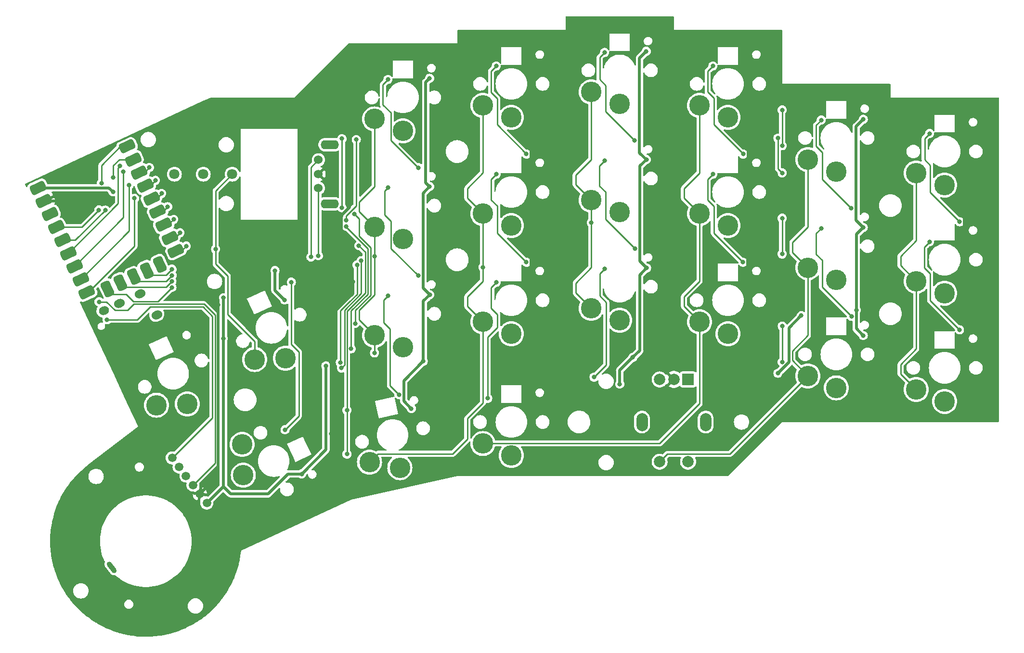
<source format=gbr>
%TF.GenerationSoftware,KiCad,Pcbnew,7.0.5*%
%TF.CreationDate,2024-03-19T12:28:54+08:00*%
%TF.ProjectId,Prime52right,5072696d-6535-4327-9269-6768742e6b69,rev?*%
%TF.SameCoordinates,Original*%
%TF.FileFunction,Copper,L1,Top*%
%TF.FilePolarity,Positive*%
%FSLAX46Y46*%
G04 Gerber Fmt 4.6, Leading zero omitted, Abs format (unit mm)*
G04 Created by KiCad (PCBNEW 7.0.5) date 2024-03-19 12:28:54*
%MOMM*%
%LPD*%
G01*
G04 APERTURE LIST*
G04 Aperture macros list*
%AMRoundRect*
0 Rectangle with rounded corners*
0 $1 Rounding radius*
0 $2 $3 $4 $5 $6 $7 $8 $9 X,Y pos of 4 corners*
0 Add a 4 corners polygon primitive as box body*
4,1,4,$2,$3,$4,$5,$6,$7,$8,$9,$2,$3,0*
0 Add four circle primitives for the rounded corners*
1,1,$1+$1,$2,$3*
1,1,$1+$1,$4,$5*
1,1,$1+$1,$6,$7*
1,1,$1+$1,$8,$9*
0 Add four rect primitives between the rounded corners*
20,1,$1+$1,$2,$3,$4,$5,0*
20,1,$1+$1,$4,$5,$6,$7,0*
20,1,$1+$1,$6,$7,$8,$9,0*
20,1,$1+$1,$8,$9,$2,$3,0*%
%AMHorizOval*
0 Thick line with rounded ends*
0 $1 width*
0 $2 $3 position (X,Y) of the first rounded end (center of the circle)*
0 $4 $5 position (X,Y) of the second rounded end (center of the circle)*
0 Add line between two ends*
20,1,$1,$2,$3,$4,$5,0*
0 Add two circle primitives to create the rounded ends*
1,1,$1,$2,$3*
1,1,$1,$4,$5*%
%AMFreePoly0*
4,1,29,-1.390750,0.438150,-1.383113,0.519607,-1.339975,0.642884,-1.262419,0.747969,-1.157334,0.825525,-1.034057,0.868662,-0.952600,0.876300,0.952600,0.876300,1.034057,0.868663,1.157334,0.825525,1.262419,0.747969,1.339975,0.642884,1.383112,0.519607,1.390750,0.438150,1.390750,-0.438150,1.383113,-0.519607,1.339975,-0.642884,1.262419,-0.747969,1.157334,-0.825525,1.034057,-0.868662,
0.952600,-0.876300,-0.952600,-0.876300,-1.034057,-0.868663,-1.157334,-0.825525,-1.262419,-0.747969,-1.339975,-0.642884,-1.383112,-0.519607,-1.390750,-0.438150,-1.390750,0.438150,-1.390750,0.438150,$1*%
G04 Aperture macros list end*
%TA.AperFunction,ComponentPad*%
%ADD10C,3.600000*%
%TD*%
%TA.AperFunction,SMDPad,CuDef*%
%ADD11FreePoly0,25.000000*%
%TD*%
%TA.AperFunction,SMDPad,CuDef*%
%ADD12RoundRect,0.438150X0.799685X-0.678179X-0.005487X1.048519X-0.799685X0.678179X0.005487X-1.048519X0*%
%TD*%
%TA.AperFunction,WasherPad*%
%ADD13O,3.200000X1.600000*%
%TD*%
%TA.AperFunction,ComponentPad*%
%ADD14C,1.524000*%
%TD*%
%TA.AperFunction,WasherPad*%
%ADD15O,2.000000X3.200000*%
%TD*%
%TA.AperFunction,ComponentPad*%
%ADD16R,2.000000X2.000000*%
%TD*%
%TA.AperFunction,ComponentPad*%
%ADD17C,2.000000*%
%TD*%
%TA.AperFunction,WasherPad*%
%ADD18HorizOval,0.900000X-0.426133X0.555347X0.426133X-0.555347X0*%
%TD*%
%TA.AperFunction,ComponentPad*%
%ADD19C,1.500000*%
%TD*%
%TA.AperFunction,ComponentPad*%
%ADD20C,1.800000*%
%TD*%
%TA.AperFunction,ComponentPad*%
%ADD21HorizOval,1.500000X0.181262X0.084524X-0.181262X-0.084524X0*%
%TD*%
%TA.AperFunction,ComponentPad*%
%ADD22HorizOval,1.500000X0.135946X0.063393X-0.135946X-0.063393X0*%
%TD*%
%TA.AperFunction,ViaPad*%
%ADD23C,0.800000*%
%TD*%
%TA.AperFunction,Conductor*%
%ADD24C,0.500000*%
%TD*%
%TA.AperFunction,Conductor*%
%ADD25C,0.250000*%
%TD*%
G04 APERTURE END LIST*
D10*
%TO.P,K43,1,1*%
%TO.N,Net-(D43-Pad2)*%
X335483000Y-101939000D03*
%TO.P,K43,2,2*%
%TO.N,col2x*%
X330483000Y-99839000D03*
%TD*%
%TO.P,K47,1,1*%
%TO.N,Net-(D47-Pad2)*%
X354533000Y-111464000D03*
%TO.P,K47,2,2*%
%TO.N,col1x*%
X349533000Y-109364000D03*
%TD*%
%TO.P,K35,1,1*%
%TO.N,Net-(D35-Pad2)*%
X297383000Y-82889000D03*
%TO.P,K35,2,2*%
%TO.N,col4x*%
X292383000Y-80789000D03*
%TD*%
%TO.P,K46,1,1*%
%TO.N,Net-(D46-Pad2)*%
X354533000Y-92414000D03*
%TO.P,K46,2,2*%
%TO.N,col1x*%
X349533000Y-90314000D03*
%TD*%
D11*
%TO.P,U2,1,5V*%
%TO.N,5V-R*%
X214126630Y-95296831D03*
%TO.P,U2,2,GND*%
%TO.N,GND1*%
X215200080Y-97598853D03*
%TO.P,U2,3,3V3*%
%TO.N,unconnected-(U2-3V3-Pad3)*%
X216273530Y-99900874D03*
%TO.P,U2,4,GP29*%
%TO.N,X2*%
X217346981Y-102202896D03*
%TO.P,U2,5,GP28*%
%TO.N,Y2*%
X218420431Y-104504918D03*
%TO.P,U2,6,GP27*%
%TO.N,row0x*%
X219493882Y-106806940D03*
%TO.P,U2,7,GP26*%
%TO.N,row1x*%
X220567332Y-109108961D03*
%TO.P,U2,8,GP15*%
%TO.N,row2x*%
X221640782Y-111410983D03*
%TO.P,U2,9,GP14*%
%TO.N,row3x*%
X222714233Y-113713005D03*
%TO.P,U2,10,GP0*%
%TO.N,Right_data*%
X229796691Y-87989761D03*
%TO.P,U2,11,GP1*%
%TO.N,RGB-R*%
X230870142Y-90291783D03*
%TO.P,U2,12,GP2*%
%TO.N,col0x*%
X231943592Y-92593805D03*
%TO.P,U2,13,GP3*%
%TO.N,col1x*%
X233017042Y-94895826D03*
%TO.P,U2,14,GP4*%
%TO.N,col2x*%
X234090493Y-97197848D03*
%TO.P,U2,15,GP5*%
%TO.N,col3x*%
X235163943Y-99499870D03*
%TO.P,U2,16,GP6*%
%TO.N,col4x*%
X236237394Y-101801892D03*
%TO.P,U2,17,GP7*%
%TO.N,col5x*%
X237310844Y-104103913D03*
%TO.P,U2,18,GP8*%
%TO.N,col6x*%
X238384294Y-106405935D03*
D12*
%TO.P,U2,19,GP9*%
%TO.N,unconnected-(U2-GP9-Pad19)*%
X235563247Y-108791688D03*
%TO.P,U2,20,GP10*%
%TO.N,B4*%
X233261225Y-109865138D03*
%TO.P,U2,21,GP11*%
%TO.N,A4*%
X230959203Y-110938589D03*
%TO.P,U2,22,GP12*%
%TO.N,B3*%
X228657181Y-112012039D03*
%TO.P,U2,23,GP13*%
%TO.N,A3*%
X226355160Y-113085489D03*
%TD*%
D10*
%TO.P,K52,1,1*%
%TO.N,Net-(D52-Pad2)*%
X373583000Y-132895000D03*
%TO.P,K52,2,2*%
%TO.N,col0x*%
X368583000Y-130795000D03*
%TD*%
%TO.P,K33,1,1*%
%TO.N,Net-(D33-Pad2)*%
X278333000Y-123370000D03*
%TO.P,K33,2,2*%
%TO.N,col5x*%
X273333000Y-121270000D03*
%TD*%
D13*
%TO.P,RE2,*%
%TO.N,*%
X265458000Y-98095000D03*
X265458000Y-87695000D03*
D14*
%TO.P,RE2,A,CLK*%
%TO.N,B3*%
X263458000Y-95355000D03*
%TO.P,RE2,B,DT*%
%TO.N,A3*%
X263458000Y-90355000D03*
%TO.P,RE2,C,GND*%
%TO.N,GND1*%
X263458000Y-92855000D03*
%TD*%
D10*
%TO.P,K28,1,1*%
%TO.N,Net-(D28-Pad2)*%
X257661141Y-125300816D03*
%TO.P,K28,2,2*%
%TO.N,col6x*%
X252242103Y-125510661D03*
%TD*%
%TO.P,K42,1,1*%
%TO.N,Net-(D42-Pad2)*%
X335483000Y-82889000D03*
%TO.P,K42,2,2*%
%TO.N,col2x*%
X330483000Y-80789000D03*
%TD*%
%TO.P,K38,1,1*%
%TO.N,Net-(D38-Pad2)*%
X277773994Y-144567146D03*
%TO.P,K38,2,2*%
%TO.N,col4x*%
X272437990Y-143599123D03*
%TD*%
%TO.P,K44,1,1*%
%TO.N,Net-(D44-Pad2)*%
X335483000Y-120989000D03*
%TO.P,K44,2,2*%
%TO.N,col2x*%
X330483000Y-118889000D03*
%TD*%
D15*
%TO.P,K49,*%
%TO.N,*%
X331558000Y-136520000D03*
X320358000Y-136520000D03*
D16*
%TO.P,K49,A,CLK*%
%TO.N,A4*%
X328458000Y-129020000D03*
D17*
%TO.P,K49,B,DT*%
%TO.N,B4*%
X323458000Y-129020000D03*
%TO.P,K49,C,GND*%
%TO.N,GND1*%
X325958000Y-129020000D03*
%TO.P,K49,S1,GND*%
%TO.N,col1x*%
X323458000Y-143520000D03*
%TO.P,K49,S2,SW*%
%TO.N,Net-(K49-SW)*%
X328458000Y-143520000D03*
%TD*%
D10*
%TO.P,K34,1,1*%
%TO.N,Net-(D34-Pad2)*%
X250246729Y-145895024D03*
%TO.P,K34,2,2*%
%TO.N,col5x*%
X250036884Y-140475986D03*
%TD*%
%TO.P,K31,1,1*%
%TO.N,Net-(D31-Pad2)*%
X278333000Y-85270000D03*
%TO.P,K31,2,2*%
%TO.N,col5x*%
X273333000Y-83170000D03*
%TD*%
D18*
%TO.P,K30,*%
%TO.N,*%
X227106182Y-162097149D03*
D19*
%TO.P,K30,1,X/AD1*%
%TO.N,X2*%
X237735152Y-142849097D03*
%TO.P,K30,2,GND*%
%TO.N,col6x*%
X238952674Y-144435803D03*
%TO.P,K30,3,SW*%
%TO.N,Net-(K30-SW)*%
X240170197Y-146022510D03*
%TO.P,K30,4,Y/AD2*%
%TO.N,Y2*%
X241387720Y-147609217D03*
%TO.P,K30,5,GND*%
%TO.N,GND1*%
X242605243Y-149195923D03*
%TO.P,K30,6,VCC*%
%TO.N,5V-R*%
X243822766Y-150782630D03*
%TD*%
D10*
%TO.P,K40,1,1*%
%TO.N,Net-(D40-Pad2)*%
X316433000Y-99558000D03*
%TO.P,K40,2,2*%
%TO.N,col3x*%
X311433000Y-97458000D03*
%TD*%
%TO.P,K36,1,1*%
%TO.N,Net-(D36-Pad2)*%
X297383000Y-101939000D03*
%TO.P,K36,2,2*%
%TO.N,col4x*%
X292383000Y-99839000D03*
%TD*%
%TO.P,K41,1,1*%
%TO.N,Net-(D41-Pad2)*%
X316433000Y-118608000D03*
%TO.P,K41,2,2*%
%TO.N,col3x*%
X311433000Y-116508000D03*
%TD*%
%TO.P,K48,1,1*%
%TO.N,Net-(D48-Pad2)*%
X354533000Y-130514000D03*
%TO.P,K48,2,2*%
%TO.N,col1x*%
X349533000Y-128414000D03*
%TD*%
%TO.P,K29,1,1*%
%TO.N,Net-(D29-Pad2)*%
X240396393Y-133351816D03*
%TO.P,K29,2,2*%
%TO.N,col6x*%
X234977355Y-133561661D03*
%TD*%
D20*
%TO.P,K27,1,S1*%
%TO.N,col6x*%
X248288000Y-92895000D03*
%TO.P,K27,2,S2*%
%TO.N,Net-(K27-S2)*%
X243208000Y-92895000D03*
%TO.P,K27,3,X*%
%TO.N,unconnected-(K27-X-Pad3)*%
X238128000Y-92895000D03*
%TD*%
D21*
%TO.P,T2,1,T/VCC*%
%TO.N,5V-R*%
X232089225Y-113940975D03*
D22*
%TO.P,T2,2,R/SNL*%
%TO.N,Right_data*%
X225701568Y-116919588D03*
D21*
%TO.P,T2,3,R/GND*%
%TO.N,GND1*%
X228463994Y-115631448D03*
%TO.P,T2,4,S/No*%
%TO.N,unconnected-(T2-S{slash}No-Pad4)*%
X235030208Y-117645111D03*
%TD*%
D10*
%TO.P,K37,1,1*%
%TO.N,Net-(D37-Pad2)*%
X297383000Y-120989000D03*
%TO.P,K37,2,2*%
%TO.N,col4x*%
X292383000Y-118889000D03*
%TD*%
%TO.P,K51,1,1*%
%TO.N,Net-(D51-Pad2)*%
X373583000Y-113845000D03*
%TO.P,K51,2,2*%
%TO.N,col0x*%
X368583000Y-111745000D03*
%TD*%
%TO.P,K45,1,1*%
%TO.N,Net-(D45-Pad2)*%
X297383000Y-142420000D03*
%TO.P,K45,2,2*%
%TO.N,col2x*%
X292383000Y-140320000D03*
%TD*%
%TO.P,K32,1,1*%
%TO.N,Net-(D32-Pad2)*%
X278333000Y-104320000D03*
%TO.P,K32,2,2*%
%TO.N,col5x*%
X273333000Y-102220000D03*
%TD*%
%TO.P,K50,1,1*%
%TO.N,Net-(D50-Pad2)*%
X373583000Y-94795000D03*
%TO.P,K50,2,2*%
%TO.N,col0x*%
X368583000Y-92695000D03*
%TD*%
%TO.P,K39,1,1*%
%TO.N,Net-(D39-Pad2)*%
X316433000Y-80508000D03*
%TO.P,K39,2,2*%
%TO.N,col3x*%
X311433000Y-78408000D03*
%TD*%
D23*
%TO.N,5V-R*%
X281890000Y-125830000D03*
X246730000Y-121808414D03*
X283010000Y-95060000D03*
X359270000Y-102265000D03*
X359280000Y-83215000D03*
X316440000Y-129860000D03*
X264760000Y-126650000D03*
X321169000Y-109409000D03*
X321120000Y-90300000D03*
X321110000Y-71250000D03*
X227320000Y-95990000D03*
X255810000Y-109860000D03*
X318720000Y-125170000D03*
X358040000Y-116850000D03*
X348380000Y-117800000D03*
X257520000Y-115040000D03*
X279800000Y-134150000D03*
X246775500Y-114650000D03*
X344260000Y-127930000D03*
X260502098Y-145672098D03*
X283020000Y-114120000D03*
X359270000Y-121310000D03*
X283010000Y-76010000D03*
%TO.N,Right_data*%
X225290000Y-94447331D03*
%TO.N,GND1*%
X302380000Y-111720000D03*
X319300000Y-130820000D03*
X339000000Y-79760000D03*
X302050000Y-73630000D03*
X268890000Y-94390000D03*
X265711527Y-138598473D03*
X245843792Y-115926208D03*
X378580000Y-123630000D03*
X340490000Y-111730000D03*
X378590000Y-104590000D03*
X378810000Y-131490000D03*
X226470000Y-96850000D03*
X340480000Y-92680000D03*
X302380000Y-92680000D03*
X377080000Y-86680000D03*
X301040000Y-127734500D03*
X273580000Y-73690000D03*
X335480000Y-133660000D03*
X269515500Y-111800000D03*
%TO.N,X2*%
X224850000Y-99180000D03*
X226280000Y-118520000D03*
%TO.N,Y2*%
X224867705Y-115357705D03*
X225970000Y-99210000D03*
%TO.N,col5x*%
X239110000Y-103200000D03*
X273333000Y-107370000D03*
X273317500Y-124360000D03*
%TO.N,col4x*%
X238000000Y-100840000D03*
X292383000Y-109260000D03*
%TO.N,col3x*%
X236950000Y-98610000D03*
X311433000Y-101400000D03*
%TO.N,col2x*%
X235870000Y-96280000D03*
%TO.N,RGB-R*%
X227370000Y-93500000D03*
%TO.N,A4*%
X267300000Y-126020000D03*
X237700000Y-110700000D03*
X270240000Y-108860000D03*
%TO.N,B4*%
X237710000Y-109610000D03*
X267490000Y-127010000D03*
X270983500Y-108110000D03*
%TO.N,A3*%
X262150000Y-107470000D03*
X237680000Y-112830000D03*
%TO.N,B3*%
X237682300Y-111742300D03*
X263450000Y-107240000D03*
%TO.N,row1x*%
X345010000Y-100640000D03*
X345010000Y-106950000D03*
X269940000Y-119160000D03*
X229160000Y-92470000D03*
X269730000Y-99910000D03*
%TO.N,row2x*%
X230150000Y-94790000D03*
X269210000Y-123620000D03*
X345000000Y-125970000D03*
X268330000Y-102060000D03*
X345020000Y-119630000D03*
%TO.N,row3x*%
X268480000Y-134450000D03*
X270570000Y-105460000D03*
X268480000Y-142180000D03*
X231110000Y-97140000D03*
%TO.N,col6x*%
X240190000Y-105540000D03*
X245370000Y-106090000D03*
%TO.N,col0x*%
X344270000Y-86530000D03*
X233730000Y-91700000D03*
X267600000Y-86640000D03*
X345020000Y-92660000D03*
X267600000Y-98800000D03*
%TO.N,col1x*%
X270110000Y-86790000D03*
X234780000Y-93970000D03*
X268340000Y-100990000D03*
%TO.N,row0x*%
X345010000Y-87870000D03*
X228540000Y-91460000D03*
X345010000Y-81580000D03*
%TO.N,Net-(L25-DOUT)*%
X257580000Y-137890000D03*
X258690000Y-111890000D03*
%TO.N,Net-(L27-DOUT)*%
X277620000Y-131700000D03*
X275680000Y-114300000D03*
%TO.N,Net-(L28-DOUT)*%
X275690000Y-95250000D03*
X280990000Y-110770000D03*
%TO.N,Net-(L29-DOUT)*%
X280990000Y-91730000D03*
X275690000Y-76200000D03*
%TO.N,Net-(L31-DOUT)*%
X300030000Y-89340000D03*
X294730000Y-73830000D03*
%TO.N,Net-(L32-DOUT)*%
X294730000Y-92870000D03*
X300030000Y-108390000D03*
%TO.N,Net-(L33-DOUT)*%
X294730000Y-111920000D03*
X293230000Y-132350000D03*
%TO.N,Net-(L34-DOUT)*%
X313780000Y-109550000D03*
X311920000Y-128625500D03*
%TO.N,Net-(L35-DOUT)*%
X319090000Y-106010000D03*
X313780000Y-90490000D03*
%TO.N,Net-(L36-DOUT)*%
X313780000Y-71450000D03*
X319080000Y-86960000D03*
%TO.N,Net-(L38-DOUT)*%
X338140000Y-89350000D03*
X332830000Y-73830000D03*
%TO.N,Net-(L39-DOUT)*%
X338120000Y-108390000D03*
X332830000Y-92880000D03*
%TO.N,Net-(L41-DOUT)*%
X357190000Y-117920000D03*
X351880000Y-102400000D03*
%TO.N,Net-(L42-DOUT)*%
X357180000Y-98870000D03*
X351880000Y-83350000D03*
%TO.N,Net-(L44-DOUT)*%
X376230000Y-101260000D03*
X370930000Y-85730000D03*
%TO.N,Net-(L45-DOUT)*%
X370930000Y-104780000D03*
X376230000Y-120300000D03*
%TD*%
D24*
%TO.N,5V-R*%
X281890000Y-125830000D02*
X278470000Y-129250000D01*
X319960000Y-123930000D02*
X318720000Y-125170000D01*
X316440000Y-127450000D02*
X316440000Y-129860000D01*
X319950000Y-108190000D02*
X321169000Y-109409000D01*
X348380000Y-117800000D02*
X346205000Y-119975000D01*
X257520000Y-115040000D02*
X255810000Y-113330000D01*
X264760000Y-126650000D02*
X264760000Y-141414196D01*
X321120000Y-90300000D02*
X319950000Y-91470000D01*
X358030000Y-101025000D02*
X358030000Y-84465000D01*
X254600000Y-149170000D02*
X248024604Y-149170000D01*
X246750000Y-121788414D02*
X246730000Y-121808414D01*
X358040000Y-116850000D02*
X358040000Y-103495000D01*
X319930000Y-72430000D02*
X319930000Y-89110000D01*
X255810000Y-113330000D02*
X255810000Y-109860000D01*
X321169000Y-109409000D02*
X319960000Y-110618000D01*
X319950000Y-91470000D02*
X319950000Y-108190000D01*
X358040000Y-120080000D02*
X358040000Y-116850000D01*
X282333000Y-76687000D02*
X282333000Y-94383000D01*
X321110000Y-71250000D02*
X319930000Y-72430000D01*
X278470000Y-132820000D02*
X279800000Y-134150000D01*
X283010000Y-76010000D02*
X282333000Y-76687000D01*
X260502098Y-145672098D02*
X258097902Y-145672098D01*
X258097902Y-145672098D02*
X254600000Y-149170000D01*
X264760000Y-141414196D02*
X260502098Y-145672098D01*
X318720000Y-125170000D02*
X316440000Y-127450000D01*
X319960000Y-110618000D02*
X319960000Y-123930000D01*
X346205000Y-119975000D02*
X346205000Y-125985000D01*
X278470000Y-129250000D02*
X278470000Y-132820000D01*
X246730000Y-121808414D02*
X246730000Y-147875396D01*
X214126630Y-95296831D02*
X226626831Y-95296831D01*
X346205000Y-125985000D02*
X344260000Y-127930000D01*
X246730000Y-147875396D02*
X243822766Y-150782630D01*
X281900000Y-125820000D02*
X281900000Y-115240000D01*
X246750000Y-114675500D02*
X246750000Y-121788414D01*
X281890000Y-125830000D02*
X281900000Y-125820000D01*
X281900000Y-115240000D02*
X283020000Y-114120000D01*
X281840000Y-96230000D02*
X281840000Y-112940000D01*
X358030000Y-84465000D02*
X359280000Y-83215000D01*
X358040000Y-103495000D02*
X359270000Y-102265000D01*
X248024604Y-149170000D02*
X246730000Y-147875396D01*
X359270000Y-121310000D02*
X358040000Y-120080000D01*
X246775500Y-114650000D02*
X246750000Y-114675500D01*
X283010000Y-95060000D02*
X281840000Y-96230000D01*
X319930000Y-89110000D02*
X321120000Y-90300000D01*
X282333000Y-94383000D02*
X283010000Y-95060000D01*
X226626831Y-95296831D02*
X227320000Y-95990000D01*
X359270000Y-102265000D02*
X358030000Y-101025000D01*
X281840000Y-112940000D02*
X283020000Y-114120000D01*
D25*
%TO.N,Right_data*%
X225290000Y-91340000D02*
X228640239Y-87989761D01*
X228640239Y-87989761D02*
X229796691Y-87989761D01*
X225290000Y-94447331D02*
X225290000Y-91340000D01*
D24*
%TO.N,GND1*%
X378580000Y-123630000D02*
X377180000Y-125030000D01*
X340490000Y-111730000D02*
X339050000Y-113170000D01*
X225721147Y-97598853D02*
X226470000Y-96850000D01*
X301040000Y-113060000D02*
X301040000Y-127734500D01*
X268890000Y-98740000D02*
X267480000Y-100150000D01*
X268890000Y-86250000D02*
X268890000Y-94390000D01*
X339000000Y-79760000D02*
X339000000Y-91200000D01*
X302380000Y-92680000D02*
X300880000Y-94180000D01*
X300880000Y-74800000D02*
X300880000Y-91180000D01*
X339000000Y-91200000D02*
X340480000Y-92680000D01*
X340480000Y-92680000D02*
X338970000Y-94190000D01*
X377080000Y-101150000D02*
X377080000Y-86680000D01*
X270580000Y-84560000D02*
X268890000Y-86250000D01*
X265711527Y-138598473D02*
X265711527Y-117723321D01*
X319300000Y-130820000D02*
X324158000Y-130820000D01*
X338970000Y-94190000D02*
X338970000Y-110210000D01*
X302380000Y-111720000D02*
X301040000Y-113060000D01*
X377080000Y-103080000D02*
X377080000Y-101150000D01*
X377180000Y-106000000D02*
X377180000Y-122230000D01*
X269515500Y-113919348D02*
X269515500Y-111800000D01*
X338970000Y-110210000D02*
X340490000Y-111730000D01*
X300880000Y-94180000D02*
X300880000Y-110220000D01*
X378590000Y-104590000D02*
X377180000Y-106000000D01*
X339050000Y-113170000D02*
X339050000Y-123270000D01*
X300880000Y-110220000D02*
X302380000Y-111720000D01*
X300880000Y-91180000D02*
X302380000Y-92680000D01*
X273580000Y-73690000D02*
X270580000Y-76690000D01*
X265711527Y-117723321D02*
X268272424Y-115162424D01*
X267480000Y-109764500D02*
X269515500Y-111800000D01*
X377180000Y-129860000D02*
X378810000Y-131490000D01*
X270580000Y-76690000D02*
X270580000Y-84560000D01*
X377180000Y-125030000D02*
X377180000Y-129860000D01*
X335480000Y-126840000D02*
X335480000Y-133660000D01*
X339050000Y-123270000D02*
X335480000Y-126840000D01*
X268890000Y-94390000D02*
X268890000Y-98740000D01*
X245843792Y-115926208D02*
X245843792Y-145957374D01*
X215200080Y-97598853D02*
X225721147Y-97598853D01*
X377180000Y-122230000D02*
X378580000Y-123630000D01*
X302050000Y-73630000D02*
X300880000Y-74800000D01*
X267480000Y-100150000D02*
X267480000Y-109764500D01*
X324158000Y-130820000D02*
X325958000Y-129020000D01*
X245843792Y-145957374D02*
X242605243Y-149195923D01*
X378590000Y-104590000D02*
X377080000Y-103080000D01*
X268272424Y-115162424D02*
X269515500Y-113919348D01*
D25*
%TO.N,X2*%
X231580000Y-118520000D02*
X233880000Y-116220000D01*
X244818792Y-117895188D02*
X244818792Y-135765457D01*
X233880000Y-116220000D02*
X243143604Y-116220000D01*
X243143604Y-116220000D02*
X244818792Y-117895188D01*
X226280000Y-118520000D02*
X231580000Y-118520000D01*
X217346981Y-102202896D02*
X221827104Y-102202896D01*
X221827104Y-102202896D02*
X224850000Y-99180000D01*
X244818792Y-135765457D02*
X237735152Y-142849097D01*
%TO.N,Y2*%
X224867705Y-115357705D02*
X226167705Y-115357705D01*
X245268792Y-143728145D02*
X241387720Y-147609217D01*
X218420431Y-104504918D02*
X220675082Y-104504918D01*
X243330000Y-115770000D02*
X245268792Y-117708792D01*
X226167705Y-115357705D02*
X227680000Y-116870000D01*
X230990000Y-115770000D02*
X243330000Y-115770000D01*
X229890000Y-116870000D02*
X230990000Y-115770000D01*
X245268792Y-117708792D02*
X245268792Y-143728145D01*
X227680000Y-116870000D02*
X229890000Y-116870000D01*
X220675082Y-104504918D02*
X225970000Y-99210000D01*
%TO.N,col5x*%
X273333000Y-102220000D02*
X273333000Y-107370000D01*
X273333000Y-95067000D02*
X270600000Y-97800000D01*
X270600000Y-99487000D02*
X273333000Y-102220000D01*
X270590000Y-116840000D02*
X270590000Y-118527000D01*
X270600000Y-97800000D02*
X270600000Y-99487000D01*
X238206087Y-104103913D02*
X239110000Y-103200000D01*
X273333000Y-83170000D02*
X273333000Y-95067000D01*
X273317500Y-124360000D02*
X273333000Y-124344500D01*
X237310844Y-104103913D02*
X238206087Y-104103913D01*
X273333000Y-114097000D02*
X270590000Y-116840000D01*
X273333000Y-107370000D02*
X273333000Y-114097000D01*
X273333000Y-124344500D02*
X273333000Y-121270000D01*
X270590000Y-118527000D02*
X273333000Y-121270000D01*
%TO.N,col4x*%
X237038108Y-101801892D02*
X238000000Y-100840000D01*
X289640000Y-135890000D02*
X292383000Y-133147000D01*
X289640000Y-97096000D02*
X292383000Y-99839000D01*
X292383000Y-80789000D02*
X292383000Y-92657000D01*
X289640000Y-139550000D02*
X289640000Y-135890000D01*
X292383000Y-111717000D02*
X289630000Y-114470000D01*
X289630000Y-114470000D02*
X289630000Y-116136000D01*
X292383000Y-99839000D02*
X292383000Y-109260000D01*
X292383000Y-92657000D02*
X289640000Y-95400000D01*
X273917113Y-142120000D02*
X287070000Y-142120000D01*
X272437990Y-143599123D02*
X273917113Y-142120000D01*
X287070000Y-142120000D02*
X289640000Y-139550000D01*
X292383000Y-133147000D02*
X292383000Y-118889000D01*
X289640000Y-95400000D02*
X289640000Y-97096000D01*
X236237394Y-101801892D02*
X237038108Y-101801892D01*
X289630000Y-116136000D02*
X292383000Y-118889000D01*
X292383000Y-109260000D02*
X292383000Y-111717000D01*
%TO.N,col3x*%
X308700000Y-113775000D02*
X311433000Y-116508000D01*
X235163943Y-99499870D02*
X236060130Y-99499870D01*
X311433000Y-109327000D02*
X308700000Y-112060000D01*
X311433000Y-101400000D02*
X311433000Y-109327000D01*
X311433000Y-90297000D02*
X308690000Y-93040000D01*
X311433000Y-97458000D02*
X311433000Y-101400000D01*
X308690000Y-93040000D02*
X308690000Y-94715000D01*
X308690000Y-94715000D02*
X311433000Y-97458000D01*
X308700000Y-112060000D02*
X308700000Y-113775000D01*
X236060130Y-99499870D02*
X236950000Y-98610000D01*
X311433000Y-78408000D02*
X311433000Y-90297000D01*
%TO.N,col2x*%
X292408000Y-140295000D02*
X323465000Y-140295000D01*
X327740000Y-114460000D02*
X327740000Y-116146000D01*
X330483000Y-111717000D02*
X327740000Y-114460000D01*
X234952152Y-97197848D02*
X235870000Y-96280000D01*
X234090493Y-97197848D02*
X234952152Y-97197848D01*
X330483000Y-133277000D02*
X330483000Y-118889000D01*
X292383000Y-140320000D02*
X292408000Y-140295000D01*
X330483000Y-92667000D02*
X327740000Y-95410000D01*
X323465000Y-140295000D02*
X330483000Y-133277000D01*
X330483000Y-80789000D02*
X330483000Y-92667000D01*
X327740000Y-116146000D02*
X330483000Y-118889000D01*
X327740000Y-95410000D02*
X327740000Y-97096000D01*
X330483000Y-99839000D02*
X330483000Y-111717000D01*
X327740000Y-97096000D02*
X330483000Y-99839000D01*
%TO.N,RGB-R*%
X228458217Y-90291783D02*
X227370000Y-91380000D01*
X230870142Y-90291783D02*
X228458217Y-90291783D01*
X227370000Y-91380000D02*
X227370000Y-93500000D01*
%TO.N,A4*%
X231759513Y-111738899D02*
X236661101Y-111738899D01*
X270240000Y-114008020D02*
X268859010Y-115389010D01*
X230959203Y-110938589D02*
X231759513Y-111738899D01*
X267300000Y-116948020D02*
X267300000Y-126020000D01*
X236661101Y-111738899D02*
X237700000Y-110700000D01*
X270240000Y-108860000D02*
X270240000Y-114008020D01*
X268859010Y-115389010D02*
X267300000Y-116948020D01*
%TO.N,B4*%
X268035000Y-116849416D02*
X268035000Y-126465000D01*
X233261225Y-109865138D02*
X234061536Y-110665449D01*
X234061536Y-110665449D02*
X236654551Y-110665449D01*
X236654551Y-110665449D02*
X237710000Y-109610000D01*
X270983500Y-108110000D02*
X270983500Y-113900916D01*
X268035000Y-126465000D02*
X267490000Y-127010000D01*
X270983500Y-113900916D02*
X268035000Y-116849416D01*
%TO.N,A3*%
X227345924Y-114076253D02*
X229636253Y-114076253D01*
X235190000Y-115320000D02*
X237680000Y-112830000D01*
X262170000Y-91643000D02*
X263458000Y-90355000D01*
X262170000Y-107450000D02*
X262170000Y-91643000D01*
X262150000Y-107470000D02*
X262170000Y-107450000D01*
X230880000Y-115320000D02*
X235190000Y-115320000D01*
X229636253Y-114076253D02*
X230880000Y-115320000D01*
X226355160Y-113085489D02*
X227345924Y-114076253D01*
%TO.N,B3*%
X263450000Y-107240000D02*
X263458000Y-107232000D01*
X263458000Y-107232000D02*
X263458000Y-95355000D01*
X229395142Y-112750000D02*
X228657181Y-112012039D01*
X237682300Y-111742300D02*
X236674600Y-112750000D01*
X236674600Y-112750000D02*
X229395142Y-112750000D01*
%TO.N,row1x*%
X270580000Y-100760000D02*
X269730000Y-99910000D01*
X272608000Y-105808000D02*
X270580000Y-103780000D01*
X269940000Y-119160000D02*
X269940000Y-116853604D01*
X270580000Y-103780000D02*
X270580000Y-100760000D01*
X345010000Y-100640000D02*
X345010000Y-106950000D01*
X272608000Y-114185604D02*
X272608000Y-105808000D01*
X269940000Y-116853604D02*
X272608000Y-114185604D01*
X220567332Y-109108961D02*
X229160000Y-100516293D01*
X229160000Y-100516293D02*
X229160000Y-92470000D01*
%TO.N,row2x*%
X268330000Y-102166396D02*
X272158000Y-105994396D01*
X221640782Y-111410983D02*
X230150000Y-102901765D01*
X272158000Y-113999208D02*
X269210000Y-116947208D01*
X230150000Y-102901765D02*
X230150000Y-94790000D01*
X268330000Y-102060000D02*
X268330000Y-102166396D01*
X272158000Y-105994396D02*
X272158000Y-113999208D01*
X345020000Y-125950000D02*
X345020000Y-119630000D01*
X345000000Y-125970000D02*
X345020000Y-125950000D01*
X269210000Y-116947208D02*
X269210000Y-123620000D01*
%TO.N,row3x*%
X271708000Y-113812812D02*
X271708000Y-106598000D01*
X268480000Y-134450000D02*
X268485000Y-134445000D01*
X231110000Y-105580000D02*
X231110000Y-97140000D01*
X268485000Y-117035812D02*
X271708000Y-113812812D01*
X268480000Y-142180000D02*
X268480000Y-134450000D01*
X271708000Y-106598000D02*
X270570000Y-105460000D01*
X222714233Y-113713005D02*
X222976995Y-113713005D01*
X268485000Y-134445000D02*
X268485000Y-117035812D01*
X222976995Y-113713005D02*
X231110000Y-105580000D01*
%TO.N,col6x*%
X245370000Y-106090000D02*
X245370000Y-95813000D01*
X247500000Y-117560000D02*
X247500000Y-110830000D01*
X245370000Y-95813000D02*
X248288000Y-92895000D01*
X238384294Y-106405935D02*
X239324065Y-106405935D01*
X252242103Y-125510661D02*
X252242103Y-122302103D01*
X247500000Y-110830000D02*
X245370000Y-108700000D01*
X252242103Y-122302103D02*
X247500000Y-117560000D01*
X239324065Y-106405935D02*
X240190000Y-105540000D01*
X245370000Y-108700000D02*
X245370000Y-106090000D01*
%TO.N,col0x*%
X368583000Y-111745000D02*
X368583000Y-123627000D01*
X345020000Y-92660000D02*
X344270000Y-91910000D01*
X368583000Y-123627000D02*
X365840000Y-126370000D01*
X365840000Y-128052000D02*
X368583000Y-130795000D01*
X365840000Y-126370000D02*
X365840000Y-128052000D01*
X368583000Y-92695000D02*
X368583000Y-104577000D01*
X231943592Y-92593805D02*
X232836195Y-92593805D01*
X365830000Y-107330000D02*
X365830000Y-108992000D01*
X365830000Y-108992000D02*
X368583000Y-111745000D01*
X267600000Y-98800000D02*
X267600000Y-86640000D01*
X344270000Y-91910000D02*
X344270000Y-86530000D01*
X232836195Y-92593805D02*
X233730000Y-91700000D01*
X368583000Y-104577000D02*
X365830000Y-107330000D01*
%TO.N,col1x*%
X346780000Y-125661000D02*
X349533000Y-128414000D01*
X349533000Y-90314000D02*
X349533000Y-102187000D01*
X346820000Y-104900000D02*
X346820000Y-106651000D01*
X349533000Y-109364000D02*
X349533000Y-121237000D01*
X346780000Y-123990000D02*
X346780000Y-125661000D01*
X324818000Y-142160000D02*
X323458000Y-143520000D01*
X349533000Y-121237000D02*
X346780000Y-123990000D01*
X335787000Y-142160000D02*
X324818000Y-142160000D01*
X270110000Y-98430000D02*
X268340000Y-100200000D01*
X268340000Y-100200000D02*
X268340000Y-100990000D01*
X349533000Y-102187000D02*
X346820000Y-104900000D01*
X270110000Y-86790000D02*
X270110000Y-98430000D01*
X233854174Y-94895826D02*
X234780000Y-93970000D01*
X346820000Y-106651000D02*
X349533000Y-109364000D01*
X349533000Y-128414000D02*
X335787000Y-142160000D01*
X233017042Y-94895826D02*
X233854174Y-94895826D01*
%TO.N,row0x*%
X228230000Y-98070822D02*
X219493882Y-106806940D01*
X228540000Y-91460000D02*
X228230000Y-91770000D01*
X345010000Y-81580000D02*
X345010000Y-87870000D01*
X228230000Y-91770000D02*
X228230000Y-98070822D01*
%TO.N,Net-(L25-DOUT)*%
X260000000Y-124190000D02*
X258690000Y-122880000D01*
X260000000Y-135470000D02*
X260000000Y-124190000D01*
X258690000Y-122880000D02*
X258690000Y-111890000D01*
X257580000Y-137890000D02*
X260000000Y-135470000D01*
%TO.N,Net-(L27-DOUT)*%
X275680000Y-114300000D02*
X274910000Y-115070000D01*
X274910000Y-119050000D02*
X276020000Y-120160000D01*
X274910000Y-115070000D02*
X274910000Y-119050000D01*
X276020000Y-120160000D02*
X276020000Y-130100000D01*
X276020000Y-130100000D02*
X277620000Y-131700000D01*
%TO.N,Net-(L28-DOUT)*%
X280990000Y-110770000D02*
X276180000Y-105960000D01*
X276180000Y-105960000D02*
X276180000Y-101170000D01*
X275070000Y-95870000D02*
X275690000Y-95250000D01*
X275070000Y-100060000D02*
X275070000Y-95870000D01*
X276180000Y-101170000D02*
X275070000Y-100060000D01*
%TO.N,Net-(L29-DOUT)*%
X276180000Y-86920000D02*
X280990000Y-91730000D01*
X275690000Y-76200000D02*
X274790000Y-77100000D01*
X274790000Y-80640000D02*
X276180000Y-82030000D01*
X276180000Y-82030000D02*
X276180000Y-86920000D01*
X274790000Y-77100000D02*
X274790000Y-80640000D01*
%TO.N,Net-(L31-DOUT)*%
X294880000Y-79590000D02*
X293800000Y-78510000D01*
X294880000Y-84190000D02*
X294880000Y-79590000D01*
X293800000Y-78510000D02*
X293800000Y-74760000D01*
X300030000Y-89340000D02*
X294880000Y-84190000D01*
X293800000Y-74760000D02*
X294730000Y-73830000D01*
%TO.N,Net-(L32-DOUT)*%
X300030000Y-108390000D02*
X294910000Y-103270000D01*
X293840000Y-97410000D02*
X293840000Y-93760000D01*
X294910000Y-98480000D02*
X293840000Y-97410000D01*
X293840000Y-93760000D02*
X294730000Y-92870000D01*
X294910000Y-103270000D02*
X294910000Y-98480000D01*
%TO.N,Net-(L33-DOUT)*%
X294930000Y-117620000D02*
X294930000Y-119890000D01*
X293840000Y-112810000D02*
X293840000Y-116530000D01*
X293230000Y-121590000D02*
X293230000Y-132350000D01*
X293840000Y-116530000D02*
X294930000Y-117620000D01*
X294730000Y-111920000D02*
X293840000Y-112810000D01*
X294930000Y-119890000D02*
X293230000Y-121590000D01*
%TO.N,Net-(L34-DOUT)*%
X314080000Y-126465500D02*
X314080000Y-115450000D01*
X312910000Y-114280000D02*
X312910000Y-110420000D01*
X311920000Y-128625500D02*
X314080000Y-126465500D01*
X312910000Y-110420000D02*
X313780000Y-109550000D01*
X314080000Y-115450000D02*
X312910000Y-114280000D01*
%TO.N,Net-(L35-DOUT)*%
X313940000Y-100860000D02*
X313940000Y-96030000D01*
X313940000Y-96030000D02*
X312870000Y-94960000D01*
X312870000Y-94960000D02*
X312870000Y-91400000D01*
X319090000Y-106010000D02*
X313940000Y-100860000D01*
X312870000Y-91400000D02*
X313780000Y-90490000D01*
%TO.N,Net-(L36-DOUT)*%
X313960000Y-77260000D02*
X312920000Y-76220000D01*
X312920000Y-76220000D02*
X312920000Y-72310000D01*
X313960000Y-81840000D02*
X313960000Y-77260000D01*
X319080000Y-86960000D02*
X313960000Y-81840000D01*
X312920000Y-72310000D02*
X313780000Y-71450000D01*
%TO.N,Net-(L38-DOUT)*%
X338140000Y-89350000D02*
X332980000Y-84190000D01*
X332980000Y-84190000D02*
X332980000Y-79460000D01*
X331910000Y-74750000D02*
X332830000Y-73830000D01*
X332980000Y-79460000D02*
X331910000Y-78390000D01*
X331910000Y-78390000D02*
X331910000Y-74750000D01*
%TO.N,Net-(L39-DOUT)*%
X331890000Y-93820000D02*
X332830000Y-92880000D01*
X332990000Y-98520000D02*
X331890000Y-97420000D01*
X332990000Y-103260000D02*
X332990000Y-98520000D01*
X338120000Y-108390000D02*
X332990000Y-103260000D01*
X331890000Y-97420000D02*
X331890000Y-93820000D01*
%TO.N,Net-(L41-DOUT)*%
X352030000Y-108050000D02*
X350970000Y-106990000D01*
X352030000Y-112760000D02*
X352030000Y-108050000D01*
X350970000Y-103310000D02*
X351880000Y-102400000D01*
X357190000Y-117920000D02*
X352030000Y-112760000D01*
X350970000Y-106990000D02*
X350970000Y-103310000D01*
%TO.N,Net-(L42-DOUT)*%
X352080000Y-89070000D02*
X350980000Y-87970000D01*
X352080000Y-93770000D02*
X352080000Y-89070000D01*
X350980000Y-87970000D02*
X350980000Y-84250000D01*
X350980000Y-84250000D02*
X351880000Y-83350000D01*
X357180000Y-98870000D02*
X352080000Y-93770000D01*
%TO.N,Net-(L44-DOUT)*%
X371050000Y-96080000D02*
X376230000Y-101260000D01*
X370930000Y-85730000D02*
X370070000Y-86590000D01*
X370070000Y-86590000D02*
X370070000Y-90360000D01*
X371050000Y-91340000D02*
X371050000Y-96080000D01*
X370070000Y-90360000D02*
X371050000Y-91340000D01*
%TO.N,Net-(L45-DOUT)*%
X371050000Y-110400000D02*
X371050000Y-115120000D01*
X370010000Y-105700000D02*
X370010000Y-109360000D01*
X370010000Y-109360000D02*
X371050000Y-110400000D01*
X371050000Y-115120000D02*
X376230000Y-120300000D01*
X370930000Y-104780000D02*
X370010000Y-105700000D01*
%TD*%
%TA.AperFunction,Conductor*%
%TO.N,GND1*%
G36*
X325900098Y-65102136D02*
G01*
X325945853Y-65154940D01*
X325957059Y-65206451D01*
X325957059Y-67439418D01*
X325956975Y-67439840D01*
X325957018Y-67463952D01*
X325957103Y-67464157D01*
X325957175Y-67464333D01*
X325957177Y-67464335D01*
X325957367Y-67464413D01*
X325957559Y-67464492D01*
X325957561Y-67464490D01*
X325982175Y-67464475D01*
X325982175Y-67464479D01*
X325982319Y-67464451D01*
X344883059Y-67464451D01*
X344950098Y-67484136D01*
X344995853Y-67536940D01*
X345007059Y-67588451D01*
X345007059Y-76964418D01*
X345006975Y-76964840D01*
X345007018Y-76988952D01*
X345007103Y-76989157D01*
X345007175Y-76989333D01*
X345007177Y-76989335D01*
X345007367Y-76989413D01*
X345007559Y-76989492D01*
X345007561Y-76989490D01*
X345032175Y-76989475D01*
X345032175Y-76989479D01*
X345032319Y-76989451D01*
X363933059Y-76989451D01*
X364000098Y-77009136D01*
X364045853Y-77061940D01*
X364057059Y-77113451D01*
X364057059Y-79345418D01*
X364056975Y-79345840D01*
X364057018Y-79369952D01*
X364057103Y-79370157D01*
X364057175Y-79370333D01*
X364057177Y-79370335D01*
X364057275Y-79370375D01*
X364057559Y-79370492D01*
X364057561Y-79370490D01*
X364082175Y-79370475D01*
X364082175Y-79370479D01*
X364082319Y-79370451D01*
X382983059Y-79370451D01*
X383050098Y-79390136D01*
X383095853Y-79442940D01*
X383107059Y-79494451D01*
X383107059Y-136395451D01*
X383087374Y-136462490D01*
X383034570Y-136508245D01*
X382983059Y-136519451D01*
X345032641Y-136519451D01*
X345032437Y-136519402D01*
X345032437Y-136519450D01*
X345007559Y-136519409D01*
X345007558Y-136519409D01*
X345007497Y-136519434D01*
X345007455Y-136519451D01*
X345007176Y-136519567D01*
X344990203Y-136536458D01*
X344989917Y-136536884D01*
X335518670Y-146008132D01*
X335457347Y-146041617D01*
X335430989Y-146044451D01*
X287868398Y-146044451D01*
X287866081Y-146044249D01*
X287857805Y-146044435D01*
X287857492Y-146044438D01*
X287857074Y-146044526D01*
X287849465Y-146046019D01*
X287847133Y-146046748D01*
X269258118Y-150166397D01*
X269255789Y-150167420D01*
X269242151Y-150175283D01*
X249878017Y-159204804D01*
X249860861Y-159207717D01*
X249845820Y-159219948D01*
X249845396Y-159230145D01*
X249744549Y-160023870D01*
X249744100Y-160026827D01*
X249603521Y-160823696D01*
X249602930Y-160826628D01*
X249453854Y-161484447D01*
X249422919Y-161620010D01*
X249422208Y-161622819D01*
X249261119Y-162202410D01*
X249203751Y-162407156D01*
X249202915Y-162409892D01*
X249026788Y-162942563D01*
X248946667Y-163182713D01*
X248945713Y-163185372D01*
X248753404Y-163684777D01*
X248652262Y-163944888D01*
X248651194Y-163947463D01*
X248442237Y-164420689D01*
X248321233Y-164691882D01*
X248320056Y-164694368D01*
X248094319Y-165145390D01*
X247954360Y-165421931D01*
X247953082Y-165424325D01*
X247710754Y-165855231D01*
X247552522Y-166133292D01*
X247551149Y-166135590D01*
X247292493Y-166547670D01*
X247116632Y-166824352D01*
X247115169Y-166826549D01*
X246840595Y-167220438D01*
X246647738Y-167493445D01*
X246646192Y-167495539D01*
X246356122Y-167871610D01*
X246146960Y-168138978D01*
X246145337Y-168140966D01*
X245840316Y-168499270D01*
X245615451Y-168759465D01*
X245613759Y-168761344D01*
X245294342Y-169101828D01*
X245054477Y-169353429D01*
X245052722Y-169355198D01*
X244719471Y-169677741D01*
X244465377Y-169919457D01*
X244463565Y-169921114D01*
X244117138Y-170225467D01*
X243849494Y-170456265D01*
X243847631Y-170457808D01*
X243488741Y-170743660D01*
X243208335Y-170962532D01*
X243206430Y-170963961D01*
X242835881Y-171230946D01*
X242543327Y-171437136D01*
X242541385Y-171438451D01*
X242159984Y-171686223D01*
X241856135Y-171878886D01*
X241854163Y-171880085D01*
X241462652Y-172108365D01*
X241148300Y-172286796D01*
X241146305Y-172287881D01*
X240745511Y-172496357D01*
X240421547Y-172659875D01*
X240419535Y-172660846D01*
X240010333Y-172849210D01*
X239677540Y-172997267D01*
X239675517Y-172998125D01*
X239258724Y-173166128D01*
X238918110Y-173298146D01*
X238916083Y-173298892D01*
X238492585Y-173446286D01*
X238144911Y-173561861D01*
X238142885Y-173562496D01*
X237713714Y-173689019D01*
X237359898Y-173787740D01*
X237357879Y-173788267D01*
X236923804Y-173893778D01*
X236564858Y-173975276D01*
X236562852Y-173975697D01*
X236124902Y-174060019D01*
X235761626Y-174124035D01*
X235759638Y-174124352D01*
X235318862Y-174187353D01*
X234952194Y-174233648D01*
X234950230Y-174233864D01*
X234507435Y-174275490D01*
X234138361Y-174303875D01*
X234136427Y-174303994D01*
X233692714Y-174324194D01*
X233322111Y-174334546D01*
X233320210Y-174334570D01*
X232876455Y-174333352D01*
X232505345Y-174325590D01*
X232503482Y-174325523D01*
X232060761Y-174302933D01*
X231689970Y-174277030D01*
X231688149Y-174276876D01*
X231247365Y-174232997D01*
X230877968Y-174188987D01*
X230876194Y-174188750D01*
X230438338Y-174123712D01*
X230333510Y-174105997D01*
X230071196Y-174061667D01*
X230069471Y-174061351D01*
X229636116Y-173975444D01*
X229634869Y-173975184D01*
X229271546Y-173895368D01*
X229269875Y-173894976D01*
X228841387Y-173788328D01*
X228840118Y-173787998D01*
X228711941Y-173753202D01*
X228480895Y-173690480D01*
X228479308Y-173690026D01*
X228475960Y-173689019D01*
X228370314Y-173657242D01*
X228056630Y-173562890D01*
X228055344Y-173562487D01*
X227701181Y-173447509D01*
X227699625Y-173446981D01*
X227283758Y-173299678D01*
X227282459Y-173299201D01*
X226934145Y-173167002D01*
X226932651Y-173166412D01*
X226524473Y-172999270D01*
X226523164Y-172998716D01*
X226253122Y-172880840D01*
X226181636Y-172849635D01*
X226180226Y-172848998D01*
X225780661Y-172662403D01*
X225779348Y-172661771D01*
X225445398Y-172496143D01*
X225444033Y-172495445D01*
X225054038Y-172289858D01*
X225052724Y-172289145D01*
X224727241Y-172107403D01*
X224725944Y-172106658D01*
X224346279Y-171882483D01*
X224344969Y-171881687D01*
X224028783Y-171684297D01*
X224027554Y-171683510D01*
X223659080Y-171441249D01*
X223657780Y-171440370D01*
X223351712Y-171227853D01*
X223350554Y-171227029D01*
X222994081Y-170967202D01*
X222992796Y-170966240D01*
X222697544Y-170739096D01*
X222696456Y-170738239D01*
X222352861Y-170461473D01*
X222351596Y-170460425D01*
X222090128Y-170238135D01*
X222067880Y-170219220D01*
X222066866Y-170218339D01*
X221736908Y-169925230D01*
X221735667Y-169924097D01*
X221464167Y-169669427D01*
X221463220Y-169668520D01*
X221147622Y-169359687D01*
X221146466Y-169358523D01*
X221141541Y-169353429D01*
X220887828Y-169091013D01*
X220887036Y-169090178D01*
X220586522Y-168766297D01*
X220585378Y-168765029D01*
X220462323Y-168624643D01*
X229292582Y-168624643D01*
X229312777Y-168803889D01*
X229312778Y-168803894D01*
X229372358Y-168974163D01*
X229445780Y-169091013D01*
X229468331Y-169126902D01*
X229595885Y-169254456D01*
X229748625Y-169350429D01*
X229918891Y-169410008D01*
X229918892Y-169410008D01*
X229918897Y-169410009D01*
X230009393Y-169420205D01*
X230053187Y-169425139D01*
X230053190Y-169425140D01*
X230053193Y-169425140D01*
X230143104Y-169425140D01*
X230143105Y-169425139D01*
X230210251Y-169417574D01*
X230277396Y-169410009D01*
X230277399Y-169410008D01*
X230277402Y-169410008D01*
X230447669Y-169350429D01*
X230600409Y-169254456D01*
X230727963Y-169126902D01*
X230823936Y-168974162D01*
X230848811Y-168903074D01*
X240489460Y-168903074D01*
X240510055Y-169138477D01*
X240510057Y-169138487D01*
X240571213Y-169366729D01*
X240571215Y-169366733D01*
X240571216Y-169366737D01*
X240598450Y-169425139D01*
X240671083Y-169580902D01*
X240671084Y-169580904D01*
X240806624Y-169774476D01*
X240973716Y-169941568D01*
X241167288Y-170077108D01*
X241167290Y-170077109D01*
X241381456Y-170176977D01*
X241609711Y-170238137D01*
X241786151Y-170253573D01*
X241786152Y-170253574D01*
X241786153Y-170253574D01*
X241904086Y-170253574D01*
X241904086Y-170253573D01*
X242080527Y-170238137D01*
X242308782Y-170176977D01*
X242522948Y-170077109D01*
X242716520Y-169941569D01*
X242883614Y-169774475D01*
X243019154Y-169580904D01*
X243119022Y-169366737D01*
X243180182Y-169138482D01*
X243200778Y-168903074D01*
X243180182Y-168667666D01*
X243119022Y-168439411D01*
X243019154Y-168225245D01*
X243019153Y-168225243D01*
X242883613Y-168031671D01*
X242716521Y-167864579D01*
X242522949Y-167729039D01*
X242522947Y-167729038D01*
X242415865Y-167679105D01*
X242308782Y-167629171D01*
X242308778Y-167629170D01*
X242308774Y-167629168D01*
X242080532Y-167568012D01*
X242080522Y-167568010D01*
X241904086Y-167552574D01*
X241904085Y-167552574D01*
X241786153Y-167552574D01*
X241786152Y-167552574D01*
X241609715Y-167568010D01*
X241609705Y-167568012D01*
X241381463Y-167629168D01*
X241381454Y-167629172D01*
X241167290Y-167729038D01*
X241167288Y-167729039D01*
X240973716Y-167864579D01*
X240806625Y-168031671D01*
X240806620Y-168031678D01*
X240671086Y-168225239D01*
X240671084Y-168225243D01*
X240647828Y-168275116D01*
X240580566Y-168419361D01*
X240571217Y-168439409D01*
X240571213Y-168439418D01*
X240510057Y-168667660D01*
X240510055Y-168667670D01*
X240489460Y-168903073D01*
X240489460Y-168903074D01*
X230848811Y-168903074D01*
X230883515Y-168803895D01*
X230883516Y-168803889D01*
X230903712Y-168624643D01*
X230903712Y-168624636D01*
X230883516Y-168445390D01*
X230883515Y-168445385D01*
X230823935Y-168275116D01*
X230743030Y-168146357D01*
X230727963Y-168122378D01*
X230600409Y-167994824D01*
X230447670Y-167898851D01*
X230277401Y-167839271D01*
X230277396Y-167839270D01*
X230143107Y-167824140D01*
X230143101Y-167824140D01*
X230053193Y-167824140D01*
X230053186Y-167824140D01*
X229918897Y-167839270D01*
X229918892Y-167839271D01*
X229748623Y-167898851D01*
X229595884Y-167994824D01*
X229468331Y-168122377D01*
X229372358Y-168275116D01*
X229312778Y-168445385D01*
X229312777Y-168445390D01*
X229292582Y-168624636D01*
X229292582Y-168624643D01*
X220462323Y-168624643D01*
X220352428Y-168499270D01*
X220339912Y-168484991D01*
X220179872Y-168294891D01*
X220054800Y-168146327D01*
X220053692Y-168144970D01*
X219822408Y-167853559D01*
X219617742Y-167585180D01*
X219553778Y-167501303D01*
X219552729Y-167499885D01*
X219336165Y-167197838D01*
X219239194Y-167057089D01*
X219084579Y-166832670D01*
X219083627Y-166831241D01*
X218882305Y-166519355D01*
X218715363Y-166250119D01*
X220338267Y-166250119D01*
X220358862Y-166485522D01*
X220358864Y-166485532D01*
X220420020Y-166713774D01*
X220420022Y-166713778D01*
X220420023Y-166713782D01*
X220421315Y-166716552D01*
X220519890Y-166927947D01*
X220519891Y-166927949D01*
X220655431Y-167121521D01*
X220822523Y-167288613D01*
X221016095Y-167424153D01*
X221016097Y-167424154D01*
X221230263Y-167524022D01*
X221458518Y-167585182D01*
X221634958Y-167600618D01*
X221634959Y-167600619D01*
X221634960Y-167600619D01*
X221752893Y-167600619D01*
X221752893Y-167600618D01*
X221929334Y-167585182D01*
X222157589Y-167524022D01*
X222371755Y-167424154D01*
X222565327Y-167288614D01*
X222732421Y-167121520D01*
X222867961Y-166927949D01*
X222967829Y-166713782D01*
X223028989Y-166485527D01*
X223049585Y-166250119D01*
X223028989Y-166014711D01*
X222967829Y-165786456D01*
X222867961Y-165572290D01*
X222867960Y-165572288D01*
X222732420Y-165378716D01*
X222565328Y-165211624D01*
X222371756Y-165076084D01*
X222371754Y-165076083D01*
X222264671Y-165026149D01*
X222157589Y-164976216D01*
X222157585Y-164976215D01*
X222157581Y-164976213D01*
X221929339Y-164915057D01*
X221929329Y-164915055D01*
X221752893Y-164899619D01*
X221752892Y-164899619D01*
X221634960Y-164899619D01*
X221634959Y-164899619D01*
X221458522Y-164915055D01*
X221458512Y-164915057D01*
X221230270Y-164976213D01*
X221230261Y-164976217D01*
X221016097Y-165076083D01*
X221016095Y-165076084D01*
X220822523Y-165211624D01*
X220655432Y-165378716D01*
X220655427Y-165378723D01*
X220519893Y-165572284D01*
X220519891Y-165572288D01*
X220420024Y-165786454D01*
X220420020Y-165786463D01*
X220358864Y-166014705D01*
X220358862Y-166014715D01*
X220338267Y-166250118D01*
X220338267Y-166250119D01*
X218715363Y-166250119D01*
X218648421Y-166142159D01*
X218647473Y-166140575D01*
X218461863Y-165819660D01*
X218246244Y-165431272D01*
X218245359Y-165429617D01*
X218228644Y-165397157D01*
X218075859Y-165100458D01*
X217879017Y-164701716D01*
X217878173Y-164699934D01*
X217725184Y-164363420D01*
X217547589Y-163955170D01*
X217546832Y-163953351D01*
X217410708Y-163610418D01*
X217252741Y-163193380D01*
X217252057Y-163191478D01*
X217249064Y-163182713D01*
X217133112Y-162843120D01*
X216995195Y-162418203D01*
X216994608Y-162416286D01*
X216893022Y-162063272D01*
X216775553Y-161631452D01*
X216775048Y-161629465D01*
X216691031Y-161272829D01*
X216594313Y-160834906D01*
X216593914Y-160832939D01*
X216527576Y-160473546D01*
X216451931Y-160030556D01*
X216451615Y-160028482D01*
X216403071Y-159667552D01*
X216348731Y-159220243D01*
X216348505Y-159218047D01*
X216345089Y-159177889D01*
X216317749Y-158856495D01*
X216284952Y-158405864D01*
X216284832Y-158403655D01*
X216271814Y-158042469D01*
X216260748Y-157589267D01*
X216260735Y-157587091D01*
X216261837Y-157501012D01*
X225030587Y-157501012D01*
X225050232Y-158063597D01*
X225050233Y-158063608D01*
X225050234Y-158063615D01*
X225109079Y-158623489D01*
X225109080Y-158623499D01*
X225109081Y-158623501D01*
X225201842Y-159149575D01*
X225206836Y-159177894D01*
X225217321Y-159219948D01*
X225343027Y-159724130D01*
X225343032Y-159724146D01*
X225516991Y-160259535D01*
X225708885Y-160734488D01*
X225727879Y-160781499D01*
X225779117Y-160886553D01*
X225890394Y-161114706D01*
X225902089Y-161183590D01*
X225891718Y-161220618D01*
X225868093Y-161272296D01*
X225829140Y-161453142D01*
X225829975Y-161638141D01*
X225845750Y-161708294D01*
X225870559Y-161818627D01*
X225907559Y-161897664D01*
X225948992Y-161986168D01*
X225948993Y-161986169D01*
X225948994Y-161986171D01*
X226867134Y-163182713D01*
X226885641Y-163206832D01*
X226981413Y-163307030D01*
X226981415Y-163307031D01*
X227134998Y-163410153D01*
X227134999Y-163410153D01*
X227135000Y-163410154D01*
X227307164Y-163477852D01*
X227489854Y-163506956D01*
X227649849Y-163497556D01*
X227717924Y-163513275D01*
X227736824Y-163526353D01*
X228130433Y-163856630D01*
X228130445Y-163856639D01*
X228585881Y-164187532D01*
X228585882Y-164187533D01*
X228773249Y-164304613D01*
X229063293Y-164485853D01*
X229560356Y-164750145D01*
X230074643Y-164979121D01*
X230407914Y-165100422D01*
X230603658Y-165171667D01*
X231144778Y-165326830D01*
X231144783Y-165326831D01*
X231144800Y-165326836D01*
X231695456Y-165443881D01*
X232252935Y-165522230D01*
X232814521Y-165561500D01*
X232814533Y-165561500D01*
X233377467Y-165561500D01*
X233377479Y-165561500D01*
X233939065Y-165522230D01*
X234496544Y-165443881D01*
X235047200Y-165326836D01*
X235084181Y-165316232D01*
X235588341Y-165171667D01*
X235588346Y-165171665D01*
X235588350Y-165171664D01*
X236117357Y-164979121D01*
X236631644Y-164750145D01*
X237128707Y-164485853D01*
X237606122Y-164187530D01*
X238061564Y-163856632D01*
X238492815Y-163494770D01*
X238897773Y-163103707D01*
X239274465Y-162685348D01*
X239339035Y-162602703D01*
X239621045Y-162241745D01*
X239621044Y-162241745D01*
X239621056Y-162241731D01*
X239935858Y-161775018D01*
X240217337Y-161287482D01*
X240464121Y-160781499D01*
X240675009Y-160259534D01*
X240848973Y-159724129D01*
X240985164Y-159177894D01*
X241082921Y-158623489D01*
X241141766Y-158063615D01*
X241142149Y-158052656D01*
X241161413Y-157501012D01*
X241161413Y-157500987D01*
X241141767Y-156938402D01*
X241141766Y-156938391D01*
X241141766Y-156938385D01*
X241082921Y-156378511D01*
X240985164Y-155824106D01*
X240848973Y-155277871D01*
X240675009Y-154742466D01*
X240464121Y-154220501D01*
X240217337Y-153714518D01*
X239935858Y-153226982D01*
X239919695Y-153203020D01*
X239669820Y-152832565D01*
X239621056Y-152760269D01*
X239621049Y-152760260D01*
X239621045Y-152760254D01*
X239274478Y-152316667D01*
X239274462Y-152316648D01*
X238897774Y-151898294D01*
X238492828Y-151507242D01*
X238492820Y-151507235D01*
X238492815Y-151507230D01*
X238178292Y-151243314D01*
X238061566Y-151145369D01*
X238061554Y-151145360D01*
X237606118Y-150814467D01*
X237606117Y-150814466D01*
X237128720Y-150516155D01*
X237128718Y-150516154D01*
X237128707Y-150516147D01*
X236743838Y-150311509D01*
X236631654Y-150251860D01*
X236631638Y-150251852D01*
X236117350Y-150022876D01*
X235588341Y-149830332D01*
X235047221Y-149675169D01*
X235047203Y-149675164D01*
X235047200Y-149675164D01*
X235037381Y-149673077D01*
X234558951Y-149571384D01*
X234496544Y-149558119D01*
X234496536Y-149558117D01*
X234496521Y-149558115D01*
X233939062Y-149479769D01*
X233377491Y-149440500D01*
X233377479Y-149440500D01*
X232814521Y-149440500D01*
X232814508Y-149440500D01*
X232252937Y-149479769D01*
X231695478Y-149558115D01*
X231695459Y-149558118D01*
X231695456Y-149558119D01*
X231695449Y-149558120D01*
X231695441Y-149558122D01*
X231144813Y-149675161D01*
X231144778Y-149675169D01*
X230603658Y-149830332D01*
X230074649Y-150022876D01*
X229560361Y-150251852D01*
X229560334Y-150251866D01*
X229063295Y-150516146D01*
X229063288Y-150516150D01*
X228585882Y-150814466D01*
X228585881Y-150814467D01*
X228130445Y-151145360D01*
X228130433Y-151145369D01*
X227699179Y-151507235D01*
X227699171Y-151507242D01*
X227294225Y-151898294D01*
X226917537Y-152316648D01*
X226917521Y-152316667D01*
X226570954Y-152760254D01*
X226570948Y-152760263D01*
X226256142Y-153226980D01*
X226256141Y-153226983D01*
X225974665Y-153714513D01*
X225727876Y-154220507D01*
X225516991Y-154742464D01*
X225343032Y-155277853D01*
X225343027Y-155277869D01*
X225206835Y-155824110D01*
X225196321Y-155883740D01*
X225109079Y-156378511D01*
X225075941Y-156693797D01*
X225050233Y-156938391D01*
X225050232Y-156938402D01*
X225030587Y-157500987D01*
X225030587Y-157501012D01*
X216261837Y-157501012D01*
X216265342Y-157227354D01*
X216276183Y-156772475D01*
X216276274Y-156770322D01*
X216298324Y-156413060D01*
X216331214Y-155957452D01*
X216331424Y-155955157D01*
X216370648Y-155601555D01*
X216425721Y-155145988D01*
X216426039Y-155143726D01*
X216482121Y-154794677D01*
X216559468Y-154340114D01*
X216559921Y-154337744D01*
X216573444Y-154273715D01*
X216632392Y-153994609D01*
X216732171Y-153541569D01*
X216732724Y-153539278D01*
X216821034Y-153203228D01*
X216943388Y-152752407D01*
X216944085Y-152750038D01*
X217047569Y-152422261D01*
X217192652Y-151974370D01*
X217193442Y-151972092D01*
X217311328Y-151653744D01*
X217479340Y-151209403D01*
X217480284Y-151207055D01*
X217611464Y-150899771D01*
X217802815Y-150459191D01*
X217803882Y-150456871D01*
X217947221Y-150161883D01*
X218162326Y-149725502D01*
X218163485Y-149723273D01*
X218317258Y-149442560D01*
X218556971Y-149010175D01*
X218558293Y-149007910D01*
X218720318Y-148743630D01*
X218985892Y-148314765D01*
X218987292Y-148312612D01*
X219154662Y-148067347D01*
X219448025Y-147641006D01*
X219449570Y-147638866D01*
X219617857Y-147416413D01*
X219942311Y-146990438D01*
X219943987Y-146988339D01*
X220106019Y-146794590D01*
X220467542Y-146364649D01*
X220469356Y-146362589D01*
X220612959Y-146206987D01*
X220713106Y-146098926D01*
X222991222Y-146098926D01*
X223011817Y-146334329D01*
X223011819Y-146334339D01*
X223072975Y-146562581D01*
X223072977Y-146562585D01*
X223072978Y-146562589D01*
X223092523Y-146604503D01*
X223172845Y-146776754D01*
X223172846Y-146776756D01*
X223308386Y-146970328D01*
X223475478Y-147137420D01*
X223669050Y-147272960D01*
X223669052Y-147272961D01*
X223883218Y-147372829D01*
X224111473Y-147433989D01*
X224287913Y-147449425D01*
X224287914Y-147449426D01*
X224287915Y-147449426D01*
X224405848Y-147449426D01*
X224405848Y-147449425D01*
X224582289Y-147433989D01*
X224810544Y-147372829D01*
X225024710Y-147272961D01*
X225218282Y-147137421D01*
X225385376Y-146970327D01*
X225520916Y-146776756D01*
X225620784Y-146562589D01*
X225681944Y-146334334D01*
X225702540Y-146098926D01*
X225699586Y-146065168D01*
X225697843Y-146045235D01*
X225681944Y-145863518D01*
X225628747Y-145664982D01*
X225620786Y-145635270D01*
X225620785Y-145635269D01*
X225620784Y-145635263D01*
X225520916Y-145421097D01*
X225520915Y-145421095D01*
X225385375Y-145227523D01*
X225218283Y-145060431D01*
X225024711Y-144924891D01*
X225024709Y-144924890D01*
X224895168Y-144864484D01*
X224810544Y-144825023D01*
X224810540Y-144825022D01*
X224810536Y-144825020D01*
X224582294Y-144763864D01*
X224582284Y-144763862D01*
X224405848Y-144748426D01*
X224405847Y-144748426D01*
X224287915Y-144748426D01*
X224287914Y-144748426D01*
X224111477Y-144763862D01*
X224111467Y-144763864D01*
X223883225Y-144825020D01*
X223883216Y-144825024D01*
X223669052Y-144924890D01*
X223669050Y-144924891D01*
X223475478Y-145060431D01*
X223308387Y-145227523D01*
X223308382Y-145227530D01*
X223172848Y-145421091D01*
X223172846Y-145421095D01*
X223072979Y-145635261D01*
X223072975Y-145635270D01*
X223011819Y-145863512D01*
X223011817Y-145863522D01*
X222991222Y-146098925D01*
X222991222Y-146098926D01*
X220713106Y-146098926D01*
X221022555Y-145765025D01*
X221024503Y-145763019D01*
X221123336Y-145665904D01*
X221123363Y-145665931D01*
X221123458Y-145665784D01*
X221605526Y-145193497D01*
X221607688Y-145191480D01*
X221726147Y-145086126D01*
X222212360Y-144653702D01*
X222214584Y-144651818D01*
X222473908Y-144442681D01*
X231156762Y-144442681D01*
X231176957Y-144621927D01*
X231176958Y-144621932D01*
X231236538Y-144792201D01*
X231317154Y-144920500D01*
X231332511Y-144944940D01*
X231460065Y-145072494D01*
X231612805Y-145168467D01*
X231743528Y-145214209D01*
X231783072Y-145228046D01*
X231783077Y-145228047D01*
X231872304Y-145238100D01*
X231917367Y-145243177D01*
X231917370Y-145243178D01*
X231917373Y-145243178D01*
X232007284Y-145243178D01*
X232007285Y-145243177D01*
X232074431Y-145235612D01*
X232141576Y-145228047D01*
X232141579Y-145228046D01*
X232141582Y-145228046D01*
X232311849Y-145168467D01*
X232464589Y-145072494D01*
X232592143Y-144944940D01*
X232688116Y-144792200D01*
X232747695Y-144621933D01*
X232749450Y-144606356D01*
X232767892Y-144442681D01*
X232767892Y-144442674D01*
X232747696Y-144263428D01*
X232747695Y-144263423D01*
X232733723Y-144223493D01*
X232688116Y-144093156D01*
X232671687Y-144067010D01*
X232627311Y-143996385D01*
X232592143Y-143940416D01*
X232464589Y-143812862D01*
X232444710Y-143800371D01*
X232311850Y-143716889D01*
X232141581Y-143657309D01*
X232141576Y-143657308D01*
X232007287Y-143642178D01*
X232007281Y-143642178D01*
X231917373Y-143642178D01*
X231917366Y-143642178D01*
X231783077Y-143657308D01*
X231783072Y-143657309D01*
X231612803Y-143716889D01*
X231460064Y-143812862D01*
X231332511Y-143940415D01*
X231236538Y-144093154D01*
X231176958Y-144263423D01*
X231176957Y-144263428D01*
X231156762Y-144442674D01*
X231156762Y-144442681D01*
X222473908Y-144442681D01*
X222845375Y-144143104D01*
X222846429Y-144142276D01*
X222890328Y-144108551D01*
X222890511Y-144108363D01*
X231729337Y-137308832D01*
X231737088Y-137304118D01*
X231739961Y-137300821D01*
X231740576Y-137300136D01*
X231740296Y-137299037D01*
X231739384Y-137295171D01*
X231734659Y-137287370D01*
X229996373Y-133561661D01*
X232772133Y-133561661D01*
X232790999Y-133849498D01*
X232791001Y-133849510D01*
X232847272Y-134132406D01*
X232847276Y-134132421D01*
X232939997Y-134405566D01*
X233067574Y-134664267D01*
X233067578Y-134664274D01*
X233227833Y-134904113D01*
X233418027Y-135120988D01*
X233634902Y-135311182D01*
X233820929Y-135435481D01*
X233874744Y-135471439D01*
X234133453Y-135599020D01*
X234406602Y-135691742D01*
X234689516Y-135748017D01*
X234977355Y-135766883D01*
X235265194Y-135748017D01*
X235548108Y-135691742D01*
X235821257Y-135599020D01*
X236079966Y-135471439D01*
X236319809Y-135311181D01*
X236536682Y-135120988D01*
X236726875Y-134904115D01*
X236887133Y-134664272D01*
X237014714Y-134405563D01*
X237107436Y-134132414D01*
X237163711Y-133849500D01*
X237182577Y-133561661D01*
X237168823Y-133351816D01*
X238191171Y-133351816D01*
X238205351Y-133568167D01*
X238210037Y-133639653D01*
X238210039Y-133639665D01*
X238266310Y-133922561D01*
X238266314Y-133922576D01*
X238359035Y-134195721D01*
X238486612Y-134454422D01*
X238486616Y-134454429D01*
X238646871Y-134694268D01*
X238837065Y-134911143D01*
X239053940Y-135101337D01*
X239243210Y-135227803D01*
X239293782Y-135261594D01*
X239552491Y-135389175D01*
X239825640Y-135481897D01*
X240108554Y-135538172D01*
X240396393Y-135557038D01*
X240684232Y-135538172D01*
X240967146Y-135481897D01*
X241240295Y-135389175D01*
X241499004Y-135261594D01*
X241738847Y-135101336D01*
X241955720Y-134911143D01*
X242145913Y-134694270D01*
X242306171Y-134454427D01*
X242433752Y-134195718D01*
X242526474Y-133922569D01*
X242582749Y-133639655D01*
X242601615Y-133351816D01*
X242582749Y-133063977D01*
X242526474Y-132781063D01*
X242433752Y-132507914D01*
X242306171Y-132249205D01*
X242253746Y-132170745D01*
X242145914Y-132009363D01*
X241955720Y-131792488D01*
X241738845Y-131602294D01*
X241499006Y-131442039D01*
X241498999Y-131442035D01*
X241240298Y-131314458D01*
X240967153Y-131221737D01*
X240967147Y-131221735D01*
X240967146Y-131221735D01*
X240967144Y-131221734D01*
X240967138Y-131221733D01*
X240684242Y-131165462D01*
X240684232Y-131165460D01*
X240396393Y-131146594D01*
X240108554Y-131165460D01*
X240108548Y-131165461D01*
X240108543Y-131165462D01*
X239825647Y-131221733D01*
X239825632Y-131221737D01*
X239552487Y-131314458D01*
X239293786Y-131442035D01*
X239293779Y-131442039D01*
X239053940Y-131602294D01*
X238837065Y-131792488D01*
X238646871Y-132009363D01*
X238486616Y-132249202D01*
X238486612Y-132249209D01*
X238359035Y-132507910D01*
X238266314Y-132781055D01*
X238266310Y-132781070D01*
X238216048Y-133033758D01*
X238210037Y-133063977D01*
X238202246Y-133182839D01*
X238194323Y-133303733D01*
X238191171Y-133351816D01*
X237168823Y-133351816D01*
X237163711Y-133273822D01*
X237107436Y-132990908D01*
X237014714Y-132717759D01*
X236887133Y-132459050D01*
X236814268Y-132350000D01*
X236726876Y-132219208D01*
X236536682Y-132002333D01*
X236319807Y-131812139D01*
X236079968Y-131651884D01*
X236079961Y-131651880D01*
X235821260Y-131524303D01*
X235548115Y-131431582D01*
X235548109Y-131431580D01*
X235548108Y-131431580D01*
X235548106Y-131431579D01*
X235548100Y-131431578D01*
X235265204Y-131375307D01*
X235265194Y-131375305D01*
X234977355Y-131356439D01*
X234689516Y-131375305D01*
X234689510Y-131375306D01*
X234689505Y-131375307D01*
X234406609Y-131431578D01*
X234406594Y-131431582D01*
X234133449Y-131524303D01*
X233874748Y-131651880D01*
X233874741Y-131651884D01*
X233634902Y-131812139D01*
X233418027Y-132002333D01*
X233227833Y-132219208D01*
X233067578Y-132459047D01*
X233067574Y-132459054D01*
X232939997Y-132717755D01*
X232847276Y-132990900D01*
X232847272Y-132990915D01*
X232791244Y-133272589D01*
X232790999Y-133273822D01*
X232779906Y-133443067D01*
X232772133Y-133561661D01*
X229996373Y-133561661D01*
X228540027Y-130440240D01*
X231717751Y-130440240D01*
X231726616Y-130487661D01*
X231758634Y-130658940D01*
X231835612Y-130857642D01*
X231839004Y-130866398D01*
X231839006Y-130866404D01*
X231956126Y-131055560D01*
X231956128Y-131055562D01*
X232106013Y-131219979D01*
X232283560Y-131354056D01*
X232283568Y-131354061D01*
X232482713Y-131453224D01*
X232482717Y-131453225D01*
X232482724Y-131453229D01*
X232696716Y-131514115D01*
X232862749Y-131529500D01*
X232862753Y-131529500D01*
X232973751Y-131529500D01*
X232973755Y-131529500D01*
X233139788Y-131514115D01*
X233353780Y-131453229D01*
X233529454Y-131365753D01*
X233552935Y-131354061D01*
X233552935Y-131354060D01*
X233552941Y-131354058D01*
X233730488Y-131219981D01*
X233880376Y-131055562D01*
X233997499Y-130866401D01*
X234077870Y-130658940D01*
X234118752Y-130440243D01*
X234118752Y-130217757D01*
X234077870Y-129999060D01*
X233997499Y-129791599D01*
X233984435Y-129770500D01*
X233880377Y-129602439D01*
X233880375Y-129602437D01*
X233730490Y-129438020D01*
X233552943Y-129303943D01*
X233552935Y-129303938D01*
X233353790Y-129204775D01*
X233353775Y-129204769D01*
X233139789Y-129143885D01*
X233139787Y-129143884D01*
X233021905Y-129132961D01*
X232973755Y-129128500D01*
X232862749Y-129128500D01*
X232817853Y-129132660D01*
X232696716Y-129143884D01*
X232696714Y-129143885D01*
X232482728Y-129204769D01*
X232482713Y-129204775D01*
X232283568Y-129303938D01*
X232283560Y-129303943D01*
X232106013Y-129438020D01*
X231956128Y-129602437D01*
X231956126Y-129602439D01*
X231839006Y-129791595D01*
X231839005Y-129791599D01*
X231758634Y-129999060D01*
X231748828Y-130051518D01*
X231717751Y-130217759D01*
X231717751Y-130440240D01*
X228540027Y-130440240D01*
X227403643Y-128004600D01*
X235122372Y-128004600D01*
X235142645Y-128339756D01*
X235203169Y-128670034D01*
X235303057Y-128990586D01*
X235303061Y-128990597D01*
X235303062Y-128990600D01*
X235303064Y-128990605D01*
X235440870Y-129296797D01*
X235575801Y-129520000D01*
X235614583Y-129584153D01*
X235821658Y-129848464D01*
X236059080Y-130085886D01*
X236323391Y-130292961D01*
X236323396Y-130292964D01*
X236323400Y-130292967D01*
X236610748Y-130466675D01*
X236916940Y-130604481D01*
X236916950Y-130604484D01*
X236916958Y-130604487D01*
X237190667Y-130689778D01*
X237237510Y-130704375D01*
X237567784Y-130764899D01*
X237819080Y-130780100D01*
X237819093Y-130780100D01*
X237986797Y-130780100D01*
X237986810Y-130780100D01*
X238238106Y-130764899D01*
X238568380Y-130704375D01*
X238841648Y-130619221D01*
X238888931Y-130604487D01*
X238888932Y-130604486D01*
X238888950Y-130604481D01*
X239195142Y-130466675D01*
X239482490Y-130292967D01*
X239498969Y-130280057D01*
X239584151Y-130213321D01*
X239746806Y-130085889D01*
X239984234Y-129848461D01*
X240176980Y-129602439D01*
X240191306Y-129584153D01*
X240191306Y-129584151D01*
X240191312Y-129584145D01*
X240365020Y-129296797D01*
X240502826Y-128990605D01*
X240602720Y-128670035D01*
X240663244Y-128339761D01*
X240683518Y-128004600D01*
X240663244Y-127669439D01*
X240602720Y-127339165D01*
X240582110Y-127273025D01*
X240502832Y-127018613D01*
X240502828Y-127018602D01*
X240502826Y-127018595D01*
X240365020Y-126712403D01*
X240191312Y-126425055D01*
X240191309Y-126425051D01*
X240191306Y-126425046D01*
X239984231Y-126160735D01*
X239746809Y-125923313D01*
X239482498Y-125716238D01*
X239482490Y-125716233D01*
X239195142Y-125542525D01*
X238888950Y-125404719D01*
X238888945Y-125404717D01*
X238888942Y-125404716D01*
X238888931Y-125404712D01*
X238568379Y-125304824D01*
X238238101Y-125244300D01*
X237986818Y-125229100D01*
X237986810Y-125229100D01*
X237819080Y-125229100D01*
X237819071Y-125229100D01*
X237567788Y-125244300D01*
X237237510Y-125304824D01*
X236916958Y-125404712D01*
X236916947Y-125404716D01*
X236916941Y-125404718D01*
X236916940Y-125404719D01*
X236862770Y-125429099D01*
X236661859Y-125519522D01*
X236610748Y-125542525D01*
X236587869Y-125556356D01*
X236323391Y-125716238D01*
X236059080Y-125923313D01*
X235821658Y-126160735D01*
X235614583Y-126425046D01*
X235514207Y-126591089D01*
X235442330Y-126709989D01*
X235440869Y-126712405D01*
X235440868Y-126712407D01*
X235387606Y-126830750D01*
X235338598Y-126939643D01*
X235303061Y-127018602D01*
X235303057Y-127018613D01*
X235203169Y-127339165D01*
X235142645Y-127669443D01*
X235122372Y-128004600D01*
X227403643Y-128004600D01*
X225008774Y-122871621D01*
X233577394Y-122871621D01*
X233577413Y-122872034D01*
X233587640Y-122894006D01*
X233587814Y-122894245D01*
X234441623Y-124725240D01*
X234873193Y-125650745D01*
X234877161Y-125659253D01*
X234877231Y-125659537D01*
X234887530Y-125681588D01*
X234887835Y-125681868D01*
X234888142Y-125681854D01*
X234888142Y-125681853D01*
X234888218Y-125681850D01*
X234888249Y-125681849D01*
X234888249Y-125681848D01*
X234888290Y-125681847D01*
X234896072Y-125681556D01*
X234909332Y-125672063D01*
X234910484Y-125671528D01*
X234910829Y-125671274D01*
X238050572Y-124207186D01*
X238060322Y-124202685D01*
X238060326Y-124202685D01*
X238060606Y-124202380D01*
X238060592Y-124202073D01*
X238060589Y-124202006D01*
X238060587Y-124201966D01*
X238059563Y-124199740D01*
X238052315Y-124183312D01*
X238051391Y-124181984D01*
X238050686Y-124180452D01*
X238050199Y-124179786D01*
X236755069Y-121402374D01*
X236750470Y-121392413D01*
X236750470Y-121392412D01*
X236750468Y-121392411D01*
X236750468Y-121392409D01*
X236750166Y-121392132D01*
X236750165Y-121392132D01*
X236749859Y-121392146D01*
X236749858Y-121392146D01*
X236749799Y-121392148D01*
X236749750Y-121392151D01*
X236727795Y-121402374D01*
X236727569Y-121402539D01*
X233599983Y-122860957D01*
X233599672Y-122861033D01*
X233577673Y-122871314D01*
X233577395Y-122871617D01*
X233577394Y-122871621D01*
X225008774Y-122871621D01*
X224260561Y-121267957D01*
X239503668Y-121267957D01*
X239527388Y-121402471D01*
X239534135Y-121440735D01*
X239603623Y-121601828D01*
X239603624Y-121601830D01*
X239603626Y-121601833D01*
X239646575Y-121659523D01*
X239708390Y-121742554D01*
X239842786Y-121855326D01*
X239909703Y-121888933D01*
X239999562Y-121934062D01*
X239999563Y-121934062D01*
X239999567Y-121934064D01*
X240170279Y-121974524D01*
X240170282Y-121974524D01*
X240301701Y-121974524D01*
X240301709Y-121974524D01*
X240432255Y-121959265D01*
X240597117Y-121899261D01*
X240743696Y-121802854D01*
X240864092Y-121675242D01*
X240951812Y-121523305D01*
X241002130Y-121355234D01*
X241012331Y-121180089D01*
X240981865Y-121007313D01*
X240912377Y-120846220D01*
X240884109Y-120808250D01*
X240807609Y-120705493D01*
X240673214Y-120592722D01*
X240673212Y-120592721D01*
X240516437Y-120513985D01*
X240506665Y-120511669D01*
X240345721Y-120473524D01*
X240214291Y-120473524D01*
X240109854Y-120485731D01*
X240083743Y-120488783D01*
X240083740Y-120488784D01*
X239918884Y-120548786D01*
X239918880Y-120548788D01*
X239772306Y-120645191D01*
X239772305Y-120645192D01*
X239651910Y-120772802D01*
X239564188Y-120924742D01*
X239513870Y-121092813D01*
X239513869Y-121092818D01*
X239503668Y-121267957D01*
X224260561Y-121267957D01*
X221547445Y-115452871D01*
X221536939Y-115383798D01*
X221565446Y-115320008D01*
X221623914Y-115281756D01*
X221693782Y-115281187D01*
X221714577Y-115289192D01*
X221747523Y-115305408D01*
X221747524Y-115305408D01*
X221747528Y-115305410D01*
X221924685Y-115348901D01*
X222087018Y-115352809D01*
X222107044Y-115353292D01*
X222107044Y-115353291D01*
X222107049Y-115353292D01*
X222286094Y-115318377D01*
X222324395Y-115303582D01*
X224183269Y-114436775D01*
X224219222Y-114416945D01*
X224361056Y-114302231D01*
X224474914Y-114159710D01*
X224555472Y-113996044D01*
X224598963Y-113818887D01*
X224603240Y-113641253D01*
X224603354Y-113636527D01*
X224603353Y-113636519D01*
X224599691Y-113617738D01*
X224568439Y-113457478D01*
X224553644Y-113419177D01*
X224428345Y-113150473D01*
X224418720Y-113129832D01*
X224408228Y-113060754D01*
X224436748Y-112996970D01*
X224443406Y-112989761D01*
X224630755Y-112802413D01*
X224692077Y-112768929D01*
X224761769Y-112773913D01*
X224817702Y-112815785D01*
X224830816Y-112837688D01*
X224993760Y-113187122D01*
X225630147Y-114551861D01*
X225631390Y-114554525D01*
X225651220Y-114590478D01*
X225663849Y-114606093D01*
X225683369Y-114630227D01*
X225710222Y-114694730D01*
X225697939Y-114763512D01*
X225650420Y-114814734D01*
X225586956Y-114832205D01*
X225525645Y-114832205D01*
X225458606Y-114812520D01*
X225437964Y-114795886D01*
X225369967Y-114727889D01*
X225217228Y-114631916D01*
X225046959Y-114572336D01*
X225046954Y-114572335D01*
X224867709Y-114552140D01*
X224867701Y-114552140D01*
X224688455Y-114572335D01*
X224688450Y-114572336D01*
X224518181Y-114631916D01*
X224365442Y-114727889D01*
X224237889Y-114855442D01*
X224141916Y-115008181D01*
X224082336Y-115178450D01*
X224082335Y-115178455D01*
X224062140Y-115357701D01*
X224062140Y-115357708D01*
X224082335Y-115536954D01*
X224082336Y-115536959D01*
X224141916Y-115707228D01*
X224221769Y-115834312D01*
X224237889Y-115859967D01*
X224365443Y-115987521D01*
X224465231Y-116050222D01*
X224518183Y-116083494D01*
X224582501Y-116106000D01*
X224639277Y-116146722D01*
X224665025Y-116211675D01*
X224651569Y-116280236D01*
X224638551Y-116300283D01*
X224599191Y-116349712D01*
X224599189Y-116349716D01*
X224499284Y-116538077D01*
X224435690Y-116741588D01*
X224435690Y-116741591D01*
X224435689Y-116741595D01*
X224411957Y-116941662D01*
X224410573Y-116953331D01*
X224424791Y-117166073D01*
X224477860Y-117372585D01*
X224567970Y-117565826D01*
X224614505Y-117630853D01*
X224692056Y-117739220D01*
X224821987Y-117863922D01*
X224845889Y-117886862D01*
X224845893Y-117886865D01*
X225024232Y-118003723D01*
X225099287Y-118035037D01*
X225221010Y-118085822D01*
X225420987Y-118128543D01*
X225482433Y-118161798D01*
X225516147Y-118222995D01*
X225512122Y-118290760D01*
X225494632Y-118340742D01*
X225494630Y-118340750D01*
X225474435Y-118519996D01*
X225474435Y-118520003D01*
X225494630Y-118699249D01*
X225494631Y-118699254D01*
X225551748Y-118862483D01*
X225555309Y-118932262D01*
X225520580Y-118992890D01*
X225458587Y-119025117D01*
X225403871Y-119023543D01*
X225349177Y-119009500D01*
X225226075Y-119009500D01*
X225226065Y-119009500D01*
X225103942Y-119024929D01*
X225103939Y-119024929D01*
X224951130Y-119085431D01*
X224951121Y-119085436D01*
X224818164Y-119182034D01*
X224818162Y-119182037D01*
X224713400Y-119308673D01*
X224643420Y-119457387D01*
X224628244Y-119536948D01*
X224612624Y-119618830D01*
X224612624Y-119618832D01*
X224612624Y-119618833D01*
X224622944Y-119782860D01*
X224673732Y-119939171D01*
X224673734Y-119939175D01*
X224761798Y-120077940D01*
X224881603Y-120190445D01*
X224881611Y-120190451D01*
X224981745Y-120245500D01*
X225025632Y-120269627D01*
X225184823Y-120310500D01*
X225184827Y-120310500D01*
X225307923Y-120310500D01*
X225307925Y-120310500D01*
X225307930Y-120310499D01*
X225307934Y-120310499D01*
X225321174Y-120308826D01*
X225430058Y-120295071D01*
X225582871Y-120234568D01*
X225588747Y-120230299D01*
X225715835Y-120137965D01*
X225715835Y-120137963D01*
X225715837Y-120137963D01*
X225820600Y-120011326D01*
X225890579Y-119862613D01*
X225921376Y-119701170D01*
X225911056Y-119537140D01*
X225879091Y-119438763D01*
X225877097Y-119368923D01*
X225913177Y-119309090D01*
X225975878Y-119278262D01*
X226037978Y-119283404D01*
X226039859Y-119284063D01*
X226100740Y-119305367D01*
X226100750Y-119305369D01*
X226279996Y-119325565D01*
X226280000Y-119325565D01*
X226280004Y-119325565D01*
X226459249Y-119305369D01*
X226459252Y-119305368D01*
X226459255Y-119305368D01*
X226629522Y-119245789D01*
X226782262Y-119149816D01*
X226850259Y-119081818D01*
X226911582Y-119048334D01*
X226937940Y-119045500D01*
X231569948Y-119045500D01*
X231572065Y-119045536D01*
X231580850Y-119045835D01*
X231634245Y-119047660D01*
X231675169Y-119037686D01*
X231681368Y-119036507D01*
X231723111Y-119030771D01*
X231738386Y-119024135D01*
X231758421Y-119017397D01*
X231774594Y-119013457D01*
X231811316Y-118992808D01*
X231816955Y-118990007D01*
X231855609Y-118973219D01*
X231868528Y-118962707D01*
X231885997Y-118950818D01*
X231900512Y-118942658D01*
X231930298Y-118912870D01*
X231934999Y-118908628D01*
X231967665Y-118882054D01*
X231977264Y-118868453D01*
X231990881Y-118852287D01*
X233528153Y-117315015D01*
X233589474Y-117281532D01*
X233659166Y-117286516D01*
X233715099Y-117328388D01*
X233739516Y-117393852D01*
X233734189Y-117439680D01*
X233722563Y-117476887D01*
X233719013Y-117488248D01*
X233693896Y-117699983D01*
X233693897Y-117699983D01*
X233708115Y-117912726D01*
X233761184Y-118119238D01*
X233851295Y-118312479D01*
X233851298Y-118312484D01*
X233939683Y-118435992D01*
X233975379Y-118485873D01*
X234102627Y-118608000D01*
X234129212Y-118633515D01*
X234129216Y-118633518D01*
X234307555Y-118750376D01*
X234399560Y-118788762D01*
X234504332Y-118832475D01*
X234712846Y-118877021D01*
X234925995Y-118882492D01*
X234925995Y-118882491D01*
X234925998Y-118882492D01*
X235136508Y-118848707D01*
X235136508Y-118848706D01*
X235136520Y-118848705D01*
X235286959Y-118794823D01*
X235745903Y-118580813D01*
X235883880Y-118500205D01*
X236045084Y-118360651D01*
X236177902Y-118193853D01*
X236277808Y-118005488D01*
X236341403Y-117801974D01*
X236366519Y-117590239D01*
X236352300Y-117377494D01*
X236299232Y-117170986D01*
X236209121Y-116977743D01*
X236197072Y-116960906D01*
X236183301Y-116941662D01*
X236160296Y-116875688D01*
X236176610Y-116807750D01*
X236227065Y-116759417D01*
X236284141Y-116745500D01*
X242874572Y-116745500D01*
X242941611Y-116765185D01*
X242962253Y-116781819D01*
X244256972Y-118076538D01*
X244290457Y-118137861D01*
X244293291Y-118164219D01*
X244293292Y-125328264D01*
X244273607Y-125395303D01*
X244220803Y-125441058D01*
X244151645Y-125451002D01*
X244088089Y-125421977D01*
X244050315Y-125363199D01*
X244047404Y-125351052D01*
X244047257Y-125350268D01*
X244047256Y-125350260D01*
X243966885Y-125142799D01*
X243952471Y-125119520D01*
X243849763Y-124953639D01*
X243849761Y-124953637D01*
X243699876Y-124789220D01*
X243522329Y-124655143D01*
X243522321Y-124655138D01*
X243323176Y-124555975D01*
X243323161Y-124555969D01*
X243109175Y-124495085D01*
X243109173Y-124495084D01*
X242991291Y-124484161D01*
X242943141Y-124479700D01*
X242832135Y-124479700D01*
X242787239Y-124483860D01*
X242666102Y-124495084D01*
X242666100Y-124495085D01*
X242452114Y-124555969D01*
X242452099Y-124555975D01*
X242252954Y-124655138D01*
X242252946Y-124655143D01*
X242075399Y-124789220D01*
X241925514Y-124953637D01*
X241925512Y-124953639D01*
X241808392Y-125142795D01*
X241808390Y-125142801D01*
X241805057Y-125151404D01*
X241728020Y-125350260D01*
X241715833Y-125415455D01*
X241687137Y-125568959D01*
X241687137Y-125791440D01*
X241701967Y-125870769D01*
X241728020Y-126010140D01*
X241803598Y-126205228D01*
X241808390Y-126217598D01*
X241808392Y-126217604D01*
X241925512Y-126406760D01*
X241925514Y-126406762D01*
X242075399Y-126571179D01*
X242252946Y-126705256D01*
X242252954Y-126705261D01*
X242452099Y-126804424D01*
X242452103Y-126804425D01*
X242452110Y-126804429D01*
X242666102Y-126865315D01*
X242832135Y-126880700D01*
X242832139Y-126880700D01*
X242943137Y-126880700D01*
X242943141Y-126880700D01*
X243109174Y-126865315D01*
X243323166Y-126804429D01*
X243522327Y-126705258D01*
X243699874Y-126571181D01*
X243849762Y-126406762D01*
X243966885Y-126217601D01*
X244047256Y-126010140D01*
X244047403Y-126009349D01*
X244047577Y-126009008D01*
X244048825Y-126004623D01*
X244049682Y-126004867D01*
X244079071Y-125947070D01*
X244139383Y-125911796D01*
X244209191Y-125914729D01*
X244266331Y-125954938D01*
X244292663Y-126019656D01*
X244293292Y-126032135D01*
X244293292Y-135496424D01*
X244273607Y-135563463D01*
X244256973Y-135584105D01*
X238141337Y-141699740D01*
X238080014Y-141733225D01*
X238030872Y-141733947D01*
X237841762Y-141698597D01*
X237628542Y-141698597D01*
X237418954Y-141737776D01*
X237418951Y-141737776D01*
X237418951Y-141737777D01*
X237220134Y-141814798D01*
X237220132Y-141814799D01*
X237038851Y-141927044D01*
X236881279Y-142070690D01*
X236752784Y-142240843D01*
X236657748Y-142431702D01*
X236657748Y-142431704D01*
X236599396Y-142636786D01*
X236579723Y-142849096D01*
X236579723Y-142849097D01*
X236599396Y-143061407D01*
X236657748Y-143266489D01*
X236657748Y-143266491D01*
X236752784Y-143457350D01*
X236829354Y-143558744D01*
X236881280Y-143627504D01*
X237038850Y-143771149D01*
X237220133Y-143883395D01*
X237418954Y-143960418D01*
X237628542Y-143999597D01*
X237628544Y-143999597D01*
X237716420Y-143999597D01*
X237783459Y-144019282D01*
X237829214Y-144072086D01*
X237839158Y-144141244D01*
X237835686Y-144157532D01*
X237816918Y-144223492D01*
X237813218Y-144263428D01*
X237797245Y-144435803D01*
X237816918Y-144648113D01*
X237874467Y-144850375D01*
X237875270Y-144853195D01*
X237875270Y-144853197D01*
X237970306Y-145044056D01*
X238064257Y-145168466D01*
X238098802Y-145214210D01*
X238256372Y-145357855D01*
X238437655Y-145470101D01*
X238636476Y-145547124D01*
X238846064Y-145586303D01*
X238846066Y-145586303D01*
X238933943Y-145586303D01*
X239000982Y-145605988D01*
X239046737Y-145658792D01*
X239056681Y-145727950D01*
X239053209Y-145744238D01*
X239037183Y-145800564D01*
X239034441Y-145810200D01*
X239014768Y-146022510D01*
X239034441Y-146234820D01*
X239090506Y-146431866D01*
X239092793Y-146439902D01*
X239092793Y-146439904D01*
X239187829Y-146630763D01*
X239298079Y-146776756D01*
X239316325Y-146800917D01*
X239473895Y-146944562D01*
X239655178Y-147056808D01*
X239853999Y-147133831D01*
X240063587Y-147173010D01*
X240063589Y-147173010D01*
X240151466Y-147173010D01*
X240218505Y-147192695D01*
X240264260Y-147245499D01*
X240274204Y-147314657D01*
X240270732Y-147330945D01*
X240251964Y-147396906D01*
X240247098Y-147449426D01*
X240232291Y-147609217D01*
X240251964Y-147821527D01*
X240278266Y-147913969D01*
X240310316Y-148026609D01*
X240310316Y-148026611D01*
X240405352Y-148217470D01*
X240533847Y-148387623D01*
X240533848Y-148387624D01*
X240691418Y-148531269D01*
X240872701Y-148643515D01*
X241071522Y-148720538D01*
X241281110Y-148759717D01*
X241281112Y-148759717D01*
X241335465Y-148759717D01*
X241402504Y-148779402D01*
X241409581Y-148786354D01*
X242206666Y-148891290D01*
X242145750Y-148986079D01*
X242105243Y-149124034D01*
X242105243Y-149267812D01*
X242140196Y-149386854D01*
X241358164Y-149283897D01*
X241369530Y-149413807D01*
X241369532Y-149413817D01*
X241426137Y-149625073D01*
X241426141Y-149625082D01*
X241518576Y-149823310D01*
X241644030Y-150002477D01*
X241798688Y-150157135D01*
X241977855Y-150282589D01*
X242176086Y-150375026D01*
X242197111Y-150380660D01*
X242197112Y-150380659D01*
X242300722Y-149593649D01*
X242332143Y-149620875D01*
X242462928Y-149680603D01*
X242569480Y-149695923D01*
X242641006Y-149695923D01*
X242747558Y-149680603D01*
X242796534Y-149658235D01*
X242690799Y-150461364D01*
X242699356Y-150477881D01*
X242696911Y-150535522D01*
X242687009Y-150570322D01*
X242667337Y-150782629D01*
X242667337Y-150782630D01*
X242687010Y-150994940D01*
X242729811Y-151145369D01*
X242745362Y-151200022D01*
X242745362Y-151200024D01*
X242840398Y-151390883D01*
X242955668Y-151543523D01*
X242968894Y-151561037D01*
X243126464Y-151704682D01*
X243307747Y-151816928D01*
X243506568Y-151893951D01*
X243716156Y-151933130D01*
X243716158Y-151933130D01*
X243929374Y-151933130D01*
X243929376Y-151933130D01*
X244138964Y-151893951D01*
X244337785Y-151816928D01*
X244519068Y-151704682D01*
X244676638Y-151561037D01*
X244805132Y-151390885D01*
X244878613Y-151243314D01*
X244900169Y-151200024D01*
X244900169Y-151200023D01*
X244900171Y-151200019D01*
X244958522Y-150994940D01*
X244978195Y-150782630D01*
X244963595Y-150625074D01*
X244977010Y-150556508D01*
X244999382Y-150525958D01*
X246642318Y-148883021D01*
X246703641Y-148849537D01*
X246773333Y-148854521D01*
X246817680Y-148883022D01*
X247504168Y-149569510D01*
X247514239Y-149582080D01*
X247514426Y-149581926D01*
X247519399Y-149587937D01*
X247571146Y-149636531D01*
X247572513Y-149637855D01*
X247586308Y-149651650D01*
X247593571Y-149658913D01*
X247599362Y-149663405D01*
X247603802Y-149667198D01*
X247612286Y-149675164D01*
X247639211Y-149700448D01*
X247657802Y-149710668D01*
X247674067Y-149721352D01*
X247690838Y-149734361D01*
X247690841Y-149734363D01*
X247735431Y-149753658D01*
X247740660Y-149756220D01*
X247783236Y-149779627D01*
X247803797Y-149784905D01*
X247822201Y-149791207D01*
X247841678Y-149799636D01*
X247875996Y-149805071D01*
X247889658Y-149807235D01*
X247895368Y-149808417D01*
X247942427Y-149820500D01*
X247963649Y-149820500D01*
X247983046Y-149822026D01*
X248004009Y-149825347D01*
X248052376Y-149820774D01*
X248058213Y-149820500D01*
X254514495Y-149820500D01*
X254530505Y-149822267D01*
X254530528Y-149822026D01*
X254538294Y-149822760D01*
X254538295Y-149822759D01*
X254538296Y-149822760D01*
X254545271Y-149822540D01*
X254609235Y-149820531D01*
X254611183Y-149820500D01*
X254640925Y-149820500D01*
X254648190Y-149819581D01*
X254654016Y-149819122D01*
X254702569Y-149817597D01*
X254722956Y-149811673D01*
X254741996Y-149807731D01*
X254763058Y-149805071D01*
X254808235Y-149787183D01*
X254813735Y-149785300D01*
X254860398Y-149771744D01*
X254878665Y-149760939D01*
X254896136Y-149752380D01*
X254915871Y-149744568D01*
X254955177Y-149716010D01*
X254960043Y-149712813D01*
X255001865Y-149688081D01*
X255016870Y-149673075D01*
X255031668Y-149660436D01*
X255048837Y-149647963D01*
X255079809Y-149610522D01*
X255083723Y-149606221D01*
X256506166Y-148183778D01*
X256567487Y-148150295D01*
X256637179Y-148155279D01*
X256693112Y-148197151D01*
X256717529Y-148262615D01*
X256717845Y-148271461D01*
X256717844Y-148497509D01*
X256721955Y-148519500D01*
X256758727Y-148716209D01*
X256823351Y-148883022D01*
X256839097Y-148923667D01*
X256839099Y-148923673D01*
X256956219Y-149112829D01*
X256956221Y-149112831D01*
X257106106Y-149277248D01*
X257283653Y-149411325D01*
X257283661Y-149411330D01*
X257482806Y-149510493D01*
X257482810Y-149510494D01*
X257482817Y-149510498D01*
X257696809Y-149571384D01*
X257862842Y-149586769D01*
X257862846Y-149586769D01*
X257973844Y-149586769D01*
X257973848Y-149586769D01*
X258139881Y-149571384D01*
X258353873Y-149510498D01*
X258553034Y-149411327D01*
X258730581Y-149277250D01*
X258880469Y-149112831D01*
X258997592Y-148923670D01*
X259077963Y-148716209D01*
X259118845Y-148497512D01*
X259118845Y-148275026D01*
X259077963Y-148056329D01*
X258997592Y-147848868D01*
X258980663Y-147821527D01*
X258880470Y-147659708D01*
X258880468Y-147659706D01*
X258730583Y-147495289D01*
X258553036Y-147361212D01*
X258553028Y-147361207D01*
X258353883Y-147262044D01*
X258353868Y-147262038D01*
X258139882Y-147201154D01*
X258139880Y-147201153D01*
X258021998Y-147190230D01*
X257973848Y-147185769D01*
X257862842Y-147185769D01*
X257827698Y-147189025D01*
X257809507Y-147190711D01*
X257740938Y-147177296D01*
X257690506Y-147128938D01*
X257674225Y-147060992D01*
X257697262Y-146995030D01*
X257710386Y-146979559D01*
X257889029Y-146800917D01*
X258331028Y-146358917D01*
X258392352Y-146325432D01*
X258418710Y-146322598D01*
X259997030Y-146322598D01*
X260063002Y-146341604D01*
X260152575Y-146397887D01*
X260152579Y-146397888D01*
X260322835Y-146457464D01*
X260322841Y-146457465D01*
X260322843Y-146457466D01*
X260322844Y-146457466D01*
X260322848Y-146457467D01*
X260502094Y-146477663D01*
X260502098Y-146477663D01*
X260502102Y-146477663D01*
X260681347Y-146457467D01*
X260681350Y-146457466D01*
X260681353Y-146457466D01*
X260851620Y-146397887D01*
X261004360Y-146301914D01*
X261131914Y-146174360D01*
X261227887Y-146021620D01*
X261287466Y-145851353D01*
X261288280Y-145844123D01*
X261315343Y-145779709D01*
X261323810Y-145770330D01*
X261409973Y-145684167D01*
X261471294Y-145650684D01*
X261540986Y-145655668D01*
X261596919Y-145697540D01*
X261621336Y-145763004D01*
X261621442Y-145779058D01*
X261620189Y-145800562D01*
X261620189Y-145800564D01*
X261635579Y-145887841D01*
X261650656Y-145973342D01*
X261720144Y-146134435D01*
X261720145Y-146134437D01*
X261720147Y-146134440D01*
X261824911Y-146275160D01*
X261824911Y-146275161D01*
X261959307Y-146387933D01*
X262037009Y-146426956D01*
X262116083Y-146466669D01*
X262116084Y-146466669D01*
X262116088Y-146466671D01*
X262286800Y-146507131D01*
X262286803Y-146507131D01*
X262418222Y-146507131D01*
X262418230Y-146507131D01*
X262548776Y-146491872D01*
X262713638Y-146431868D01*
X262860217Y-146335461D01*
X262980613Y-146207849D01*
X263068333Y-146055912D01*
X263118651Y-145887841D01*
X263128852Y-145712696D01*
X263098386Y-145539920D01*
X263028898Y-145378827D01*
X262988282Y-145324271D01*
X262961188Y-145287877D01*
X262924131Y-145238101D01*
X262868570Y-145191480D01*
X262789735Y-145125329D01*
X262789733Y-145125328D01*
X262632958Y-145046592D01*
X262632954Y-145046591D01*
X262462242Y-145006131D01*
X262387372Y-145006131D01*
X262320333Y-144986446D01*
X262274578Y-144933642D01*
X262264634Y-144864484D01*
X262293659Y-144800928D01*
X262299691Y-144794450D01*
X263000987Y-144093154D01*
X263495018Y-143599123D01*
X270232768Y-143599123D01*
X270243636Y-143764943D01*
X270251634Y-143886960D01*
X270251636Y-143886972D01*
X270307907Y-144169868D01*
X270307911Y-144169883D01*
X270400632Y-144443028D01*
X270528209Y-144701729D01*
X270528213Y-144701736D01*
X270688468Y-144941575D01*
X270878662Y-145158450D01*
X271095537Y-145348644D01*
X271203971Y-145421097D01*
X271335379Y-145508901D01*
X271594088Y-145636482D01*
X271867237Y-145729204D01*
X272150151Y-145785479D01*
X272437990Y-145804345D01*
X272725829Y-145785479D01*
X273008743Y-145729204D01*
X273281892Y-145636482D01*
X273540601Y-145508901D01*
X273780444Y-145348643D01*
X273997317Y-145158450D01*
X274187510Y-144941577D01*
X274347768Y-144701734D01*
X274475349Y-144443025D01*
X274568071Y-144169876D01*
X274624346Y-143886962D01*
X274643212Y-143599123D01*
X274624346Y-143311284D01*
X274568071Y-143028370D01*
X274493725Y-142809357D01*
X274490816Y-142739550D01*
X274526110Y-142679250D01*
X274588402Y-142647603D01*
X274611145Y-142645500D01*
X276298352Y-142645500D01*
X276365391Y-142665185D01*
X276411146Y-142717989D01*
X276421090Y-142787147D01*
X276392065Y-142850703D01*
X276380111Y-142862728D01*
X276214666Y-143007818D01*
X276024472Y-143224693D01*
X275864217Y-143464532D01*
X275864213Y-143464539D01*
X275736636Y-143723240D01*
X275643915Y-143996385D01*
X275643911Y-143996400D01*
X275587640Y-144279296D01*
X275587638Y-144279308D01*
X275569891Y-144550081D01*
X275568772Y-144567146D01*
X275587520Y-144853192D01*
X275587638Y-144854983D01*
X275587640Y-144854995D01*
X275643911Y-145137891D01*
X275643915Y-145137906D01*
X275736636Y-145411051D01*
X275864213Y-145669752D01*
X275864217Y-145669759D01*
X276024472Y-145909598D01*
X276214666Y-146126473D01*
X276431541Y-146316667D01*
X276671380Y-146476922D01*
X276671387Y-146476926D01*
X276706148Y-146494068D01*
X276930092Y-146604505D01*
X277203241Y-146697227D01*
X277486155Y-146753502D01*
X277773994Y-146772368D01*
X278061833Y-146753502D01*
X278344747Y-146697227D01*
X278617896Y-146604505D01*
X278876605Y-146476924D01*
X279116448Y-146316666D01*
X279333321Y-146126473D01*
X279523514Y-145909600D01*
X279683772Y-145669757D01*
X279811353Y-145411048D01*
X279904075Y-145137899D01*
X279960350Y-144854985D01*
X279979216Y-144567146D01*
X279960350Y-144279307D01*
X279904075Y-143996393D01*
X279811353Y-143723244D01*
X279683772Y-143464535D01*
X279641704Y-143401576D01*
X279523515Y-143224693D01*
X279333321Y-143007818D01*
X279167877Y-142862728D01*
X279130453Y-142803726D01*
X279130869Y-142733858D01*
X279168992Y-142675306D01*
X279232720Y-142646659D01*
X279249636Y-142645500D01*
X287059948Y-142645500D01*
X287062065Y-142645536D01*
X287070850Y-142645835D01*
X287124245Y-142647660D01*
X287165169Y-142637686D01*
X287171368Y-142636507D01*
X287213111Y-142630771D01*
X287228386Y-142624135D01*
X287248421Y-142617397D01*
X287264594Y-142613457D01*
X287301316Y-142592808D01*
X287306955Y-142590007D01*
X287345609Y-142573219D01*
X287358528Y-142562707D01*
X287375997Y-142550818D01*
X287390512Y-142542658D01*
X287420298Y-142512870D01*
X287424999Y-142508628D01*
X287457665Y-142482054D01*
X287467264Y-142468453D01*
X287480881Y-142452287D01*
X289984418Y-139948749D01*
X290045739Y-139915266D01*
X290115431Y-139920250D01*
X290171364Y-139962122D01*
X290195781Y-140027586D01*
X290195832Y-140044542D01*
X290177778Y-140319999D01*
X290196644Y-140607837D01*
X290196646Y-140607849D01*
X290252917Y-140890745D01*
X290252921Y-140890760D01*
X290345642Y-141163905D01*
X290473219Y-141422606D01*
X290473223Y-141422613D01*
X290633478Y-141662452D01*
X290823672Y-141879327D01*
X291040547Y-142069521D01*
X291280386Y-142229776D01*
X291280393Y-142229780D01*
X291317143Y-142247903D01*
X291539098Y-142357359D01*
X291812247Y-142450081D01*
X292095161Y-142506356D01*
X292383000Y-142525222D01*
X292670839Y-142506356D01*
X292953753Y-142450081D01*
X293226902Y-142357359D01*
X293485611Y-142229778D01*
X293725454Y-142069520D01*
X293942327Y-141879327D01*
X294132520Y-141662454D01*
X294292778Y-141422611D01*
X294420359Y-141163902D01*
X294508366Y-140904641D01*
X294548556Y-140847487D01*
X294613265Y-140821134D01*
X294625786Y-140820500D01*
X295585229Y-140820500D01*
X295652268Y-140840185D01*
X295698023Y-140892989D01*
X295707967Y-140962147D01*
X295678942Y-141025703D01*
X295678457Y-141026259D01*
X295633478Y-141077547D01*
X295473223Y-141317386D01*
X295473219Y-141317393D01*
X295345642Y-141576094D01*
X295252921Y-141849239D01*
X295252917Y-141849254D01*
X295201175Y-142109381D01*
X295196644Y-142132161D01*
X295193508Y-142180003D01*
X295181760Y-142359254D01*
X295177778Y-142420000D01*
X295195475Y-142690011D01*
X295196644Y-142707837D01*
X295196646Y-142707849D01*
X295252917Y-142990745D01*
X295252921Y-142990760D01*
X295345642Y-143263905D01*
X295473219Y-143522606D01*
X295473223Y-143522613D01*
X295633478Y-143762452D01*
X295823672Y-143979327D01*
X296040547Y-144169521D01*
X296280386Y-144329776D01*
X296280393Y-144329780D01*
X296292392Y-144335697D01*
X296539098Y-144457359D01*
X296812247Y-144550081D01*
X297095161Y-144606356D01*
X297383000Y-144625222D01*
X297670839Y-144606356D01*
X297953753Y-144550081D01*
X298226902Y-144457359D01*
X298485611Y-144329778D01*
X298725454Y-144169520D01*
X298942327Y-143979327D01*
X299132520Y-143762454D01*
X299198305Y-143664000D01*
X312695341Y-143664000D01*
X312715936Y-143899403D01*
X312715938Y-143899413D01*
X312777094Y-144127655D01*
X312777096Y-144127659D01*
X312777097Y-144127663D01*
X312796785Y-144169883D01*
X312876964Y-144341828D01*
X312876965Y-144341830D01*
X313012505Y-144535402D01*
X313179597Y-144702494D01*
X313373169Y-144838034D01*
X313373171Y-144838035D01*
X313587337Y-144937903D01*
X313587343Y-144937904D01*
X313587344Y-144937905D01*
X313613600Y-144944940D01*
X313815592Y-144999063D01*
X313992032Y-145014499D01*
X313992033Y-145014500D01*
X313992034Y-145014500D01*
X314109967Y-145014500D01*
X314109967Y-145014499D01*
X314286408Y-144999063D01*
X314514663Y-144937903D01*
X314728829Y-144838035D01*
X314922401Y-144702495D01*
X315089495Y-144535401D01*
X315225035Y-144341830D01*
X315324903Y-144127663D01*
X315386063Y-143899408D01*
X315406659Y-143664000D01*
X315394061Y-143520006D01*
X322052700Y-143520006D01*
X322071864Y-143751297D01*
X322071866Y-143751308D01*
X322128842Y-143976300D01*
X322222075Y-144188848D01*
X322349016Y-144383147D01*
X322349019Y-144383151D01*
X322349021Y-144383153D01*
X322506216Y-144553913D01*
X322506219Y-144553915D01*
X322506222Y-144553918D01*
X322689365Y-144696464D01*
X322689371Y-144696468D01*
X322689374Y-144696470D01*
X322893497Y-144806936D01*
X323007487Y-144846068D01*
X323113015Y-144882297D01*
X323113017Y-144882297D01*
X323113019Y-144882298D01*
X323341951Y-144920500D01*
X323341952Y-144920500D01*
X323574048Y-144920500D01*
X323574049Y-144920500D01*
X323802981Y-144882298D01*
X324022503Y-144806936D01*
X324226626Y-144696470D01*
X324409784Y-144553913D01*
X324566979Y-144383153D01*
X324693924Y-144188849D01*
X324787157Y-143976300D01*
X324844134Y-143751305D01*
X324846459Y-143723244D01*
X324863300Y-143520006D01*
X324863300Y-143519993D01*
X324844135Y-143288702D01*
X324844133Y-143288691D01*
X324837856Y-143263905D01*
X324787157Y-143063700D01*
X324781647Y-143051139D01*
X324772742Y-142981844D01*
X324802716Y-142918730D01*
X324807503Y-142913665D01*
X324999350Y-142721819D01*
X325060673Y-142688334D01*
X325087031Y-142685500D01*
X327104941Y-142685500D01*
X327171980Y-142705185D01*
X327217735Y-142757989D01*
X327227679Y-142827147D01*
X327218497Y-142859310D01*
X327128842Y-143063699D01*
X327071866Y-143288691D01*
X327071864Y-143288702D01*
X327052700Y-143519993D01*
X327052700Y-143520006D01*
X327071864Y-143751297D01*
X327071866Y-143751308D01*
X327128842Y-143976300D01*
X327222075Y-144188848D01*
X327349016Y-144383147D01*
X327349019Y-144383151D01*
X327349021Y-144383153D01*
X327506216Y-144553913D01*
X327506219Y-144553915D01*
X327506222Y-144553918D01*
X327689365Y-144696464D01*
X327689371Y-144696468D01*
X327689374Y-144696470D01*
X327893497Y-144806936D01*
X328007487Y-144846068D01*
X328113015Y-144882297D01*
X328113017Y-144882297D01*
X328113019Y-144882298D01*
X328341951Y-144920500D01*
X328341952Y-144920500D01*
X328574048Y-144920500D01*
X328574049Y-144920500D01*
X328802981Y-144882298D01*
X329022503Y-144806936D01*
X329226626Y-144696470D01*
X329409784Y-144553913D01*
X329566979Y-144383153D01*
X329693924Y-144188849D01*
X329787157Y-143976300D01*
X329844134Y-143751305D01*
X329846459Y-143723244D01*
X329863300Y-143520006D01*
X329863300Y-143519993D01*
X329844135Y-143288702D01*
X329844133Y-143288691D01*
X329787157Y-143063699D01*
X329697503Y-142859310D01*
X329688600Y-142790010D01*
X329718577Y-142726898D01*
X329777916Y-142690011D01*
X329811059Y-142685500D01*
X335776948Y-142685500D01*
X335779065Y-142685536D01*
X335787850Y-142685835D01*
X335841245Y-142687660D01*
X335882169Y-142677686D01*
X335888368Y-142676507D01*
X335930111Y-142670771D01*
X335945386Y-142664135D01*
X335965421Y-142657397D01*
X335981594Y-142653457D01*
X336018316Y-142632808D01*
X336023955Y-142630007D01*
X336062609Y-142613219D01*
X336075528Y-142602707D01*
X336092997Y-142590818D01*
X336107512Y-142582658D01*
X336137298Y-142552870D01*
X336141999Y-142548628D01*
X336174665Y-142522054D01*
X336184264Y-142508453D01*
X336197881Y-142492287D01*
X348324698Y-130365470D01*
X348386019Y-130331987D01*
X348455711Y-130336971D01*
X348467212Y-130341937D01*
X348689098Y-130451359D01*
X348962247Y-130544081D01*
X349245161Y-130600356D01*
X349533000Y-130619222D01*
X349820839Y-130600356D01*
X350103753Y-130544081D01*
X350192368Y-130514000D01*
X352327778Y-130514000D01*
X352345647Y-130786635D01*
X352346644Y-130801837D01*
X352346646Y-130801849D01*
X352402917Y-131084745D01*
X352402921Y-131084760D01*
X352495642Y-131357905D01*
X352623219Y-131616606D01*
X352623223Y-131616613D01*
X352783478Y-131856452D01*
X352973672Y-132073327D01*
X353190547Y-132263521D01*
X353273678Y-132319067D01*
X353430389Y-132423778D01*
X353689098Y-132551359D01*
X353962247Y-132644081D01*
X354245161Y-132700356D01*
X354533000Y-132719222D01*
X354820839Y-132700356D01*
X355103753Y-132644081D01*
X355376902Y-132551359D01*
X355635611Y-132423778D01*
X355875454Y-132263520D01*
X356092327Y-132073327D01*
X356282520Y-131856454D01*
X356442778Y-131616611D01*
X356570359Y-131357902D01*
X356663081Y-131084753D01*
X356719356Y-130801839D01*
X356738222Y-130514000D01*
X356719356Y-130226161D01*
X356663081Y-129943247D01*
X356570359Y-129670098D01*
X356442778Y-129411389D01*
X356419131Y-129375999D01*
X356282521Y-129171547D01*
X356092327Y-128954672D01*
X355875452Y-128764478D01*
X355635613Y-128604223D01*
X355635606Y-128604219D01*
X355376905Y-128476642D01*
X355103760Y-128383921D01*
X355103754Y-128383919D01*
X355103753Y-128383919D01*
X355103751Y-128383918D01*
X355103745Y-128383917D01*
X354820849Y-128327646D01*
X354820839Y-128327644D01*
X354533000Y-128308778D01*
X354245161Y-128327644D01*
X354245155Y-128327645D01*
X354245150Y-128327646D01*
X353962254Y-128383917D01*
X353962239Y-128383921D01*
X353689094Y-128476642D01*
X353430393Y-128604219D01*
X353430386Y-128604223D01*
X353190547Y-128764478D01*
X352973672Y-128954672D01*
X352783478Y-129171547D01*
X352623223Y-129411386D01*
X352623219Y-129411393D01*
X352495642Y-129670094D01*
X352402921Y-129943239D01*
X352402917Y-129943254D01*
X352348315Y-130217759D01*
X352346644Y-130226161D01*
X352327778Y-130514000D01*
X350192368Y-130514000D01*
X350376902Y-130451359D01*
X350635611Y-130323778D01*
X350875454Y-130163520D01*
X351092327Y-129973327D01*
X351282520Y-129756454D01*
X351442778Y-129516611D01*
X351570359Y-129257902D01*
X351663081Y-128984753D01*
X351719356Y-128701839D01*
X351738222Y-128414000D01*
X351719356Y-128126161D01*
X351663081Y-127843247D01*
X351570359Y-127570098D01*
X351442778Y-127311389D01*
X351394173Y-127238646D01*
X351282521Y-127071547D01*
X351092327Y-126854672D01*
X350875452Y-126664478D01*
X350635613Y-126504223D01*
X350635606Y-126504219D01*
X350376905Y-126376642D01*
X350103760Y-126283921D01*
X350103754Y-126283919D01*
X350103753Y-126283919D01*
X350103751Y-126283918D01*
X350103745Y-126283917D01*
X349820849Y-126227646D01*
X349820839Y-126227644D01*
X349533000Y-126208778D01*
X349245161Y-126227644D01*
X349245155Y-126227645D01*
X349245150Y-126227646D01*
X348962254Y-126283917D01*
X348962239Y-126283921D01*
X348689092Y-126376643D01*
X348689089Y-126376644D01*
X348467220Y-126486057D01*
X348398388Y-126498053D01*
X348333997Y-126470932D01*
X348324696Y-126462526D01*
X347341819Y-125479649D01*
X347308334Y-125418326D01*
X347305500Y-125391968D01*
X347305500Y-124725243D01*
X347832500Y-124725243D01*
X347873382Y-124943940D01*
X347951416Y-125145368D01*
X347953752Y-125151398D01*
X347953754Y-125151404D01*
X348070874Y-125340560D01*
X348070876Y-125340562D01*
X348220761Y-125504979D01*
X348398308Y-125639056D01*
X348398316Y-125639061D01*
X348597461Y-125738224D01*
X348597465Y-125738225D01*
X348597472Y-125738229D01*
X348811464Y-125799115D01*
X348977497Y-125814500D01*
X348977501Y-125814500D01*
X349088499Y-125814500D01*
X349088503Y-125814500D01*
X349254536Y-125799115D01*
X349468528Y-125738229D01*
X349644208Y-125650750D01*
X349667683Y-125639061D01*
X349667683Y-125639060D01*
X349667689Y-125639058D01*
X349845236Y-125504981D01*
X349995124Y-125340562D01*
X350112247Y-125151401D01*
X350192618Y-124943940D01*
X350233500Y-124725243D01*
X350233500Y-124614000D01*
X351752427Y-124614000D01*
X351772700Y-124949156D01*
X351833224Y-125279434D01*
X351933112Y-125599986D01*
X351933116Y-125599997D01*
X351933117Y-125600000D01*
X351933119Y-125600005D01*
X352070925Y-125906197D01*
X352244633Y-126193545D01*
X352244638Y-126193553D01*
X352451713Y-126457864D01*
X352689135Y-126695286D01*
X352953446Y-126902361D01*
X352953451Y-126902364D01*
X352953455Y-126902367D01*
X353240803Y-127076075D01*
X353546995Y-127213881D01*
X353547005Y-127213884D01*
X353547013Y-127213887D01*
X353736794Y-127273025D01*
X353867565Y-127313775D01*
X354197839Y-127374299D01*
X354449135Y-127389500D01*
X354449148Y-127389500D01*
X354616852Y-127389500D01*
X354616865Y-127389500D01*
X354868161Y-127374299D01*
X355198435Y-127313775D01*
X355519005Y-127213881D01*
X355825197Y-127076075D01*
X356112545Y-126902367D01*
X356115650Y-126899935D01*
X356189660Y-126841950D01*
X356376861Y-126695289D01*
X356614289Y-126457861D01*
X356802518Y-126217604D01*
X356821361Y-126193553D01*
X356821361Y-126193551D01*
X356821367Y-126193545D01*
X356995075Y-125906197D01*
X357132881Y-125600005D01*
X357136419Y-125588653D01*
X357170127Y-125480478D01*
X357232775Y-125279435D01*
X357293299Y-124949161D01*
X357306844Y-124725243D01*
X358832500Y-124725243D01*
X358873382Y-124943940D01*
X358951416Y-125145368D01*
X358953752Y-125151398D01*
X358953754Y-125151404D01*
X359070874Y-125340560D01*
X359070876Y-125340562D01*
X359220761Y-125504979D01*
X359398308Y-125639056D01*
X359398316Y-125639061D01*
X359597461Y-125738224D01*
X359597465Y-125738225D01*
X359597472Y-125738229D01*
X359811464Y-125799115D01*
X359977497Y-125814500D01*
X359977501Y-125814500D01*
X360088499Y-125814500D01*
X360088503Y-125814500D01*
X360254536Y-125799115D01*
X360468528Y-125738229D01*
X360644208Y-125650750D01*
X360667683Y-125639061D01*
X360667683Y-125639060D01*
X360667689Y-125639058D01*
X360845236Y-125504981D01*
X360995124Y-125340562D01*
X361112247Y-125151401D01*
X361192618Y-124943940D01*
X361233500Y-124725243D01*
X361233500Y-124502757D01*
X361192618Y-124284060D01*
X361112247Y-124076599D01*
X361105031Y-124064945D01*
X360995125Y-123887439D01*
X360995123Y-123887437D01*
X360845238Y-123723020D01*
X360667691Y-123588943D01*
X360667683Y-123588938D01*
X360468538Y-123489775D01*
X360468523Y-123489769D01*
X360254537Y-123428885D01*
X360254535Y-123428884D01*
X360136653Y-123417961D01*
X360088503Y-123413500D01*
X359977497Y-123413500D01*
X359932601Y-123417660D01*
X359811464Y-123428884D01*
X359811462Y-123428885D01*
X359597476Y-123489769D01*
X359597461Y-123489775D01*
X359398316Y-123588938D01*
X359398308Y-123588943D01*
X359220761Y-123723020D01*
X359070876Y-123887437D01*
X359070874Y-123887439D01*
X358953754Y-124076595D01*
X358953753Y-124076599D01*
X358873382Y-124284060D01*
X358832500Y-124502757D01*
X358832500Y-124725243D01*
X357306844Y-124725243D01*
X357313573Y-124614000D01*
X357293299Y-124278839D01*
X357232775Y-123948565D01*
X357225676Y-123925782D01*
X357132887Y-123628013D01*
X357132883Y-123628002D01*
X357132881Y-123627995D01*
X356995075Y-123321803D01*
X356821367Y-123034455D01*
X356821364Y-123034451D01*
X356821361Y-123034446D01*
X356614286Y-122770135D01*
X356376864Y-122532713D01*
X356112553Y-122325638D01*
X356092443Y-122313481D01*
X355825197Y-122151925D01*
X355519005Y-122014119D01*
X355519000Y-122014117D01*
X355518997Y-122014116D01*
X355518986Y-122014112D01*
X355198434Y-121914224D01*
X354868156Y-121853700D01*
X354616873Y-121838500D01*
X354616865Y-121838500D01*
X354449135Y-121838500D01*
X354449126Y-121838500D01*
X354197843Y-121853700D01*
X353867565Y-121914224D01*
X353547013Y-122014112D01*
X353547002Y-122014116D01*
X353546996Y-122014118D01*
X353546995Y-122014119D01*
X353441261Y-122061706D01*
X353259023Y-122143725D01*
X353240803Y-122151925D01*
X353182408Y-122187226D01*
X352953446Y-122325638D01*
X352689135Y-122532713D01*
X352451713Y-122770135D01*
X352244638Y-123034446D01*
X352161889Y-123171330D01*
X352090827Y-123288882D01*
X352070924Y-123321805D01*
X352070923Y-123321807D01*
X352022732Y-123428884D01*
X351941718Y-123608890D01*
X351933116Y-123628002D01*
X351933112Y-123628013D01*
X351833224Y-123948565D01*
X351772700Y-124278843D01*
X351752427Y-124614000D01*
X350233500Y-124614000D01*
X350233500Y-124502757D01*
X350192618Y-124284060D01*
X350112247Y-124076599D01*
X350105031Y-124064945D01*
X349995125Y-123887439D01*
X349995123Y-123887437D01*
X349845238Y-123723020D01*
X349667691Y-123588943D01*
X349667683Y-123588938D01*
X349468538Y-123489775D01*
X349468523Y-123489769D01*
X349254537Y-123428885D01*
X349254535Y-123428884D01*
X349136653Y-123417961D01*
X349088503Y-123413500D01*
X348977497Y-123413500D01*
X348932601Y-123417660D01*
X348811464Y-123428884D01*
X348811462Y-123428885D01*
X348597476Y-123489769D01*
X348597461Y-123489775D01*
X348398316Y-123588938D01*
X348398308Y-123588943D01*
X348220761Y-123723020D01*
X348070876Y-123887437D01*
X348070874Y-123887439D01*
X347953754Y-124076595D01*
X347953753Y-124076599D01*
X347873382Y-124284060D01*
X347832500Y-124502757D01*
X347832500Y-124725243D01*
X347305500Y-124725243D01*
X347305500Y-124259030D01*
X347325185Y-124191991D01*
X347341814Y-124171354D01*
X349897504Y-121615663D01*
X349898942Y-121614272D01*
X349944469Y-121571755D01*
X349966353Y-121535766D01*
X349969914Y-121530534D01*
X349995364Y-121496975D01*
X350001473Y-121481482D01*
X350010876Y-121462551D01*
X350019526Y-121448328D01*
X350030888Y-121407770D01*
X350032903Y-121401779D01*
X350048359Y-121362589D01*
X350050061Y-121346022D01*
X350054006Y-121325264D01*
X350058500Y-121309228D01*
X350058500Y-121267118D01*
X350058825Y-121260775D01*
X350059631Y-121252938D01*
X350063131Y-121218890D01*
X350060303Y-121202486D01*
X350058500Y-121181419D01*
X350058500Y-111598299D01*
X350078185Y-111531260D01*
X350130989Y-111485505D01*
X350142636Y-111480881D01*
X350376902Y-111401359D01*
X350635611Y-111273778D01*
X350875454Y-111113520D01*
X351092327Y-110923327D01*
X351130978Y-110879254D01*
X351285197Y-110703402D01*
X351286024Y-110704127D01*
X351338535Y-110665773D01*
X351408281Y-110661608D01*
X351469206Y-110695812D01*
X351501968Y-110757524D01*
X351504500Y-110782456D01*
X351504500Y-112749948D01*
X351504464Y-112752065D01*
X351502340Y-112814250D01*
X351512308Y-112855153D01*
X351513494Y-112861394D01*
X351519228Y-112903109D01*
X351525864Y-112918387D01*
X351532602Y-112938424D01*
X351536542Y-112954593D01*
X351536543Y-112954594D01*
X351557175Y-112991289D01*
X351560000Y-112996977D01*
X351566522Y-113011991D01*
X351576755Y-113035550D01*
X351576782Y-113035611D01*
X351587283Y-113048518D01*
X351599183Y-113066001D01*
X351607342Y-113080512D01*
X351637115Y-113110285D01*
X351641372Y-113115002D01*
X351643290Y-113117359D01*
X351667946Y-113147665D01*
X351681544Y-113157264D01*
X351697715Y-113170885D01*
X354039148Y-115512318D01*
X356348528Y-117821697D01*
X356382013Y-117883020D01*
X356383546Y-117913037D01*
X356384435Y-117913037D01*
X356384435Y-117920002D01*
X356392950Y-117995575D01*
X356380896Y-118064397D01*
X356333547Y-118115777D01*
X356305579Y-118123526D01*
X356305785Y-118124023D01*
X356305686Y-118124064D01*
X356298429Y-118125507D01*
X356269730Y-118133459D01*
X356258446Y-118133459D01*
X356258240Y-118133500D01*
X352807760Y-118133500D01*
X352807554Y-118133459D01*
X352782998Y-118133459D01*
X352782909Y-118133496D01*
X352782619Y-118133615D01*
X352782615Y-118133618D01*
X352782458Y-118134000D01*
X352782372Y-118157555D01*
X352782499Y-118158203D01*
X352782499Y-121210019D01*
X352782417Y-121210440D01*
X352782459Y-121233999D01*
X352782459Y-121234000D01*
X352782499Y-121234099D01*
X352782677Y-121234541D01*
X352782999Y-121234540D01*
X352783000Y-121234541D01*
X352783000Y-121234540D01*
X352807616Y-121234524D01*
X352807616Y-121234528D01*
X352807760Y-121234500D01*
X356258240Y-121234500D01*
X356258383Y-121234528D01*
X356258384Y-121234524D01*
X356282997Y-121234539D01*
X356283000Y-121234541D01*
X356283383Y-121234383D01*
X356283500Y-121234099D01*
X356283541Y-121234000D01*
X356283540Y-121233997D01*
X356283583Y-121209889D01*
X356283500Y-121209467D01*
X356283500Y-118412335D01*
X356303185Y-118345296D01*
X356355989Y-118299541D01*
X356425147Y-118289597D01*
X356488703Y-118318622D01*
X356512491Y-118346360D01*
X356560184Y-118422262D01*
X356687738Y-118549816D01*
X356769436Y-118601150D01*
X356828210Y-118638081D01*
X356840478Y-118645789D01*
X356885112Y-118661407D01*
X357010745Y-118705368D01*
X357010750Y-118705369D01*
X357189996Y-118725565D01*
X357190000Y-118725565D01*
X357190001Y-118725565D01*
X357198324Y-118724627D01*
X357251617Y-118718622D01*
X357320437Y-118730676D01*
X357371817Y-118778024D01*
X357389500Y-118841842D01*
X357389500Y-119994494D01*
X357387732Y-120010505D01*
X357387974Y-120010528D01*
X357387239Y-120018294D01*
X357389469Y-120089235D01*
X357389500Y-120091183D01*
X357389500Y-120120920D01*
X357389501Y-120120940D01*
X357390418Y-120128206D01*
X357390876Y-120134024D01*
X357392402Y-120182567D01*
X357392403Y-120182570D01*
X357398323Y-120202948D01*
X357402268Y-120221996D01*
X357404928Y-120243054D01*
X357404931Y-120243064D01*
X357422813Y-120288230D01*
X357424705Y-120293758D01*
X357438254Y-120340395D01*
X357438255Y-120340397D01*
X357449060Y-120358666D01*
X357457617Y-120376134D01*
X357463226Y-120390300D01*
X357465432Y-120395872D01*
X357493983Y-120435170D01*
X357497188Y-120440049D01*
X357521919Y-120481865D01*
X357521923Y-120481869D01*
X357536925Y-120496871D01*
X357549563Y-120511669D01*
X357562033Y-120528833D01*
X357562036Y-120528836D01*
X357562037Y-120528837D01*
X357599476Y-120559809D01*
X357603776Y-120563722D01*
X358029053Y-120988999D01*
X358448277Y-121408223D01*
X358481762Y-121469546D01*
X358483815Y-121482012D01*
X358484630Y-121489246D01*
X358484632Y-121489255D01*
X358544210Y-121659521D01*
X358606281Y-121758306D01*
X358640184Y-121812262D01*
X358767738Y-121939816D01*
X358834224Y-121981592D01*
X358919045Y-122034889D01*
X358920478Y-122035789D01*
X359059363Y-122084387D01*
X359090745Y-122095368D01*
X359090750Y-122095369D01*
X359269996Y-122115565D01*
X359270000Y-122115565D01*
X359270004Y-122115565D01*
X359449249Y-122095369D01*
X359449252Y-122095368D01*
X359449255Y-122095368D01*
X359619522Y-122035789D01*
X359772262Y-121939816D01*
X359899816Y-121812262D01*
X359995789Y-121659522D01*
X360055368Y-121489255D01*
X360055369Y-121489246D01*
X360075565Y-121310003D01*
X360075565Y-121309996D01*
X360055369Y-121130750D01*
X360055368Y-121130745D01*
X360032438Y-121065215D01*
X359995789Y-120960478D01*
X359899816Y-120807738D01*
X359772262Y-120680184D01*
X359726314Y-120651313D01*
X359619521Y-120584210D01*
X359449255Y-120524632D01*
X359449246Y-120524630D01*
X359442012Y-120523815D01*
X359377600Y-120496744D01*
X359368223Y-120488277D01*
X359294640Y-120414694D01*
X359261155Y-120353371D01*
X359266139Y-120283679D01*
X359308011Y-120227746D01*
X359373475Y-120203329D01*
X359410916Y-120206355D01*
X359445279Y-120214500D01*
X359576701Y-120214500D01*
X359576709Y-120214500D01*
X359707255Y-120199241D01*
X359872117Y-120139237D01*
X360018696Y-120042830D01*
X360139092Y-119915218D01*
X360226812Y-119763281D01*
X360277130Y-119595210D01*
X360287331Y-119420065D01*
X360256865Y-119247289D01*
X360187377Y-119086196D01*
X360186811Y-119085436D01*
X360099087Y-118967602D01*
X360082610Y-118945470D01*
X360079256Y-118942656D01*
X359948214Y-118832698D01*
X359948212Y-118832697D01*
X359791437Y-118753961D01*
X359789197Y-118753430D01*
X359620721Y-118713500D01*
X359489291Y-118713500D01*
X359386071Y-118725565D01*
X359358743Y-118728759D01*
X359358740Y-118728760D01*
X359193884Y-118788762D01*
X359193880Y-118788764D01*
X359047306Y-118885167D01*
X359047305Y-118885168D01*
X358926910Y-119012778D01*
X358921887Y-119021479D01*
X358871320Y-119069695D01*
X358802713Y-119082917D01*
X358737848Y-119056949D01*
X358697320Y-119000035D01*
X358690500Y-118959479D01*
X358690500Y-117470001D01*
X362052390Y-117470001D01*
X362072804Y-117755433D01*
X362133628Y-118035037D01*
X362133630Y-118035043D01*
X362133631Y-118035046D01*
X362221086Y-118269522D01*
X362233635Y-118303166D01*
X362370770Y-118554309D01*
X362370775Y-118554317D01*
X362542254Y-118783387D01*
X362542270Y-118783405D01*
X362744594Y-118985729D01*
X362744612Y-118985745D01*
X362973682Y-119157224D01*
X362973690Y-119157229D01*
X363224833Y-119294364D01*
X363224832Y-119294364D01*
X363224836Y-119294365D01*
X363224839Y-119294367D01*
X363492954Y-119394369D01*
X363492960Y-119394370D01*
X363492962Y-119394371D01*
X363772566Y-119455195D01*
X363772568Y-119455195D01*
X363772572Y-119455196D01*
X363986552Y-119470500D01*
X364129448Y-119470500D01*
X364343428Y-119455196D01*
X364347612Y-119454286D01*
X364623037Y-119394371D01*
X364623037Y-119394370D01*
X364623046Y-119394369D01*
X364891161Y-119294367D01*
X365142315Y-119157226D01*
X365371395Y-118985739D01*
X365573739Y-118783395D01*
X365745226Y-118554315D01*
X365882367Y-118303161D01*
X365982369Y-118035046D01*
X366033513Y-117799940D01*
X366043195Y-117755433D01*
X366043195Y-117755432D01*
X366043196Y-117755428D01*
X366063610Y-117470000D01*
X366061441Y-117439680D01*
X366058916Y-117404362D01*
X366043196Y-117184572D01*
X366040088Y-117170286D01*
X365982371Y-116904962D01*
X365982370Y-116904960D01*
X365982369Y-116904954D01*
X365882367Y-116636839D01*
X365869493Y-116613263D01*
X365745229Y-116385690D01*
X365745224Y-116385682D01*
X365573745Y-116156612D01*
X365573729Y-116156594D01*
X365371405Y-115954270D01*
X365371387Y-115954254D01*
X365142317Y-115782775D01*
X365142309Y-115782770D01*
X364891166Y-115645635D01*
X364891167Y-115645635D01*
X364754122Y-115594520D01*
X364623046Y-115545631D01*
X364623043Y-115545630D01*
X364623037Y-115545628D01*
X364343433Y-115484804D01*
X364129450Y-115469500D01*
X364129448Y-115469500D01*
X363986552Y-115469500D01*
X363986549Y-115469500D01*
X363772566Y-115484804D01*
X363492962Y-115545628D01*
X363224833Y-115645635D01*
X362973690Y-115782770D01*
X362973682Y-115782775D01*
X362744612Y-115954254D01*
X362744594Y-115954270D01*
X362542270Y-116156594D01*
X362542254Y-116156612D01*
X362370775Y-116385682D01*
X362370770Y-116385690D01*
X362233635Y-116636833D01*
X362133628Y-116904962D01*
X362072804Y-117184566D01*
X362052390Y-117469998D01*
X362052390Y-117470001D01*
X358690500Y-117470001D01*
X358690500Y-117355067D01*
X358709507Y-117289094D01*
X358765788Y-117199524D01*
X358765789Y-117199522D01*
X358825368Y-117029255D01*
X358825847Y-117025004D01*
X358845565Y-116850003D01*
X358845565Y-116849996D01*
X358825369Y-116670750D01*
X358825366Y-116670737D01*
X358765790Y-116500481D01*
X358765789Y-116500478D01*
X358730894Y-116444943D01*
X358709506Y-116410903D01*
X358690500Y-116344931D01*
X358690500Y-107348111D01*
X365299869Y-107348111D01*
X365302697Y-107364511D01*
X365304500Y-107385580D01*
X365304500Y-108981948D01*
X365304464Y-108984065D01*
X365302811Y-109032475D01*
X365302340Y-109046250D01*
X365312308Y-109087153D01*
X365313494Y-109093394D01*
X365319228Y-109135109D01*
X365325864Y-109150387D01*
X365332602Y-109170424D01*
X365336542Y-109186593D01*
X365336543Y-109186594D01*
X365357175Y-109223289D01*
X365360000Y-109228977D01*
X365376782Y-109267611D01*
X365387283Y-109280518D01*
X365399183Y-109298001D01*
X365407342Y-109312512D01*
X365437115Y-109342285D01*
X365441372Y-109347002D01*
X365453787Y-109362262D01*
X365467946Y-109379665D01*
X365481544Y-109389264D01*
X365497715Y-109402885D01*
X366631526Y-110536696D01*
X366665011Y-110598019D01*
X366660027Y-110667711D01*
X366655057Y-110679220D01*
X366545644Y-110901089D01*
X366545643Y-110901092D01*
X366452921Y-111174239D01*
X366452917Y-111174254D01*
X366396646Y-111457150D01*
X366396644Y-111457161D01*
X366377778Y-111745000D01*
X366394582Y-112001385D01*
X366396644Y-112032837D01*
X366396646Y-112032849D01*
X366452917Y-112315745D01*
X366452921Y-112315760D01*
X366545642Y-112588905D01*
X366673219Y-112847606D01*
X366673223Y-112847613D01*
X366833478Y-113087452D01*
X367023672Y-113304327D01*
X367240547Y-113494521D01*
X367473771Y-113650356D01*
X367480389Y-113654778D01*
X367739098Y-113782359D01*
X367877234Y-113829250D01*
X367973358Y-113861880D01*
X368030512Y-113902069D01*
X368056865Y-113966778D01*
X368057499Y-113979299D01*
X368057499Y-123357968D01*
X368037814Y-123425007D01*
X368021180Y-123445649D01*
X365475522Y-125991307D01*
X365474000Y-125992778D01*
X365428532Y-126035243D01*
X365406653Y-126071221D01*
X365403080Y-126076470D01*
X365377638Y-126110020D01*
X365377633Y-126110029D01*
X365371525Y-126125517D01*
X365362125Y-126144442D01*
X365353477Y-126158664D01*
X365353474Y-126158670D01*
X365342114Y-126199211D01*
X365340091Y-126205228D01*
X365324641Y-126244409D01*
X365324640Y-126244411D01*
X365322937Y-126260976D01*
X365318991Y-126281739D01*
X365314500Y-126297767D01*
X365314500Y-126339879D01*
X365314175Y-126346223D01*
X365309869Y-126388107D01*
X365309869Y-126388111D01*
X365312697Y-126404511D01*
X365314500Y-126425580D01*
X365314500Y-128041948D01*
X365314464Y-128044065D01*
X365312340Y-128106250D01*
X365322308Y-128147153D01*
X365323494Y-128153394D01*
X365329228Y-128195109D01*
X365335864Y-128210387D01*
X365342602Y-128230424D01*
X365346542Y-128246593D01*
X365346543Y-128246594D01*
X365367175Y-128283289D01*
X365370000Y-128288977D01*
X365386782Y-128327611D01*
X365397283Y-128340518D01*
X365409183Y-128358001D01*
X365417342Y-128372512D01*
X365447115Y-128402285D01*
X365451372Y-128407002D01*
X365468266Y-128427767D01*
X365477946Y-128439665D01*
X365491544Y-128449264D01*
X365507715Y-128462885D01*
X366631526Y-129586696D01*
X366665011Y-129648019D01*
X366660027Y-129717711D01*
X366655057Y-129729220D01*
X366545644Y-129951089D01*
X366545643Y-129951092D01*
X366452921Y-130224239D01*
X366452917Y-130224254D01*
X366396646Y-130507150D01*
X366396644Y-130507161D01*
X366394224Y-130544078D01*
X366377778Y-130795000D01*
X366396644Y-131082837D01*
X366396646Y-131082849D01*
X366452917Y-131365745D01*
X366452921Y-131365760D01*
X366545642Y-131638905D01*
X366673219Y-131897606D01*
X366673223Y-131897613D01*
X366833478Y-132137452D01*
X367023672Y-132354327D01*
X367240547Y-132544521D01*
X367473771Y-132700356D01*
X367480389Y-132704778D01*
X367739098Y-132832359D01*
X368012247Y-132925081D01*
X368295161Y-132981356D01*
X368583000Y-133000222D01*
X368870839Y-132981356D01*
X369153753Y-132925081D01*
X369242368Y-132895000D01*
X371377778Y-132895000D01*
X371396461Y-133180053D01*
X371396644Y-133182837D01*
X371396646Y-133182849D01*
X371452917Y-133465745D01*
X371452921Y-133465760D01*
X371545642Y-133738905D01*
X371673219Y-133997606D01*
X371673223Y-133997613D01*
X371833478Y-134237452D01*
X372023672Y-134454327D01*
X372240547Y-134644521D01*
X372443029Y-134779815D01*
X372480389Y-134804778D01*
X372739098Y-134932359D01*
X373012247Y-135025081D01*
X373295161Y-135081356D01*
X373583000Y-135100222D01*
X373870839Y-135081356D01*
X374153753Y-135025081D01*
X374426902Y-134932359D01*
X374685611Y-134804778D01*
X374925454Y-134644520D01*
X375142327Y-134454327D01*
X375332520Y-134237454D01*
X375492778Y-133997611D01*
X375620359Y-133738902D01*
X375713081Y-133465753D01*
X375769356Y-133182839D01*
X375788222Y-132895000D01*
X375769356Y-132607161D01*
X375713081Y-132324247D01*
X375620359Y-132051098D01*
X375492778Y-131792389D01*
X375365761Y-131602294D01*
X375332521Y-131552547D01*
X375142327Y-131335672D01*
X374925452Y-131145478D01*
X374685613Y-130985223D01*
X374685606Y-130985219D01*
X374426905Y-130857642D01*
X374153760Y-130764921D01*
X374153754Y-130764919D01*
X374153753Y-130764919D01*
X374153751Y-130764918D01*
X374153745Y-130764917D01*
X373870849Y-130708646D01*
X373870839Y-130708644D01*
X373583000Y-130689778D01*
X373582999Y-130689778D01*
X373506928Y-130694764D01*
X373295161Y-130708644D01*
X373295155Y-130708645D01*
X373295150Y-130708646D01*
X373012254Y-130764917D01*
X373012239Y-130764921D01*
X372739094Y-130857642D01*
X372480393Y-130985219D01*
X372480386Y-130985223D01*
X372240547Y-131145478D01*
X372023672Y-131335672D01*
X371833478Y-131552547D01*
X371673223Y-131792386D01*
X371673219Y-131792393D01*
X371545642Y-132051094D01*
X371452921Y-132324239D01*
X371452917Y-132324254D01*
X371396646Y-132607150D01*
X371396644Y-132607161D01*
X371377778Y-132895000D01*
X369242368Y-132895000D01*
X369426902Y-132832359D01*
X369685611Y-132704778D01*
X369925454Y-132544520D01*
X370142327Y-132354327D01*
X370332520Y-132137454D01*
X370492778Y-131897611D01*
X370620359Y-131638902D01*
X370713081Y-131365753D01*
X370769356Y-131082839D01*
X370788222Y-130795000D01*
X370769356Y-130507161D01*
X370713081Y-130224247D01*
X370620359Y-129951098D01*
X370492778Y-129692389D01*
X370420452Y-129584145D01*
X370332521Y-129452547D01*
X370142327Y-129235672D01*
X369925452Y-129045478D01*
X369685613Y-128885223D01*
X369685606Y-128885219D01*
X369426905Y-128757642D01*
X369153760Y-128664921D01*
X369153754Y-128664919D01*
X369153753Y-128664919D01*
X369153751Y-128664918D01*
X369153745Y-128664917D01*
X368870849Y-128608646D01*
X368870839Y-128608644D01*
X368583000Y-128589778D01*
X368295161Y-128608644D01*
X368295155Y-128608645D01*
X368295150Y-128608646D01*
X368012254Y-128664917D01*
X368012239Y-128664921D01*
X367739092Y-128757643D01*
X367739089Y-128757644D01*
X367517220Y-128867057D01*
X367448388Y-128879053D01*
X367383997Y-128851932D01*
X367374696Y-128843526D01*
X366401819Y-127870648D01*
X366368334Y-127809325D01*
X366365500Y-127782967D01*
X366365500Y-127106243D01*
X366882500Y-127106243D01*
X366923382Y-127324940D01*
X366982588Y-127477767D01*
X367003752Y-127532398D01*
X367003754Y-127532404D01*
X367120874Y-127721560D01*
X367120876Y-127721562D01*
X367270761Y-127885979D01*
X367448308Y-128020056D01*
X367448316Y-128020061D01*
X367647461Y-128119224D01*
X367647465Y-128119225D01*
X367647472Y-128119229D01*
X367861464Y-128180115D01*
X368027497Y-128195500D01*
X368027501Y-128195500D01*
X368138499Y-128195500D01*
X368138503Y-128195500D01*
X368304536Y-128180115D01*
X368518528Y-128119229D01*
X368717689Y-128020058D01*
X368895236Y-127885981D01*
X368908229Y-127871729D01*
X368917751Y-127861282D01*
X369045124Y-127721562D01*
X369162247Y-127532401D01*
X369242618Y-127324940D01*
X369283500Y-127106243D01*
X369283500Y-126995000D01*
X370802427Y-126995000D01*
X370822700Y-127330156D01*
X370883224Y-127660434D01*
X370983112Y-127980986D01*
X370983116Y-127980997D01*
X370983117Y-127981000D01*
X370983119Y-127981005D01*
X371120925Y-128287197D01*
X371288077Y-128563700D01*
X371294638Y-128574553D01*
X371501713Y-128838864D01*
X371739135Y-129076286D01*
X372003446Y-129283361D01*
X372003451Y-129283364D01*
X372003455Y-129283367D01*
X372290803Y-129457075D01*
X372596995Y-129594881D01*
X372597005Y-129594884D01*
X372597013Y-129594887D01*
X372872541Y-129680745D01*
X372917565Y-129694775D01*
X373247839Y-129755299D01*
X373499135Y-129770500D01*
X373499148Y-129770500D01*
X373666852Y-129770500D01*
X373666865Y-129770500D01*
X373918161Y-129755299D01*
X374248435Y-129694775D01*
X374569005Y-129594881D01*
X374875197Y-129457075D01*
X375162545Y-129283367D01*
X375203466Y-129251308D01*
X375262860Y-129204775D01*
X375426861Y-129076289D01*
X375664289Y-128838861D01*
X375871367Y-128574545D01*
X376045075Y-128287197D01*
X376182881Y-127981005D01*
X376282775Y-127660435D01*
X376343299Y-127330161D01*
X376356844Y-127106243D01*
X377882500Y-127106243D01*
X377923382Y-127324940D01*
X377982588Y-127477767D01*
X378003752Y-127532398D01*
X378003754Y-127532404D01*
X378120874Y-127721560D01*
X378120876Y-127721562D01*
X378270761Y-127885979D01*
X378448308Y-128020056D01*
X378448316Y-128020061D01*
X378647461Y-128119224D01*
X378647465Y-128119225D01*
X378647472Y-128119229D01*
X378861464Y-128180115D01*
X379027497Y-128195500D01*
X379027501Y-128195500D01*
X379138499Y-128195500D01*
X379138503Y-128195500D01*
X379304536Y-128180115D01*
X379518528Y-128119229D01*
X379717689Y-128020058D01*
X379895236Y-127885981D01*
X379908229Y-127871729D01*
X379917751Y-127861282D01*
X380045124Y-127721562D01*
X380162247Y-127532401D01*
X380242618Y-127324940D01*
X380283500Y-127106243D01*
X380283500Y-126883757D01*
X380242618Y-126665060D01*
X380162247Y-126457599D01*
X380155923Y-126447386D01*
X380045125Y-126268439D01*
X380045123Y-126268437D01*
X379895238Y-126104020D01*
X379717691Y-125969943D01*
X379717683Y-125969938D01*
X379518538Y-125870775D01*
X379518523Y-125870769D01*
X379304537Y-125809885D01*
X379304535Y-125809884D01*
X379181778Y-125798510D01*
X379138503Y-125794500D01*
X379027497Y-125794500D01*
X378984222Y-125798510D01*
X378861464Y-125809884D01*
X378861462Y-125809885D01*
X378647476Y-125870769D01*
X378647461Y-125870775D01*
X378448316Y-125969938D01*
X378448308Y-125969943D01*
X378270761Y-126104020D01*
X378120876Y-126268437D01*
X378120874Y-126268439D01*
X378003754Y-126457595D01*
X378003752Y-126457601D01*
X377990256Y-126492439D01*
X377923382Y-126665060D01*
X377882500Y-126883757D01*
X377882500Y-127106243D01*
X376356844Y-127106243D01*
X376363573Y-126995000D01*
X376343299Y-126659839D01*
X376282775Y-126329565D01*
X376273711Y-126300478D01*
X376182887Y-126009013D01*
X376182883Y-126009002D01*
X376182881Y-126008995D01*
X376045075Y-125702803D01*
X375871367Y-125415455D01*
X375871364Y-125415451D01*
X375871361Y-125415446D01*
X375664286Y-125151135D01*
X375426864Y-124913713D01*
X375162553Y-124706638D01*
X375162545Y-124706633D01*
X374875197Y-124532925D01*
X374569005Y-124395119D01*
X374569000Y-124395117D01*
X374568997Y-124395116D01*
X374568986Y-124395112D01*
X374248434Y-124295224D01*
X373918156Y-124234700D01*
X373666873Y-124219500D01*
X373666865Y-124219500D01*
X373499135Y-124219500D01*
X373499126Y-124219500D01*
X373247843Y-124234700D01*
X372917565Y-124295224D01*
X372597013Y-124395112D01*
X372597002Y-124395116D01*
X372596996Y-124395118D01*
X372596995Y-124395119D01*
X372290803Y-124532925D01*
X372252684Y-124555969D01*
X372003446Y-124706638D01*
X371739135Y-124913713D01*
X371501713Y-125151135D01*
X371294638Y-125415446D01*
X371198051Y-125575221D01*
X371133594Y-125681847D01*
X371120924Y-125702805D01*
X371120923Y-125702807D01*
X370983116Y-126009002D01*
X370983112Y-126009013D01*
X370883224Y-126329565D01*
X370822700Y-126659843D01*
X370802427Y-126995000D01*
X369283500Y-126995000D01*
X369283500Y-126883757D01*
X369242618Y-126665060D01*
X369162247Y-126457599D01*
X369155923Y-126447386D01*
X369045125Y-126268439D01*
X369045123Y-126268437D01*
X368895238Y-126104020D01*
X368717691Y-125969943D01*
X368717683Y-125969938D01*
X368518538Y-125870775D01*
X368518523Y-125870769D01*
X368304537Y-125809885D01*
X368304535Y-125809884D01*
X368181778Y-125798510D01*
X368138503Y-125794500D01*
X368027497Y-125794500D01*
X367984222Y-125798510D01*
X367861464Y-125809884D01*
X367861462Y-125809885D01*
X367647476Y-125870769D01*
X367647461Y-125870775D01*
X367448316Y-125969938D01*
X367448308Y-125969943D01*
X367270761Y-126104020D01*
X367120876Y-126268437D01*
X367120874Y-126268439D01*
X367003754Y-126457595D01*
X367003752Y-126457601D01*
X366990256Y-126492439D01*
X366923382Y-126665060D01*
X366882500Y-126883757D01*
X366882500Y-127106243D01*
X366365500Y-127106243D01*
X366365500Y-126639031D01*
X366385185Y-126571992D01*
X366401814Y-126551355D01*
X368947519Y-124005649D01*
X368948957Y-124004258D01*
X368994469Y-123961755D01*
X369016352Y-123925767D01*
X369019909Y-123920542D01*
X369045365Y-123886975D01*
X369051472Y-123871485D01*
X369060877Y-123852549D01*
X369069526Y-123838328D01*
X369080889Y-123797767D01*
X369082907Y-123791770D01*
X369084940Y-123786617D01*
X369098359Y-123752589D01*
X369100061Y-123736023D01*
X369104007Y-123715260D01*
X369108500Y-123699228D01*
X369108500Y-123657127D01*
X369108825Y-123650782D01*
X369113132Y-123608890D01*
X369110303Y-123592481D01*
X369108500Y-123571413D01*
X369108500Y-113979299D01*
X369128185Y-113912260D01*
X369180989Y-113866505D01*
X369192636Y-113861881D01*
X369426902Y-113782359D01*
X369685611Y-113654778D01*
X369925454Y-113494520D01*
X370142327Y-113304327D01*
X370150344Y-113295185D01*
X370307272Y-113116244D01*
X370366274Y-113078820D01*
X370436142Y-113079236D01*
X370494694Y-113117359D01*
X370523341Y-113181087D01*
X370524500Y-113198003D01*
X370524500Y-115109948D01*
X370524464Y-115112065D01*
X370524365Y-115114970D01*
X370522483Y-115170076D01*
X370522340Y-115174250D01*
X370532308Y-115215153D01*
X370533494Y-115221394D01*
X370539228Y-115263109D01*
X370545864Y-115278387D01*
X370552602Y-115298424D01*
X370556542Y-115314593D01*
X370556543Y-115314594D01*
X370577175Y-115351289D01*
X370580000Y-115356977D01*
X370596782Y-115395611D01*
X370607283Y-115408518D01*
X370619183Y-115426001D01*
X370627342Y-115440512D01*
X370657115Y-115470285D01*
X370661372Y-115475002D01*
X370669347Y-115484804D01*
X370687946Y-115507665D01*
X370701544Y-115517264D01*
X370717715Y-115530885D01*
X373069850Y-117883020D01*
X375388528Y-120201697D01*
X375422013Y-120263020D01*
X375423546Y-120293037D01*
X375424435Y-120293037D01*
X375424435Y-120300004D01*
X375433062Y-120376576D01*
X375421007Y-120445398D01*
X375373658Y-120496777D01*
X375354561Y-120502068D01*
X375355785Y-120505023D01*
X375355686Y-120505064D01*
X375313391Y-120513475D01*
X375309842Y-120514459D01*
X375308446Y-120514459D01*
X375308240Y-120514500D01*
X371857760Y-120514500D01*
X371857554Y-120514459D01*
X371832998Y-120514459D01*
X371832909Y-120514496D01*
X371832619Y-120514615D01*
X371832615Y-120514618D01*
X371832458Y-120515000D01*
X371832372Y-120538555D01*
X371832499Y-120539203D01*
X371832499Y-123591019D01*
X371832417Y-123591440D01*
X371832459Y-123614999D01*
X371832459Y-123615000D01*
X371832499Y-123615099D01*
X371832677Y-123615541D01*
X371832999Y-123615540D01*
X371833000Y-123615541D01*
X371833000Y-123615540D01*
X371857616Y-123615524D01*
X371857616Y-123615528D01*
X371857760Y-123615500D01*
X375308240Y-123615500D01*
X375308383Y-123615528D01*
X375308384Y-123615524D01*
X375332997Y-123615539D01*
X375333000Y-123615541D01*
X375333383Y-123615383D01*
X375333500Y-123615099D01*
X375333541Y-123615000D01*
X375333540Y-123614997D01*
X375333583Y-123590889D01*
X375333500Y-123590467D01*
X375333500Y-121888933D01*
X377828668Y-121888933D01*
X377853111Y-122027547D01*
X377859135Y-122061711D01*
X377928623Y-122222804D01*
X377928624Y-122222806D01*
X377928626Y-122222809D01*
X378005180Y-122325638D01*
X378033390Y-122363530D01*
X378167786Y-122476302D01*
X378245488Y-122515325D01*
X378324562Y-122555038D01*
X378324563Y-122555038D01*
X378324567Y-122555040D01*
X378495279Y-122595500D01*
X378495282Y-122595500D01*
X378626701Y-122595500D01*
X378626709Y-122595500D01*
X378757255Y-122580241D01*
X378922117Y-122520237D01*
X379068696Y-122423830D01*
X379189092Y-122296218D01*
X379276812Y-122144281D01*
X379327130Y-121976210D01*
X379337331Y-121801065D01*
X379306865Y-121628289D01*
X379237377Y-121467196D01*
X379223330Y-121448328D01*
X379140812Y-121337487D01*
X379132610Y-121326470D01*
X379112985Y-121310003D01*
X378998214Y-121213698D01*
X378998212Y-121213697D01*
X378841437Y-121134961D01*
X378841433Y-121134960D01*
X378670721Y-121094500D01*
X378539291Y-121094500D01*
X378434854Y-121106707D01*
X378408743Y-121109759D01*
X378408740Y-121109760D01*
X378243884Y-121169762D01*
X378243880Y-121169764D01*
X378097306Y-121266167D01*
X378097305Y-121266168D01*
X377976910Y-121393778D01*
X377889188Y-121545718D01*
X377838870Y-121713789D01*
X377838869Y-121713794D01*
X377828668Y-121888933D01*
X375333500Y-121888933D01*
X375333500Y-120808250D01*
X375353185Y-120741211D01*
X375405989Y-120695456D01*
X375475147Y-120685512D01*
X375538703Y-120714537D01*
X375562492Y-120742275D01*
X375600184Y-120802262D01*
X375727738Y-120929816D01*
X375811027Y-120982150D01*
X375870198Y-121019330D01*
X375880478Y-121025789D01*
X375993151Y-121065215D01*
X376050745Y-121085368D01*
X376050750Y-121085369D01*
X376229996Y-121105565D01*
X376230000Y-121105565D01*
X376230004Y-121105565D01*
X376409249Y-121085369D01*
X376409252Y-121085368D01*
X376409255Y-121085368D01*
X376579522Y-121025789D01*
X376732262Y-120929816D01*
X376859816Y-120802262D01*
X376955789Y-120649522D01*
X377015368Y-120479255D01*
X377020335Y-120435170D01*
X377035565Y-120300003D01*
X377035565Y-120299996D01*
X377015369Y-120120750D01*
X377015368Y-120120745D01*
X376987988Y-120042497D01*
X376955789Y-119950478D01*
X376948684Y-119939171D01*
X376906151Y-119871479D01*
X376859816Y-119797738D01*
X376732262Y-119670184D01*
X376711686Y-119657255D01*
X376579523Y-119574211D01*
X376409254Y-119514631D01*
X376409249Y-119514630D01*
X376230004Y-119494435D01*
X376223037Y-119494435D01*
X376223037Y-119492277D01*
X376164432Y-119482009D01*
X376131697Y-119458528D01*
X372837235Y-116164066D01*
X372803750Y-116102743D01*
X372808734Y-116033051D01*
X372850606Y-115977118D01*
X372916070Y-115952701D01*
X372964772Y-115958965D01*
X373012247Y-115975081D01*
X373295161Y-116031356D01*
X373583000Y-116050222D01*
X373870839Y-116031356D01*
X374153753Y-115975081D01*
X374426902Y-115882359D01*
X374685611Y-115754778D01*
X374925454Y-115594520D01*
X375142327Y-115404327D01*
X375332520Y-115187454D01*
X375492778Y-114947611D01*
X375620359Y-114688902D01*
X375713081Y-114415753D01*
X375769356Y-114132839D01*
X375788222Y-113845000D01*
X375769356Y-113557161D01*
X375713081Y-113274247D01*
X375620359Y-113001098D01*
X375492778Y-112742389D01*
X375442497Y-112667138D01*
X375332521Y-112502547D01*
X375142327Y-112285672D01*
X374925452Y-112095478D01*
X374685613Y-111935223D01*
X374685606Y-111935219D01*
X374426905Y-111807642D01*
X374153760Y-111714921D01*
X374153754Y-111714919D01*
X374153753Y-111714919D01*
X374153751Y-111714918D01*
X374153745Y-111714917D01*
X373870849Y-111658646D01*
X373870839Y-111658644D01*
X373583000Y-111639778D01*
X373582999Y-111639778D01*
X373506928Y-111644764D01*
X373295161Y-111658644D01*
X373295155Y-111658645D01*
X373295150Y-111658646D01*
X373012254Y-111714917D01*
X373012239Y-111714921D01*
X372739094Y-111807642D01*
X372480393Y-111935219D01*
X372480386Y-111935223D01*
X372240547Y-112095478D01*
X372023672Y-112285672D01*
X371833481Y-112502544D01*
X371802602Y-112548758D01*
X371748990Y-112593563D01*
X371679665Y-112602270D01*
X371616637Y-112572116D01*
X371579918Y-112512673D01*
X371575500Y-112479867D01*
X371575500Y-110410050D01*
X371575536Y-110407933D01*
X371576141Y-110390218D01*
X371577660Y-110345755D01*
X371573660Y-110329343D01*
X371567691Y-110304848D01*
X371566506Y-110298618D01*
X371560771Y-110256889D01*
X371554137Y-110241616D01*
X371547397Y-110221574D01*
X371544460Y-110209522D01*
X371543457Y-110205406D01*
X371543456Y-110205404D01*
X371543456Y-110205403D01*
X371522825Y-110168712D01*
X371519999Y-110163023D01*
X371513927Y-110149044D01*
X371506655Y-110132303D01*
X371498002Y-110062975D01*
X371528205Y-109999970D01*
X371587676Y-109963296D01*
X371657533Y-109964597D01*
X371708071Y-109995222D01*
X371739135Y-110026286D01*
X372003446Y-110233361D01*
X372003451Y-110233364D01*
X372003455Y-110233367D01*
X372290803Y-110407075D01*
X372596995Y-110544881D01*
X372597005Y-110544884D01*
X372597013Y-110544887D01*
X372819559Y-110614235D01*
X372917565Y-110644775D01*
X373247839Y-110705299D01*
X373499135Y-110720500D01*
X373499148Y-110720500D01*
X373666852Y-110720500D01*
X373666865Y-110720500D01*
X373918161Y-110705299D01*
X374248435Y-110644775D01*
X374529973Y-110557044D01*
X374568986Y-110544887D01*
X374568987Y-110544886D01*
X374569005Y-110544881D01*
X374875197Y-110407075D01*
X375162545Y-110233367D01*
X375163517Y-110232606D01*
X375261673Y-110155705D01*
X375426861Y-110026289D01*
X375664289Y-109788861D01*
X375816903Y-109594063D01*
X375871361Y-109524553D01*
X375871361Y-109524551D01*
X375871367Y-109524545D01*
X376045075Y-109237197D01*
X376182881Y-108931005D01*
X376189278Y-108910478D01*
X376222322Y-108804435D01*
X376282775Y-108610435D01*
X376343299Y-108280161D01*
X376356844Y-108056243D01*
X377882500Y-108056243D01*
X377923382Y-108274940D01*
X378003752Y-108482398D01*
X378003754Y-108482404D01*
X378120874Y-108671560D01*
X378120876Y-108671562D01*
X378270761Y-108835979D01*
X378448308Y-108970056D01*
X378448316Y-108970061D01*
X378647461Y-109069224D01*
X378647465Y-109069225D01*
X378647472Y-109069229D01*
X378861464Y-109130115D01*
X379027497Y-109145500D01*
X379027501Y-109145500D01*
X379138499Y-109145500D01*
X379138503Y-109145500D01*
X379304536Y-109130115D01*
X379518528Y-109069229D01*
X379717689Y-108970058D01*
X379895236Y-108835981D01*
X379899585Y-108831211D01*
X379926787Y-108801371D01*
X380045124Y-108671562D01*
X380162247Y-108482401D01*
X380242618Y-108274940D01*
X380283500Y-108056243D01*
X380283500Y-107833757D01*
X380242618Y-107615060D01*
X380162247Y-107407599D01*
X380160069Y-107404082D01*
X380045125Y-107218439D01*
X380045123Y-107218437D01*
X379895238Y-107054020D01*
X379717691Y-106919943D01*
X379717683Y-106919938D01*
X379518538Y-106820775D01*
X379518523Y-106820769D01*
X379304537Y-106759885D01*
X379304535Y-106759884D01*
X379186653Y-106748961D01*
X379138503Y-106744500D01*
X379027497Y-106744500D01*
X378982601Y-106748660D01*
X378861464Y-106759884D01*
X378861462Y-106759885D01*
X378647476Y-106820769D01*
X378647461Y-106820775D01*
X378448316Y-106919938D01*
X378448308Y-106919943D01*
X378270761Y-107054020D01*
X378120876Y-107218437D01*
X378120874Y-107218439D01*
X378003754Y-107407595D01*
X378003752Y-107407601D01*
X377978600Y-107472525D01*
X377923382Y-107615060D01*
X377882500Y-107833757D01*
X377882500Y-108056243D01*
X376356844Y-108056243D01*
X376363573Y-107945000D01*
X376343299Y-107609839D01*
X376282775Y-107279565D01*
X376268551Y-107233919D01*
X376182887Y-106959013D01*
X376182883Y-106959002D01*
X376182881Y-106958995D01*
X376045075Y-106652803D01*
X375871367Y-106365455D01*
X375871364Y-106365451D01*
X375871361Y-106365446D01*
X375664286Y-106101135D01*
X375426864Y-105863713D01*
X375162553Y-105656638D01*
X375133798Y-105639255D01*
X374875197Y-105482925D01*
X374569005Y-105345119D01*
X374569000Y-105345117D01*
X374568997Y-105345116D01*
X374568986Y-105345112D01*
X374248434Y-105245224D01*
X373918156Y-105184700D01*
X373666873Y-105169500D01*
X373666865Y-105169500D01*
X373499135Y-105169500D01*
X373499126Y-105169500D01*
X373247843Y-105184700D01*
X372917565Y-105245224D01*
X372597013Y-105345112D01*
X372597002Y-105345116D01*
X372596996Y-105345118D01*
X372596995Y-105345119D01*
X372552277Y-105365245D01*
X372329780Y-105465383D01*
X372290803Y-105482925D01*
X372204283Y-105535228D01*
X372003446Y-105656638D01*
X371739135Y-105863713D01*
X371501713Y-106101135D01*
X371294638Y-106365446D01*
X371227862Y-106475907D01*
X371133736Y-106631612D01*
X371120924Y-106652805D01*
X371120923Y-106652807D01*
X371045878Y-106819550D01*
X370984017Y-106957001D01*
X370983116Y-106959002D01*
X370983112Y-106959013D01*
X370883224Y-107279565D01*
X370822700Y-107609843D01*
X370802427Y-107945000D01*
X370822700Y-108280156D01*
X370883224Y-108610434D01*
X370983112Y-108930986D01*
X370983116Y-108930997D01*
X370983117Y-108931000D01*
X370983119Y-108931005D01*
X371120925Y-109237197D01*
X371256055Y-109460729D01*
X371294638Y-109524553D01*
X371394024Y-109651409D01*
X371419873Y-109716321D01*
X371406524Y-109784904D01*
X371358216Y-109835382D01*
X371290286Y-109851731D01*
X371224301Y-109828758D01*
X371208732Y-109815563D01*
X370571819Y-109178649D01*
X370538334Y-109117326D01*
X370535500Y-109090968D01*
X370535500Y-105969030D01*
X370555185Y-105901991D01*
X370571815Y-105881353D01*
X370831698Y-105621469D01*
X370893019Y-105587986D01*
X370923035Y-105586457D01*
X370923035Y-105585565D01*
X370930003Y-105585565D01*
X371109249Y-105565369D01*
X371109252Y-105565368D01*
X371109255Y-105565368D01*
X371279522Y-105505789D01*
X371432262Y-105409816D01*
X371559816Y-105282262D01*
X371655789Y-105129522D01*
X371715368Y-104959255D01*
X371715539Y-104957738D01*
X371735565Y-104780003D01*
X371735565Y-104779997D01*
X371726936Y-104703413D01*
X371738990Y-104634591D01*
X371786339Y-104583211D01*
X371810891Y-104576399D01*
X371810290Y-104574946D01*
X371810348Y-104574922D01*
X371831035Y-104570810D01*
X371850074Y-104565529D01*
X371857620Y-104565524D01*
X371857620Y-104565527D01*
X371857760Y-104565500D01*
X375308240Y-104565500D01*
X375308383Y-104565528D01*
X375308384Y-104565524D01*
X375332997Y-104565539D01*
X375333000Y-104565541D01*
X375333383Y-104565383D01*
X375333500Y-104565099D01*
X375333541Y-104565000D01*
X375333540Y-104564997D01*
X375333583Y-104540889D01*
X375333500Y-104540467D01*
X375333500Y-102838933D01*
X377828668Y-102838933D01*
X377859134Y-103011706D01*
X377859135Y-103011711D01*
X377928623Y-103172804D01*
X377928624Y-103172806D01*
X377928626Y-103172809D01*
X378017809Y-103292601D01*
X378033390Y-103313530D01*
X378167786Y-103426302D01*
X378232995Y-103459051D01*
X378324562Y-103505038D01*
X378324563Y-103505038D01*
X378324567Y-103505040D01*
X378495279Y-103545500D01*
X378495282Y-103545500D01*
X378626701Y-103545500D01*
X378626709Y-103545500D01*
X378757255Y-103530241D01*
X378922117Y-103470237D01*
X379068696Y-103373830D01*
X379189092Y-103246218D01*
X379276812Y-103094281D01*
X379327130Y-102926210D01*
X379337331Y-102751065D01*
X379306865Y-102578289D01*
X379237377Y-102417196D01*
X379235468Y-102414632D01*
X379132609Y-102276469D01*
X378998214Y-102163698D01*
X378998212Y-102163697D01*
X378841437Y-102084961D01*
X378841319Y-102084933D01*
X378670721Y-102044500D01*
X378539291Y-102044500D01*
X378434854Y-102056707D01*
X378408743Y-102059759D01*
X378408740Y-102059760D01*
X378243884Y-102119762D01*
X378243880Y-102119764D01*
X378097306Y-102216167D01*
X378097305Y-102216168D01*
X377976910Y-102343778D01*
X377889188Y-102495718D01*
X377838870Y-102663789D01*
X377838869Y-102663794D01*
X377828668Y-102838933D01*
X375333500Y-102838933D01*
X375333500Y-101768250D01*
X375353185Y-101701211D01*
X375405989Y-101655456D01*
X375475147Y-101645512D01*
X375538703Y-101674537D01*
X375562492Y-101702275D01*
X375600184Y-101762262D01*
X375727738Y-101889816D01*
X375747546Y-101902262D01*
X375876451Y-101983259D01*
X375880478Y-101985789D01*
X375937235Y-102005649D01*
X376050745Y-102045368D01*
X376050750Y-102045369D01*
X376229996Y-102065565D01*
X376230000Y-102065565D01*
X376230004Y-102065565D01*
X376409249Y-102045369D01*
X376409252Y-102045368D01*
X376409255Y-102045368D01*
X376579522Y-101985789D01*
X376732262Y-101889816D01*
X376859816Y-101762262D01*
X376955789Y-101609522D01*
X377015368Y-101439255D01*
X377019791Y-101400000D01*
X377035565Y-101260003D01*
X377035565Y-101259996D01*
X377015369Y-101080750D01*
X377015368Y-101080745D01*
X377011120Y-101068606D01*
X376955789Y-100910478D01*
X376949490Y-100900454D01*
X376893126Y-100810750D01*
X376859816Y-100757738D01*
X376732262Y-100630184D01*
X376678729Y-100596547D01*
X376579523Y-100534211D01*
X376409254Y-100474631D01*
X376409249Y-100474630D01*
X376230004Y-100454435D01*
X376223037Y-100454435D01*
X376223037Y-100452277D01*
X376164432Y-100442009D01*
X376131697Y-100418528D01*
X372822096Y-97108927D01*
X372788611Y-97047604D01*
X372793595Y-96977912D01*
X372835467Y-96921979D01*
X372900931Y-96897562D01*
X372949634Y-96903826D01*
X373012247Y-96925081D01*
X373295161Y-96981356D01*
X373583000Y-97000222D01*
X373870839Y-96981356D01*
X374153753Y-96925081D01*
X374426902Y-96832359D01*
X374685611Y-96704778D01*
X374925454Y-96544520D01*
X375142327Y-96354327D01*
X375332520Y-96137454D01*
X375492778Y-95897611D01*
X375620359Y-95638902D01*
X375713081Y-95365753D01*
X375769356Y-95082839D01*
X375788222Y-94795000D01*
X375769356Y-94507161D01*
X375713081Y-94224247D01*
X375620359Y-93951098D01*
X375499615Y-93706254D01*
X375492780Y-93692393D01*
X375492776Y-93692386D01*
X375332521Y-93452547D01*
X375142327Y-93235672D01*
X374925452Y-93045478D01*
X374685613Y-92885223D01*
X374685606Y-92885219D01*
X374426905Y-92757642D01*
X374153760Y-92664921D01*
X374153754Y-92664919D01*
X374153753Y-92664919D01*
X374153751Y-92664918D01*
X374153745Y-92664917D01*
X373870849Y-92608646D01*
X373870839Y-92608644D01*
X373583000Y-92589778D01*
X373582999Y-92589778D01*
X373459998Y-92597840D01*
X373295161Y-92608644D01*
X373295155Y-92608645D01*
X373295150Y-92608646D01*
X373012254Y-92664917D01*
X373012239Y-92664921D01*
X372739094Y-92757642D01*
X372480393Y-92885219D01*
X372480386Y-92885223D01*
X372240547Y-93045478D01*
X372023672Y-93235672D01*
X371833481Y-93452544D01*
X371802602Y-93498758D01*
X371748990Y-93543563D01*
X371679665Y-93552270D01*
X371616637Y-93522116D01*
X371579918Y-93462673D01*
X371575500Y-93429867D01*
X371575500Y-91350050D01*
X371575536Y-91347933D01*
X371576098Y-91331471D01*
X371577660Y-91285755D01*
X371567690Y-91244843D01*
X371566507Y-91238624D01*
X371560771Y-91196889D01*
X371560352Y-91195925D01*
X371554897Y-91183367D01*
X371554138Y-91181620D01*
X371547396Y-91161571D01*
X371543457Y-91145405D01*
X371529189Y-91120029D01*
X371522819Y-91108700D01*
X371519996Y-91103018D01*
X371514333Y-91089979D01*
X371505681Y-91020651D01*
X371535886Y-90957647D01*
X371595357Y-90920974D01*
X371665215Y-90922277D01*
X371715750Y-90952901D01*
X371739135Y-90976286D01*
X372003446Y-91183361D01*
X372003451Y-91183364D01*
X372003455Y-91183367D01*
X372290803Y-91357075D01*
X372596995Y-91494881D01*
X372597005Y-91494884D01*
X372597013Y-91494887D01*
X372899963Y-91589290D01*
X372917565Y-91594775D01*
X373247839Y-91655299D01*
X373499135Y-91670500D01*
X373499148Y-91670500D01*
X373666852Y-91670500D01*
X373666865Y-91670500D01*
X373918161Y-91655299D01*
X374248435Y-91594775D01*
X374569005Y-91494881D01*
X374875197Y-91357075D01*
X375162545Y-91183367D01*
X375164773Y-91181622D01*
X375255581Y-91110478D01*
X375426861Y-90976289D01*
X375664289Y-90738861D01*
X375853804Y-90496963D01*
X375871361Y-90474553D01*
X375871361Y-90474551D01*
X375871367Y-90474545D01*
X376045075Y-90187197D01*
X376182881Y-89881005D01*
X376282775Y-89560435D01*
X376343299Y-89230161D01*
X376356844Y-89006243D01*
X377882500Y-89006243D01*
X377923382Y-89224940D01*
X378000239Y-89423331D01*
X378003752Y-89432398D01*
X378003754Y-89432404D01*
X378120874Y-89621560D01*
X378120876Y-89621562D01*
X378270761Y-89785979D01*
X378448308Y-89920056D01*
X378448316Y-89920061D01*
X378647461Y-90019224D01*
X378647465Y-90019225D01*
X378647472Y-90019229D01*
X378861464Y-90080115D01*
X379027497Y-90095500D01*
X379027501Y-90095500D01*
X379138499Y-90095500D01*
X379138503Y-90095500D01*
X379304536Y-90080115D01*
X379518528Y-90019229D01*
X379717689Y-89920058D01*
X379895236Y-89785981D01*
X379899585Y-89781211D01*
X379934193Y-89743247D01*
X380045124Y-89621562D01*
X380162247Y-89432401D01*
X380242618Y-89224940D01*
X380283500Y-89006243D01*
X380283500Y-88783757D01*
X380242618Y-88565060D01*
X380162247Y-88357599D01*
X380121192Y-88291293D01*
X380045125Y-88168439D01*
X380045123Y-88168437D01*
X379895238Y-88004020D01*
X379717691Y-87869943D01*
X379717683Y-87869938D01*
X379518538Y-87770775D01*
X379518523Y-87770769D01*
X379304537Y-87709885D01*
X379304535Y-87709884D01*
X379186653Y-87698961D01*
X379138503Y-87694500D01*
X379027497Y-87694500D01*
X378982601Y-87698660D01*
X378861464Y-87709884D01*
X378861462Y-87709885D01*
X378647476Y-87770769D01*
X378647461Y-87770775D01*
X378448316Y-87869938D01*
X378448308Y-87869943D01*
X378270761Y-88004020D01*
X378120876Y-88168437D01*
X378120874Y-88168439D01*
X378003754Y-88357595D01*
X378003752Y-88357601D01*
X377996318Y-88376790D01*
X377923382Y-88565060D01*
X377882500Y-88783757D01*
X377882500Y-89006243D01*
X376356844Y-89006243D01*
X376363573Y-88895000D01*
X376343299Y-88559839D01*
X376282775Y-88229565D01*
X376268551Y-88183919D01*
X376182887Y-87909013D01*
X376182883Y-87909002D01*
X376182881Y-87908995D01*
X376045075Y-87602803D01*
X375871367Y-87315455D01*
X375871364Y-87315451D01*
X375871361Y-87315446D01*
X375664286Y-87051135D01*
X375426864Y-86813713D01*
X375162553Y-86606638D01*
X375137960Y-86591771D01*
X374875197Y-86432925D01*
X374569005Y-86295119D01*
X374569000Y-86295117D01*
X374568997Y-86295116D01*
X374568986Y-86295112D01*
X374248434Y-86195224D01*
X373918156Y-86134700D01*
X373666873Y-86119500D01*
X373666865Y-86119500D01*
X373499135Y-86119500D01*
X373499126Y-86119500D01*
X373247843Y-86134700D01*
X372917565Y-86195224D01*
X372597013Y-86295112D01*
X372597002Y-86295116D01*
X372596996Y-86295118D01*
X372596995Y-86295119D01*
X372555332Y-86313870D01*
X372314462Y-86422277D01*
X372290803Y-86432925D01*
X372211317Y-86480976D01*
X372003446Y-86606638D01*
X371739135Y-86813713D01*
X371501713Y-87051135D01*
X371294638Y-87315446D01*
X371226432Y-87428273D01*
X371133736Y-87581612D01*
X371120924Y-87602805D01*
X371120923Y-87602807D01*
X371061773Y-87734234D01*
X370994422Y-87883882D01*
X370983116Y-87909002D01*
X370983112Y-87909013D01*
X370883224Y-88229565D01*
X370841469Y-88457423D01*
X370810023Y-88519816D01*
X370749836Y-88555304D01*
X370680018Y-88552619D01*
X370622735Y-88512613D01*
X370596175Y-88447989D01*
X370595500Y-88435072D01*
X370595500Y-86859031D01*
X370615185Y-86791992D01*
X370631819Y-86771350D01*
X370721664Y-86681505D01*
X370831699Y-86571469D01*
X370893020Y-86537986D01*
X370923035Y-86536457D01*
X370923035Y-86535565D01*
X370930003Y-86535565D01*
X371109249Y-86515369D01*
X371109252Y-86515368D01*
X371109255Y-86515368D01*
X371279522Y-86455789D01*
X371432262Y-86359816D01*
X371559816Y-86232262D01*
X371655789Y-86079522D01*
X371715368Y-85909255D01*
X371716390Y-85900184D01*
X371735565Y-85730003D01*
X371735565Y-85729997D01*
X371726936Y-85653413D01*
X371738990Y-85584591D01*
X371786339Y-85533211D01*
X371810891Y-85526399D01*
X371810290Y-85524946D01*
X371810348Y-85524922D01*
X371831035Y-85520810D01*
X371850074Y-85515529D01*
X371857620Y-85515524D01*
X371857620Y-85515527D01*
X371857760Y-85515500D01*
X375308240Y-85515500D01*
X375308383Y-85515528D01*
X375308384Y-85515524D01*
X375332997Y-85515539D01*
X375333000Y-85515541D01*
X375333383Y-85515383D01*
X375333500Y-85515099D01*
X375333541Y-85515000D01*
X375333540Y-85514997D01*
X375333583Y-85490889D01*
X375333500Y-85490467D01*
X375333500Y-83788933D01*
X377828668Y-83788933D01*
X377857819Y-83954246D01*
X377859135Y-83961711D01*
X377928623Y-84122804D01*
X377928624Y-84122806D01*
X377928626Y-84122809D01*
X378026032Y-84253646D01*
X378033390Y-84263530D01*
X378167786Y-84376302D01*
X378223025Y-84404044D01*
X378324562Y-84455038D01*
X378324563Y-84455038D01*
X378324567Y-84455040D01*
X378495279Y-84495500D01*
X378495282Y-84495500D01*
X378626701Y-84495500D01*
X378626709Y-84495500D01*
X378757255Y-84480241D01*
X378922117Y-84420237D01*
X379068696Y-84323830D01*
X379189092Y-84196218D01*
X379276812Y-84044281D01*
X379327130Y-83876210D01*
X379337331Y-83701065D01*
X379306865Y-83528289D01*
X379237377Y-83367196D01*
X379224577Y-83350003D01*
X379132609Y-83226469D01*
X378998214Y-83113698D01*
X378998212Y-83113697D01*
X378841437Y-83034961D01*
X378841433Y-83034960D01*
X378670721Y-82994500D01*
X378539291Y-82994500D01*
X378434854Y-83006707D01*
X378408743Y-83009759D01*
X378408740Y-83009760D01*
X378243884Y-83069762D01*
X378243880Y-83069764D01*
X378097306Y-83166167D01*
X378097305Y-83166168D01*
X377976910Y-83293778D01*
X377889188Y-83445718D01*
X377838870Y-83613789D01*
X377838869Y-83613794D01*
X377828668Y-83788933D01*
X375333500Y-83788933D01*
X375333500Y-82439759D01*
X375333528Y-82439616D01*
X375333524Y-82439616D01*
X375333539Y-82415002D01*
X375333541Y-82415000D01*
X375333462Y-82414808D01*
X375333384Y-82414618D01*
X375333383Y-82414617D01*
X375333381Y-82414616D01*
X375333090Y-82414496D01*
X375333001Y-82414459D01*
X375308446Y-82414459D01*
X375308240Y-82414500D01*
X371857760Y-82414500D01*
X371857554Y-82414459D01*
X371832998Y-82414459D01*
X371832909Y-82414496D01*
X371832619Y-82414615D01*
X371832615Y-82414618D01*
X371832458Y-82415000D01*
X371832372Y-82438555D01*
X371832499Y-82439203D01*
X371832499Y-85231296D01*
X371812814Y-85298335D01*
X371760010Y-85344090D01*
X371690852Y-85354034D01*
X371627296Y-85325009D01*
X371603506Y-85297269D01*
X371559817Y-85227739D01*
X371432262Y-85100184D01*
X371279523Y-85004211D01*
X371109254Y-84944631D01*
X371109249Y-84944630D01*
X370930004Y-84924435D01*
X370929996Y-84924435D01*
X370750750Y-84944630D01*
X370750745Y-84944631D01*
X370580476Y-85004211D01*
X370427737Y-85100184D01*
X370300184Y-85227737D01*
X370204211Y-85380476D01*
X370144631Y-85550745D01*
X370144630Y-85550750D01*
X370124435Y-85729996D01*
X370124435Y-85736963D01*
X370122276Y-85736963D01*
X370112012Y-85795560D01*
X370088528Y-85828301D01*
X369705522Y-86211307D01*
X369704000Y-86212778D01*
X369658532Y-86255243D01*
X369636653Y-86291221D01*
X369633080Y-86296470D01*
X369607638Y-86330020D01*
X369607633Y-86330029D01*
X369601525Y-86345517D01*
X369592125Y-86364442D01*
X369583477Y-86378664D01*
X369583474Y-86378670D01*
X369572114Y-86419211D01*
X369570091Y-86425228D01*
X369554641Y-86464409D01*
X369554640Y-86464411D01*
X369552937Y-86480976D01*
X369548991Y-86501739D01*
X369544500Y-86517767D01*
X369544500Y-86559879D01*
X369544175Y-86566223D01*
X369539869Y-86608107D01*
X369539869Y-86608111D01*
X369542697Y-86624511D01*
X369544500Y-86645580D01*
X369544500Y-90349948D01*
X369544464Y-90352065D01*
X369542621Y-90406037D01*
X369542340Y-90414250D01*
X369552308Y-90455153D01*
X369553494Y-90461394D01*
X369560384Y-90511514D01*
X369557344Y-90511931D01*
X369556663Y-90566909D01*
X369518163Y-90625214D01*
X369454252Y-90653449D01*
X369398269Y-90647921D01*
X369153760Y-90564921D01*
X369153754Y-90564919D01*
X369153753Y-90564919D01*
X369153751Y-90564918D01*
X369153745Y-90564917D01*
X368870849Y-90508646D01*
X368870839Y-90508644D01*
X368583000Y-90489778D01*
X368582999Y-90489778D01*
X368473378Y-90496963D01*
X368295161Y-90508644D01*
X368295155Y-90508645D01*
X368295150Y-90508646D01*
X368012254Y-90564917D01*
X368012239Y-90564921D01*
X367739094Y-90657642D01*
X367480393Y-90785219D01*
X367480386Y-90785223D01*
X367240547Y-90945478D01*
X367023672Y-91135672D01*
X366833478Y-91352547D01*
X366673223Y-91592386D01*
X366673219Y-91592393D01*
X366545642Y-91851094D01*
X366452921Y-92124239D01*
X366452917Y-92124254D01*
X366396646Y-92407150D01*
X366396644Y-92407161D01*
X366377778Y-92695000D01*
X366395656Y-92967772D01*
X366396644Y-92982837D01*
X366396646Y-92982849D01*
X366452917Y-93265745D01*
X366452921Y-93265760D01*
X366545642Y-93538905D01*
X366673219Y-93797606D01*
X366673223Y-93797613D01*
X366833478Y-94037452D01*
X367023672Y-94254327D01*
X367240547Y-94444521D01*
X367477920Y-94603128D01*
X367480389Y-94604778D01*
X367739098Y-94732359D01*
X367908902Y-94790000D01*
X367973358Y-94811880D01*
X368030512Y-94852069D01*
X368056865Y-94916778D01*
X368057499Y-94929299D01*
X368057499Y-104307968D01*
X368037814Y-104375007D01*
X368021180Y-104395649D01*
X365465522Y-106951307D01*
X365464000Y-106952778D01*
X365418532Y-106995243D01*
X365418530Y-106995245D01*
X365418531Y-106995245D01*
X365396783Y-107031008D01*
X365396653Y-107031221D01*
X365393080Y-107036470D01*
X365367638Y-107070020D01*
X365367633Y-107070029D01*
X365361525Y-107085517D01*
X365352125Y-107104442D01*
X365343477Y-107118664D01*
X365343474Y-107118670D01*
X365332114Y-107159211D01*
X365330091Y-107165228D01*
X365314641Y-107204409D01*
X365314640Y-107204411D01*
X365312937Y-107220976D01*
X365308991Y-107241739D01*
X365304500Y-107257767D01*
X365304500Y-107299879D01*
X365304175Y-107306223D01*
X365299869Y-107348107D01*
X365299869Y-107348111D01*
X358690500Y-107348111D01*
X358690500Y-106085208D01*
X358710185Y-106018169D01*
X358762989Y-105972414D01*
X358832147Y-105962470D01*
X358895703Y-105991495D01*
X358930126Y-106040414D01*
X358931736Y-106044568D01*
X358953750Y-106101395D01*
X358953754Y-106101404D01*
X359070874Y-106290560D01*
X359070876Y-106290562D01*
X359220761Y-106454979D01*
X359398308Y-106589056D01*
X359398316Y-106589061D01*
X359597461Y-106688224D01*
X359597465Y-106688225D01*
X359597472Y-106688229D01*
X359811464Y-106749115D01*
X359977497Y-106764500D01*
X359977501Y-106764500D01*
X360088499Y-106764500D01*
X360088503Y-106764500D01*
X360254536Y-106749115D01*
X360468528Y-106688229D01*
X360667689Y-106589058D01*
X360845236Y-106454981D01*
X360995124Y-106290562D01*
X361112247Y-106101401D01*
X361192618Y-105893940D01*
X361233500Y-105675243D01*
X361233500Y-105452757D01*
X361192618Y-105234060D01*
X361112247Y-105026599D01*
X361069610Y-104957738D01*
X360995125Y-104837439D01*
X360995123Y-104837437D01*
X360845238Y-104673020D01*
X360667691Y-104538943D01*
X360667683Y-104538938D01*
X360468538Y-104439775D01*
X360468523Y-104439769D01*
X360254537Y-104378885D01*
X360254535Y-104378884D01*
X360136653Y-104367961D01*
X360088503Y-104363500D01*
X359977497Y-104363500D01*
X359932601Y-104367660D01*
X359811464Y-104378884D01*
X359811462Y-104378885D01*
X359597476Y-104439769D01*
X359597461Y-104439775D01*
X359398316Y-104538938D01*
X359398308Y-104538943D01*
X359220761Y-104673020D01*
X359070876Y-104837437D01*
X359070874Y-104837439D01*
X358953754Y-105026595D01*
X358953751Y-105026601D01*
X358930127Y-105087585D01*
X358887554Y-105142986D01*
X358821787Y-105166577D01*
X358753707Y-105150866D01*
X358704928Y-105100842D01*
X358690500Y-105042791D01*
X358690500Y-103815807D01*
X358710185Y-103748768D01*
X358726815Y-103728130D01*
X359368224Y-103086720D01*
X359429545Y-103053237D01*
X359442019Y-103051183D01*
X359449255Y-103050368D01*
X359619522Y-102990789D01*
X359772262Y-102894816D01*
X359899816Y-102767262D01*
X359995789Y-102614522D01*
X360055368Y-102444255D01*
X360055369Y-102444249D01*
X360075565Y-102265003D01*
X360075565Y-102264996D01*
X360055369Y-102085750D01*
X360055368Y-102085745D01*
X360043789Y-102052653D01*
X359995789Y-101915478D01*
X359979664Y-101889816D01*
X359937319Y-101822424D01*
X359899816Y-101762738D01*
X359772262Y-101635184D01*
X359708878Y-101595357D01*
X359619521Y-101539210D01*
X359449255Y-101479632D01*
X359449246Y-101479630D01*
X359442012Y-101478815D01*
X359377600Y-101451744D01*
X359368223Y-101443277D01*
X359288087Y-101363141D01*
X359254602Y-101301818D01*
X359259586Y-101232126D01*
X359301458Y-101176193D01*
X359366922Y-101151776D01*
X359404363Y-101154802D01*
X359445279Y-101164500D01*
X359576701Y-101164500D01*
X359576709Y-101164500D01*
X359707255Y-101149241D01*
X359872117Y-101089237D01*
X360018696Y-100992830D01*
X360139092Y-100865218D01*
X360226812Y-100713281D01*
X360277130Y-100545210D01*
X360287331Y-100370065D01*
X360256865Y-100197289D01*
X360187377Y-100036196D01*
X360186656Y-100035228D01*
X360082609Y-99895469D01*
X359948214Y-99782698D01*
X359948212Y-99782697D01*
X359791437Y-99703961D01*
X359780163Y-99701289D01*
X359620721Y-99663500D01*
X359489291Y-99663500D01*
X359386071Y-99675565D01*
X359358743Y-99678759D01*
X359358740Y-99678760D01*
X359193884Y-99738762D01*
X359193880Y-99738764D01*
X359047306Y-99835167D01*
X359047305Y-99835168D01*
X358926911Y-99962777D01*
X358926908Y-99962781D01*
X358926908Y-99962782D01*
X358911966Y-99988664D01*
X358911887Y-99988800D01*
X358861319Y-100037015D01*
X358792712Y-100050237D01*
X358727848Y-100024269D01*
X358687320Y-99967355D01*
X358680500Y-99926799D01*
X358680500Y-98420001D01*
X362052390Y-98420001D01*
X362072804Y-98705433D01*
X362133628Y-98985037D01*
X362133630Y-98985043D01*
X362133631Y-98985046D01*
X362226286Y-99233463D01*
X362233635Y-99253166D01*
X362370770Y-99504309D01*
X362370775Y-99504317D01*
X362542254Y-99733387D01*
X362542270Y-99733405D01*
X362744594Y-99935729D01*
X362744612Y-99935745D01*
X362973682Y-100107224D01*
X362973690Y-100107229D01*
X363224833Y-100244364D01*
X363224832Y-100244364D01*
X363224836Y-100244365D01*
X363224839Y-100244367D01*
X363492954Y-100344369D01*
X363492960Y-100344370D01*
X363492962Y-100344371D01*
X363772566Y-100405195D01*
X363772568Y-100405195D01*
X363772572Y-100405196D01*
X363986552Y-100420500D01*
X364129448Y-100420500D01*
X364343428Y-100405196D01*
X364358571Y-100401902D01*
X364623037Y-100344371D01*
X364623037Y-100344370D01*
X364623046Y-100344369D01*
X364891161Y-100244367D01*
X365142315Y-100107226D01*
X365371395Y-99935739D01*
X365573739Y-99733395D01*
X365745226Y-99504315D01*
X365882367Y-99253161D01*
X365982369Y-98985046D01*
X365991905Y-98941208D01*
X366043195Y-98705433D01*
X366043195Y-98705432D01*
X366043196Y-98705428D01*
X366063198Y-98425755D01*
X366063610Y-98420001D01*
X366063610Y-98419998D01*
X366056845Y-98325407D01*
X366043196Y-98134572D01*
X366042709Y-98132335D01*
X365982371Y-97854962D01*
X365982370Y-97854960D01*
X365982369Y-97854954D01*
X365882367Y-97586839D01*
X365877598Y-97578106D01*
X365745229Y-97335690D01*
X365745224Y-97335682D01*
X365573745Y-97106612D01*
X365573729Y-97106594D01*
X365371405Y-96904270D01*
X365371387Y-96904254D01*
X365142317Y-96732775D01*
X365142309Y-96732770D01*
X364891166Y-96595635D01*
X364891167Y-96595635D01*
X364731582Y-96536113D01*
X364623046Y-96495631D01*
X364623043Y-96495630D01*
X364623037Y-96495628D01*
X364343433Y-96434804D01*
X364129450Y-96419500D01*
X364129448Y-96419500D01*
X363986552Y-96419500D01*
X363986549Y-96419500D01*
X363772566Y-96434804D01*
X363492962Y-96495628D01*
X363224833Y-96595635D01*
X362973690Y-96732770D01*
X362973682Y-96732775D01*
X362744612Y-96904254D01*
X362744594Y-96904270D01*
X362542270Y-97106594D01*
X362542254Y-97106612D01*
X362370775Y-97335682D01*
X362370770Y-97335690D01*
X362233635Y-97586833D01*
X362133628Y-97854962D01*
X362072804Y-98134566D01*
X362052390Y-98419998D01*
X362052390Y-98420001D01*
X358680500Y-98420001D01*
X358680500Y-89006243D01*
X366882500Y-89006243D01*
X366923382Y-89224940D01*
X367000239Y-89423331D01*
X367003752Y-89432398D01*
X367003754Y-89432404D01*
X367120874Y-89621560D01*
X367120876Y-89621562D01*
X367270761Y-89785979D01*
X367448308Y-89920056D01*
X367448316Y-89920061D01*
X367647461Y-90019224D01*
X367647465Y-90019225D01*
X367647472Y-90019229D01*
X367861464Y-90080115D01*
X368027497Y-90095500D01*
X368027501Y-90095500D01*
X368138499Y-90095500D01*
X368138503Y-90095500D01*
X368304536Y-90080115D01*
X368518528Y-90019229D01*
X368717689Y-89920058D01*
X368895236Y-89785981D01*
X368899585Y-89781211D01*
X368934193Y-89743247D01*
X369045124Y-89621562D01*
X369162247Y-89432401D01*
X369242618Y-89224940D01*
X369283500Y-89006243D01*
X369283500Y-88783757D01*
X369242618Y-88565060D01*
X369162247Y-88357599D01*
X369121192Y-88291293D01*
X369045125Y-88168439D01*
X369045123Y-88168437D01*
X368895238Y-88004020D01*
X368717691Y-87869943D01*
X368717683Y-87869938D01*
X368518538Y-87770775D01*
X368518523Y-87770769D01*
X368304537Y-87709885D01*
X368304535Y-87709884D01*
X368186653Y-87698961D01*
X368138503Y-87694500D01*
X368027497Y-87694500D01*
X367982601Y-87698660D01*
X367861464Y-87709884D01*
X367861462Y-87709885D01*
X367647476Y-87770769D01*
X367647461Y-87770775D01*
X367448316Y-87869938D01*
X367448308Y-87869943D01*
X367270761Y-88004020D01*
X367120876Y-88168437D01*
X367120874Y-88168439D01*
X367003754Y-88357595D01*
X367003752Y-88357601D01*
X366996318Y-88376790D01*
X366923382Y-88565060D01*
X366882500Y-88783757D01*
X366882500Y-89006243D01*
X358680500Y-89006243D01*
X358680500Y-87009395D01*
X358700185Y-86942356D01*
X358752989Y-86896601D01*
X358822147Y-86886657D01*
X358885703Y-86915682D01*
X358920126Y-86964601D01*
X358927423Y-86983436D01*
X358953750Y-87051395D01*
X358953754Y-87051404D01*
X359070874Y-87240560D01*
X359070876Y-87240562D01*
X359220761Y-87404979D01*
X359398308Y-87539056D01*
X359398316Y-87539061D01*
X359597461Y-87638224D01*
X359597465Y-87638225D01*
X359597472Y-87638229D01*
X359811464Y-87699115D01*
X359977497Y-87714500D01*
X359977501Y-87714500D01*
X360088499Y-87714500D01*
X360088503Y-87714500D01*
X360254536Y-87699115D01*
X360468528Y-87638229D01*
X360667689Y-87539058D01*
X360845236Y-87404981D01*
X360995124Y-87240562D01*
X361112247Y-87051401D01*
X361192618Y-86843940D01*
X361233500Y-86625243D01*
X361233500Y-86402757D01*
X361192618Y-86184060D01*
X361112247Y-85976599D01*
X361084862Y-85932371D01*
X360995125Y-85787439D01*
X360995123Y-85787437D01*
X360845238Y-85623020D01*
X360667691Y-85488943D01*
X360667683Y-85488938D01*
X360468538Y-85389775D01*
X360468523Y-85389769D01*
X360254537Y-85328885D01*
X360254535Y-85328884D01*
X360136653Y-85317961D01*
X360088503Y-85313500D01*
X359977497Y-85313500D01*
X359932601Y-85317660D01*
X359811464Y-85328884D01*
X359811462Y-85328885D01*
X359597476Y-85389769D01*
X359597461Y-85389775D01*
X359398316Y-85488938D01*
X359398308Y-85488943D01*
X359220761Y-85623020D01*
X359070876Y-85787437D01*
X359070874Y-85787439D01*
X358953754Y-85976595D01*
X358953751Y-85976601D01*
X358920127Y-86063398D01*
X358877554Y-86118799D01*
X358811787Y-86142390D01*
X358743707Y-86126679D01*
X358694928Y-86076655D01*
X358680500Y-86018604D01*
X358680500Y-84785807D01*
X358700185Y-84718768D01*
X358716819Y-84698126D01*
X359046521Y-84368424D01*
X359378224Y-84036720D01*
X359439545Y-84003237D01*
X359452019Y-84001183D01*
X359459255Y-84000368D01*
X359629522Y-83940789D01*
X359782262Y-83844816D01*
X359909816Y-83717262D01*
X360005789Y-83564522D01*
X360065368Y-83394255D01*
X360068417Y-83367196D01*
X360085565Y-83215003D01*
X360085565Y-83214996D01*
X360065369Y-83035750D01*
X360065368Y-83035745D01*
X360056275Y-83009759D01*
X360005789Y-82865478D01*
X359909816Y-82712738D01*
X359782262Y-82585184D01*
X359718878Y-82545357D01*
X359629523Y-82489211D01*
X359459254Y-82429631D01*
X359459249Y-82429630D01*
X359280004Y-82409435D01*
X359279996Y-82409435D01*
X359100750Y-82429630D01*
X359100745Y-82429631D01*
X358930476Y-82489211D01*
X358777737Y-82585184D01*
X358650184Y-82712737D01*
X358554210Y-82865478D01*
X358494632Y-83035744D01*
X358494630Y-83035752D01*
X358493815Y-83042988D01*
X358466743Y-83107400D01*
X358458277Y-83116775D01*
X357630483Y-83944569D01*
X357617910Y-83954643D01*
X357618065Y-83954830D01*
X357612058Y-83959798D01*
X357563468Y-84011542D01*
X357562114Y-84012938D01*
X357541090Y-84033963D01*
X357541078Y-84033977D01*
X357536587Y-84039765D01*
X357532801Y-84044197D01*
X357499552Y-84079606D01*
X357489322Y-84098213D01*
X357478646Y-84114464D01*
X357465640Y-84131232D01*
X357465636Y-84131238D01*
X357446348Y-84175811D01*
X357443777Y-84181058D01*
X357420372Y-84223630D01*
X357420372Y-84223631D01*
X357415091Y-84244199D01*
X357408791Y-84262601D01*
X357400364Y-84282073D01*
X357392766Y-84330047D01*
X357391581Y-84335770D01*
X357379500Y-84382818D01*
X357379500Y-84404044D01*
X357377973Y-84423443D01*
X357374653Y-84444405D01*
X357376658Y-84465609D01*
X357379225Y-84492767D01*
X357379500Y-84498606D01*
X357379500Y-85504689D01*
X357359815Y-85571728D01*
X357307011Y-85617483D01*
X357237853Y-85627427D01*
X357174297Y-85598402D01*
X357137115Y-85541580D01*
X357132886Y-85528009D01*
X357132883Y-85528002D01*
X357132881Y-85527995D01*
X356995075Y-85221803D01*
X356821367Y-84934455D01*
X356821364Y-84934451D01*
X356821361Y-84934446D01*
X356614286Y-84670135D01*
X356376863Y-84432712D01*
X356112553Y-84225638D01*
X356109233Y-84223631D01*
X355825197Y-84051925D01*
X355519005Y-83914119D01*
X355519000Y-83914117D01*
X355518997Y-83914116D01*
X355518986Y-83914112D01*
X355198434Y-83814224D01*
X354868156Y-83753700D01*
X354616873Y-83738500D01*
X354616865Y-83738500D01*
X354449135Y-83738500D01*
X354449126Y-83738500D01*
X354197843Y-83753700D01*
X353867565Y-83814224D01*
X353547013Y-83914112D01*
X353547002Y-83914116D01*
X353546996Y-83914118D01*
X353546995Y-83914119D01*
X353456539Y-83954830D01*
X353257974Y-84044197D01*
X353240803Y-84051925D01*
X353190595Y-84082277D01*
X352953446Y-84225638D01*
X352689137Y-84432712D01*
X352451713Y-84670135D01*
X352244638Y-84934446D01*
X352193475Y-85019081D01*
X352077987Y-85210122D01*
X352070924Y-85221805D01*
X352070923Y-85221807D01*
X352022732Y-85328884D01*
X351938730Y-85515529D01*
X351933116Y-85528002D01*
X351933112Y-85528013D01*
X351833224Y-85848565D01*
X351772700Y-86178843D01*
X351760613Y-86378670D01*
X351753787Y-86491526D01*
X351753274Y-86500001D01*
X351749978Y-86509141D01*
X351753273Y-86527995D01*
X351758030Y-86606633D01*
X351772700Y-86849156D01*
X351833224Y-87179434D01*
X351933112Y-87499986D01*
X351933116Y-87499997D01*
X351933117Y-87500000D01*
X351933119Y-87500005D01*
X352070925Y-87806197D01*
X352244633Y-88093545D01*
X352244638Y-88093551D01*
X352244639Y-88093553D01*
X352419995Y-88317379D01*
X352445844Y-88382291D01*
X352432495Y-88450874D01*
X352384187Y-88501353D01*
X352316257Y-88517701D01*
X352250272Y-88494728D01*
X352234703Y-88481533D01*
X351541819Y-87788649D01*
X351508334Y-87727326D01*
X351505500Y-87700968D01*
X351505500Y-86535485D01*
X351509521Y-86521789D01*
X351508631Y-86520201D01*
X351505500Y-86492514D01*
X351505500Y-84519030D01*
X351525185Y-84451991D01*
X351541815Y-84431353D01*
X351781698Y-84191469D01*
X351843019Y-84157986D01*
X351873035Y-84156457D01*
X351873035Y-84155565D01*
X351880003Y-84155565D01*
X352059249Y-84135369D01*
X352059252Y-84135368D01*
X352059255Y-84135368D01*
X352229522Y-84075789D01*
X352382262Y-83979816D01*
X352509816Y-83852262D01*
X352605789Y-83699522D01*
X352665368Y-83529255D01*
X352665369Y-83529249D01*
X352685565Y-83350003D01*
X352685565Y-83349997D01*
X352676823Y-83272413D01*
X352688877Y-83203591D01*
X352736226Y-83152212D01*
X352760880Y-83145371D01*
X352760290Y-83143946D01*
X352760348Y-83143922D01*
X352780643Y-83139888D01*
X352799962Y-83134529D01*
X352807621Y-83134524D01*
X352807621Y-83134527D01*
X352807760Y-83134500D01*
X356258240Y-83134500D01*
X356258383Y-83134528D01*
X356258384Y-83134524D01*
X356282997Y-83134539D01*
X356283000Y-83134541D01*
X356283383Y-83134383D01*
X356283500Y-83134099D01*
X356283541Y-83134000D01*
X356283540Y-83133997D01*
X356283583Y-83109889D01*
X356283500Y-83109467D01*
X356283500Y-81407933D01*
X358778668Y-81407933D01*
X358803678Y-81549763D01*
X358809135Y-81580711D01*
X358878623Y-81741804D01*
X358878624Y-81741806D01*
X358878626Y-81741809D01*
X358945828Y-81832076D01*
X358983390Y-81882530D01*
X359117786Y-81995302D01*
X359163826Y-82018424D01*
X359274562Y-82074038D01*
X359274563Y-82074038D01*
X359274567Y-82074040D01*
X359445279Y-82114500D01*
X359445282Y-82114500D01*
X359576701Y-82114500D01*
X359576709Y-82114500D01*
X359707255Y-82099241D01*
X359872117Y-82039237D01*
X360018696Y-81942830D01*
X360139092Y-81815218D01*
X360226812Y-81663281D01*
X360277130Y-81495210D01*
X360287331Y-81320065D01*
X360256865Y-81147289D01*
X360187377Y-80986196D01*
X360185477Y-80983644D01*
X360103897Y-80874063D01*
X360082610Y-80845470D01*
X360069647Y-80834593D01*
X359948214Y-80732698D01*
X359948212Y-80732697D01*
X359791437Y-80653961D01*
X359791433Y-80653960D01*
X359620721Y-80613500D01*
X359489291Y-80613500D01*
X359384854Y-80625707D01*
X359358743Y-80628759D01*
X359358740Y-80628760D01*
X359193884Y-80688762D01*
X359193880Y-80688764D01*
X359047306Y-80785167D01*
X359047305Y-80785168D01*
X358926910Y-80912778D01*
X358839188Y-81064718D01*
X358788870Y-81232789D01*
X358788869Y-81232794D01*
X358778668Y-81407933D01*
X356283500Y-81407933D01*
X356283500Y-80058759D01*
X356283528Y-80058616D01*
X356283524Y-80058616D01*
X356283539Y-80034002D01*
X356283541Y-80034000D01*
X356283462Y-80033808D01*
X356283384Y-80033618D01*
X356283383Y-80033617D01*
X356283381Y-80033616D01*
X356283090Y-80033496D01*
X356283001Y-80033459D01*
X356258446Y-80033459D01*
X356258240Y-80033500D01*
X352807760Y-80033500D01*
X352807554Y-80033459D01*
X352782998Y-80033459D01*
X352782909Y-80033496D01*
X352782619Y-80033615D01*
X352782615Y-80033618D01*
X352782458Y-80034000D01*
X352782372Y-80057555D01*
X352782499Y-80058203D01*
X352782499Y-82851296D01*
X352762814Y-82918335D01*
X352710010Y-82964090D01*
X352640852Y-82974034D01*
X352577296Y-82945009D01*
X352553506Y-82917269D01*
X352509817Y-82847739D01*
X352382262Y-82720184D01*
X352229523Y-82624211D01*
X352059254Y-82564631D01*
X352059249Y-82564630D01*
X351880004Y-82544435D01*
X351879996Y-82544435D01*
X351700750Y-82564630D01*
X351700745Y-82564631D01*
X351530476Y-82624211D01*
X351377737Y-82720184D01*
X351250184Y-82847737D01*
X351154211Y-83000476D01*
X351094631Y-83170745D01*
X351094630Y-83170750D01*
X351074435Y-83349996D01*
X351074435Y-83356963D01*
X351072276Y-83356963D01*
X351062012Y-83415560D01*
X351038528Y-83448301D01*
X350615522Y-83871307D01*
X350614000Y-83872778D01*
X350568532Y-83915243D01*
X350546653Y-83951221D01*
X350543080Y-83956470D01*
X350517638Y-83990020D01*
X350517633Y-83990029D01*
X350511525Y-84005517D01*
X350502125Y-84024442D01*
X350493477Y-84038664D01*
X350493474Y-84038670D01*
X350482114Y-84079211D01*
X350480091Y-84085228D01*
X350464641Y-84124409D01*
X350464640Y-84124411D01*
X350462937Y-84140976D01*
X350458991Y-84161739D01*
X350454500Y-84177767D01*
X350454500Y-84219879D01*
X350454175Y-84226220D01*
X350449869Y-84268110D01*
X350452276Y-84282073D01*
X350452697Y-84284511D01*
X350454500Y-84305580D01*
X350454500Y-86246831D01*
X350434815Y-86313870D01*
X350382011Y-86359625D01*
X350312853Y-86369569D01*
X350249297Y-86340544D01*
X350211523Y-86281766D01*
X350208613Y-86269627D01*
X350192618Y-86184060D01*
X350112247Y-85976599D01*
X350084862Y-85932371D01*
X349995125Y-85787439D01*
X349995123Y-85787437D01*
X349845238Y-85623020D01*
X349667691Y-85488943D01*
X349667683Y-85488938D01*
X349468538Y-85389775D01*
X349468523Y-85389769D01*
X349254537Y-85328885D01*
X349254535Y-85328884D01*
X349136653Y-85317961D01*
X349088503Y-85313500D01*
X348977497Y-85313500D01*
X348932601Y-85317660D01*
X348811464Y-85328884D01*
X348811462Y-85328885D01*
X348597476Y-85389769D01*
X348597461Y-85389775D01*
X348398316Y-85488938D01*
X348398308Y-85488943D01*
X348220761Y-85623020D01*
X348070876Y-85787437D01*
X348070874Y-85787439D01*
X347953754Y-85976595D01*
X347953753Y-85976599D01*
X347873382Y-86184060D01*
X347832500Y-86402757D01*
X347832500Y-86625243D01*
X347873382Y-86843940D01*
X347950177Y-87042170D01*
X347953752Y-87051398D01*
X347953754Y-87051404D01*
X348070874Y-87240560D01*
X348070876Y-87240562D01*
X348220761Y-87404979D01*
X348398308Y-87539056D01*
X348398316Y-87539061D01*
X348597461Y-87638224D01*
X348597465Y-87638225D01*
X348597472Y-87638229D01*
X348811464Y-87699115D01*
X348977497Y-87714500D01*
X348977501Y-87714500D01*
X349088499Y-87714500D01*
X349088503Y-87714500D01*
X349254536Y-87699115D01*
X349468528Y-87638229D01*
X349667689Y-87539058D01*
X349845236Y-87404981D01*
X349995124Y-87240562D01*
X350112247Y-87051401D01*
X350192618Y-86843940D01*
X350208611Y-86758381D01*
X350240279Y-86696102D01*
X350300592Y-86660829D01*
X350370400Y-86663763D01*
X350427540Y-86703972D01*
X350453871Y-86768690D01*
X350454500Y-86781168D01*
X350454500Y-87959948D01*
X350454464Y-87962065D01*
X350453528Y-87989469D01*
X350452752Y-88012202D01*
X350452340Y-88024250D01*
X350462308Y-88065154D01*
X350463494Y-88071394D01*
X350469998Y-88118707D01*
X350459626Y-88187803D01*
X350413544Y-88240322D01*
X350346384Y-88259591D01*
X350307294Y-88253012D01*
X350103760Y-88183921D01*
X350103754Y-88183919D01*
X350103753Y-88183919D01*
X350103751Y-88183918D01*
X350103745Y-88183917D01*
X349820849Y-88127646D01*
X349820839Y-88127644D01*
X349533000Y-88108778D01*
X349245161Y-88127644D01*
X349245155Y-88127645D01*
X349245150Y-88127646D01*
X348962254Y-88183917D01*
X348962239Y-88183921D01*
X348689094Y-88276642D01*
X348430393Y-88404219D01*
X348430386Y-88404223D01*
X348190547Y-88564478D01*
X347973672Y-88754672D01*
X347783478Y-88971547D01*
X347623223Y-89211386D01*
X347623219Y-89211393D01*
X347495642Y-89470094D01*
X347402921Y-89743239D01*
X347402917Y-89743254D01*
X347346646Y-90026150D01*
X347346644Y-90026161D01*
X347340779Y-90115649D01*
X347330113Y-90278382D01*
X347327778Y-90314000D01*
X347345358Y-90582226D01*
X347346644Y-90601837D01*
X347346646Y-90601849D01*
X347402917Y-90884745D01*
X347402921Y-90884760D01*
X347495642Y-91157905D01*
X347623219Y-91416606D01*
X347623223Y-91416613D01*
X347783478Y-91656452D01*
X347973672Y-91873327D01*
X348190547Y-92063521D01*
X348331553Y-92157738D01*
X348430389Y-92223778D01*
X348689098Y-92351359D01*
X348923359Y-92430880D01*
X348980513Y-92471069D01*
X349006866Y-92535778D01*
X349007500Y-92548299D01*
X349007500Y-101917968D01*
X348987815Y-101985007D01*
X348971181Y-102005649D01*
X346455522Y-104521307D01*
X346454000Y-104522778D01*
X346408532Y-104565243D01*
X346386653Y-104601221D01*
X346383080Y-104606470D01*
X346357638Y-104640020D01*
X346357633Y-104640029D01*
X346351525Y-104655517D01*
X346342125Y-104674442D01*
X346333477Y-104688664D01*
X346333474Y-104688670D01*
X346322114Y-104729211D01*
X346320091Y-104735228D01*
X346304641Y-104774409D01*
X346304640Y-104774411D01*
X346302937Y-104790976D01*
X346298991Y-104811739D01*
X346294500Y-104827767D01*
X346294500Y-104869879D01*
X346294175Y-104876223D01*
X346289869Y-104918107D01*
X346289869Y-104918111D01*
X346292697Y-104934511D01*
X346294500Y-104955580D01*
X346294500Y-106640948D01*
X346294464Y-106643065D01*
X346292922Y-106688224D01*
X346292340Y-106705250D01*
X346302308Y-106746153D01*
X346303494Y-106752394D01*
X346309228Y-106794109D01*
X346315864Y-106809387D01*
X346322602Y-106829424D01*
X346326542Y-106845593D01*
X346326543Y-106845594D01*
X346347175Y-106882289D01*
X346350000Y-106887977D01*
X346366782Y-106926611D01*
X346377283Y-106939518D01*
X346389183Y-106957001D01*
X346397342Y-106971512D01*
X346427115Y-107001285D01*
X346431372Y-107006002D01*
X346457946Y-107038665D01*
X346471544Y-107048264D01*
X346487715Y-107061885D01*
X347581526Y-108155696D01*
X347615011Y-108217019D01*
X347610027Y-108286711D01*
X347605057Y-108298220D01*
X347495644Y-108520089D01*
X347495643Y-108520092D01*
X347402921Y-108793239D01*
X347402917Y-108793254D01*
X347346757Y-109075593D01*
X347346644Y-109076161D01*
X347327778Y-109364000D01*
X347345358Y-109632226D01*
X347346644Y-109651837D01*
X347346646Y-109651849D01*
X347402917Y-109934745D01*
X347402921Y-109934760D01*
X347495642Y-110207905D01*
X347623219Y-110466606D01*
X347623223Y-110466613D01*
X347783478Y-110706452D01*
X347973672Y-110923327D01*
X348190547Y-111113521D01*
X348386197Y-111244250D01*
X348430389Y-111273778D01*
X348689098Y-111401359D01*
X348923359Y-111480880D01*
X348980513Y-111521069D01*
X349006866Y-111585778D01*
X349007500Y-111598299D01*
X349007500Y-117024514D01*
X348987815Y-117091553D01*
X348935011Y-117137308D01*
X348865853Y-117147252D01*
X348817528Y-117129508D01*
X348729523Y-117074211D01*
X348559254Y-117014631D01*
X348559249Y-117014630D01*
X348380004Y-116994435D01*
X348379996Y-116994435D01*
X348200750Y-117014630D01*
X348200745Y-117014631D01*
X348030476Y-117074211D01*
X347877737Y-117170184D01*
X347750184Y-117297737D01*
X347654210Y-117450478D01*
X347594632Y-117620744D01*
X347594630Y-117620752D01*
X347593815Y-117627988D01*
X347566743Y-117692400D01*
X347558277Y-117701775D01*
X345945354Y-119314698D01*
X345884031Y-119348183D01*
X345814339Y-119343199D01*
X345758406Y-119301327D01*
X345745949Y-119280810D01*
X345745790Y-119280481D01*
X345745789Y-119280478D01*
X345649816Y-119127738D01*
X345522262Y-119000184D01*
X345510654Y-118992890D01*
X345369523Y-118904211D01*
X345199254Y-118844631D01*
X345199249Y-118844630D01*
X345020004Y-118824435D01*
X345019996Y-118824435D01*
X344840750Y-118844630D01*
X344840745Y-118844631D01*
X344670476Y-118904211D01*
X344517737Y-119000184D01*
X344390184Y-119127737D01*
X344294211Y-119280476D01*
X344234631Y-119450745D01*
X344234630Y-119450750D01*
X344214435Y-119629996D01*
X344214435Y-119630003D01*
X344234630Y-119809249D01*
X344234631Y-119809254D01*
X344294211Y-119979523D01*
X344390184Y-120132262D01*
X344458181Y-120200259D01*
X344491666Y-120261582D01*
X344494500Y-120287940D01*
X344494500Y-125292059D01*
X344474815Y-125359098D01*
X344458182Y-125379740D01*
X344370183Y-125467739D01*
X344274211Y-125620476D01*
X344214631Y-125790745D01*
X344214630Y-125790750D01*
X344194435Y-125969996D01*
X344194435Y-125970003D01*
X344214630Y-126149249D01*
X344214631Y-126149254D01*
X344274211Y-126319523D01*
X344370184Y-126472262D01*
X344496306Y-126598384D01*
X344529791Y-126659707D01*
X344524807Y-126729399D01*
X344496306Y-126773746D01*
X344161775Y-127108277D01*
X344100452Y-127141762D01*
X344087988Y-127143815D01*
X344080752Y-127144630D01*
X344080744Y-127144632D01*
X343910478Y-127204210D01*
X343757737Y-127300184D01*
X343630184Y-127427737D01*
X343534211Y-127580476D01*
X343474631Y-127750745D01*
X343474630Y-127750750D01*
X343454435Y-127929996D01*
X343454435Y-127930003D01*
X343474630Y-128109249D01*
X343474631Y-128109254D01*
X343534211Y-128279523D01*
X343599807Y-128383917D01*
X343630184Y-128432262D01*
X343757738Y-128559816D01*
X343910478Y-128655789D01*
X344042110Y-128701849D01*
X344080745Y-128715368D01*
X344080750Y-128715369D01*
X344259996Y-128735565D01*
X344260000Y-128735565D01*
X344260004Y-128735565D01*
X344439249Y-128715369D01*
X344439252Y-128715368D01*
X344439255Y-128715368D01*
X344609522Y-128655789D01*
X344762262Y-128559816D01*
X344889816Y-128432262D01*
X344985789Y-128279522D01*
X345045368Y-128109255D01*
X345046182Y-128102025D01*
X345073245Y-128037611D01*
X345081712Y-128028232D01*
X346604513Y-126505431D01*
X346617079Y-126495365D01*
X346616925Y-126495178D01*
X346622934Y-126490205D01*
X346622940Y-126490202D01*
X346653072Y-126458113D01*
X346713310Y-126422718D01*
X346783124Y-126425509D01*
X346831145Y-126455315D01*
X347581526Y-127205696D01*
X347615011Y-127267019D01*
X347610027Y-127336711D01*
X347605057Y-127348220D01*
X347495644Y-127570089D01*
X347495643Y-127570092D01*
X347402921Y-127843239D01*
X347402917Y-127843254D01*
X347347225Y-128123238D01*
X347346644Y-128126161D01*
X347345268Y-128147153D01*
X347332055Y-128348753D01*
X347327778Y-128414000D01*
X347346403Y-128698169D01*
X347346644Y-128701837D01*
X347346646Y-128701849D01*
X347402917Y-128984745D01*
X347402921Y-128984760D01*
X347495642Y-129257905D01*
X347605057Y-129479778D01*
X347617053Y-129548611D01*
X347589932Y-129613001D01*
X347581526Y-129622303D01*
X335605650Y-141598181D01*
X335544327Y-141631666D01*
X335517969Y-141634500D01*
X324828052Y-141634500D01*
X324825935Y-141634464D01*
X324791963Y-141633303D01*
X324763755Y-141632340D01*
X324763754Y-141632340D01*
X324763751Y-141632340D01*
X324722846Y-141642308D01*
X324716608Y-141643493D01*
X324674890Y-141649228D01*
X324659610Y-141655865D01*
X324639576Y-141662602D01*
X324623406Y-141666542D01*
X324586702Y-141687178D01*
X324581016Y-141690002D01*
X324542394Y-141706778D01*
X324542393Y-141706779D01*
X324529467Y-141717294D01*
X324512002Y-141729180D01*
X324497491Y-141737340D01*
X324467716Y-141767114D01*
X324463002Y-141771368D01*
X324430336Y-141797944D01*
X324430335Y-141797944D01*
X324420728Y-141811554D01*
X324407109Y-141827720D01*
X324061799Y-142173030D01*
X324000476Y-142206515D01*
X323933856Y-142202630D01*
X323802986Y-142157702D01*
X323612204Y-142125867D01*
X323574049Y-142119500D01*
X323341951Y-142119500D01*
X323296164Y-142127140D01*
X323113015Y-142157702D01*
X322893504Y-142233061D01*
X322893495Y-142233064D01*
X322689371Y-142343531D01*
X322689365Y-142343535D01*
X322506222Y-142486081D01*
X322506219Y-142486084D01*
X322506216Y-142486086D01*
X322506216Y-142486087D01*
X322466231Y-142529523D01*
X322349016Y-142656852D01*
X322222075Y-142851151D01*
X322128842Y-143063699D01*
X322071866Y-143288691D01*
X322071864Y-143288702D01*
X322052700Y-143519993D01*
X322052700Y-143520006D01*
X315394061Y-143520006D01*
X315386063Y-143428592D01*
X315324903Y-143200337D01*
X315225035Y-142986171D01*
X315225034Y-142986169D01*
X315089494Y-142792597D01*
X314922402Y-142625505D01*
X314728830Y-142489965D01*
X314728828Y-142489964D01*
X314603889Y-142431704D01*
X314514663Y-142390097D01*
X314514659Y-142390096D01*
X314514655Y-142390094D01*
X314286413Y-142328938D01*
X314286403Y-142328936D01*
X314109967Y-142313500D01*
X314109966Y-142313500D01*
X313992034Y-142313500D01*
X313992033Y-142313500D01*
X313815596Y-142328936D01*
X313815586Y-142328938D01*
X313587344Y-142390094D01*
X313587335Y-142390098D01*
X313373171Y-142489964D01*
X313373169Y-142489965D01*
X313179597Y-142625505D01*
X313012506Y-142792597D01*
X313012501Y-142792604D01*
X312876967Y-142986165D01*
X312876965Y-142986169D01*
X312777098Y-143200335D01*
X312777094Y-143200344D01*
X312715938Y-143428586D01*
X312715936Y-143428596D01*
X312695341Y-143663999D01*
X312695341Y-143664000D01*
X299198305Y-143664000D01*
X299292778Y-143522611D01*
X299420359Y-143263902D01*
X299513081Y-142990753D01*
X299569356Y-142707839D01*
X299588222Y-142420000D01*
X299569356Y-142132161D01*
X299513081Y-141849247D01*
X299420359Y-141576098D01*
X299334941Y-141402888D01*
X299292780Y-141317393D01*
X299292776Y-141317386D01*
X299132521Y-141077547D01*
X299087543Y-141026259D01*
X299058140Y-140962877D01*
X299067672Y-140893661D01*
X299113112Y-140840585D01*
X299180033Y-140820502D01*
X299180771Y-140820500D01*
X323454948Y-140820500D01*
X323457065Y-140820536D01*
X323465850Y-140820835D01*
X323519245Y-140822660D01*
X323560169Y-140812686D01*
X323566368Y-140811507D01*
X323608111Y-140805771D01*
X323623386Y-140799135D01*
X323643421Y-140792397D01*
X323659594Y-140788457D01*
X323696316Y-140767808D01*
X323701955Y-140765007D01*
X323740609Y-140748219D01*
X323753528Y-140737707D01*
X323770997Y-140725818D01*
X323785512Y-140717658D01*
X323815298Y-140687870D01*
X323819999Y-140683628D01*
X323852665Y-140657054D01*
X323862264Y-140643453D01*
X323875881Y-140627287D01*
X327323653Y-137179515D01*
X330157500Y-137179515D01*
X330172652Y-137357536D01*
X330232724Y-137588248D01*
X330330919Y-137805480D01*
X330330924Y-137805488D01*
X330464413Y-138002993D01*
X330464418Y-138002998D01*
X330464421Y-138003003D01*
X330629379Y-138175118D01*
X330821053Y-138316879D01*
X331033926Y-138424207D01*
X331261877Y-138494016D01*
X331498346Y-138524298D01*
X331736532Y-138514180D01*
X331969581Y-138463954D01*
X332190790Y-138375064D01*
X332393795Y-138250069D01*
X332572755Y-138092564D01*
X332722523Y-137907080D01*
X332838790Y-137698954D01*
X332918211Y-137474171D01*
X332947369Y-137304118D01*
X332958499Y-137239209D01*
X332958500Y-137239198D01*
X332958500Y-136520000D01*
X336509341Y-136520000D01*
X336529936Y-136755403D01*
X336529938Y-136755413D01*
X336591094Y-136983655D01*
X336591096Y-136983659D01*
X336591097Y-136983663D01*
X336625482Y-137057401D01*
X336690964Y-137197828D01*
X336690965Y-137197830D01*
X336826505Y-137391402D01*
X336993597Y-137558494D01*
X337187169Y-137694034D01*
X337187171Y-137694035D01*
X337401337Y-137793903D01*
X337629592Y-137855063D01*
X337806032Y-137870499D01*
X337806033Y-137870500D01*
X337806034Y-137870500D01*
X337923967Y-137870500D01*
X337923967Y-137870499D01*
X338100408Y-137855063D01*
X338328663Y-137793903D01*
X338542829Y-137694035D01*
X338736401Y-137558495D01*
X338903495Y-137391401D01*
X339039035Y-137197830D01*
X339138903Y-136983663D01*
X339200063Y-136755408D01*
X339220659Y-136520000D01*
X339218240Y-136492357D01*
X339209762Y-136395451D01*
X339200063Y-136284592D01*
X339138903Y-136056337D01*
X339039035Y-135842171D01*
X339039034Y-135842169D01*
X338903494Y-135648597D01*
X338736402Y-135481505D01*
X338542830Y-135345965D01*
X338542828Y-135345964D01*
X338419915Y-135288649D01*
X338328663Y-135246097D01*
X338328659Y-135246096D01*
X338328655Y-135246094D01*
X338100413Y-135184938D01*
X338100403Y-135184936D01*
X337923967Y-135169500D01*
X337923966Y-135169500D01*
X337806034Y-135169500D01*
X337806033Y-135169500D01*
X337629596Y-135184936D01*
X337629586Y-135184938D01*
X337401344Y-135246094D01*
X337401335Y-135246098D01*
X337187171Y-135345964D01*
X337187169Y-135345965D01*
X336993597Y-135481505D01*
X336826506Y-135648597D01*
X336826501Y-135648604D01*
X336690967Y-135842165D01*
X336690965Y-135842169D01*
X336591098Y-136056335D01*
X336591094Y-136056344D01*
X336529938Y-136284586D01*
X336529936Y-136284596D01*
X336509341Y-136519999D01*
X336509341Y-136520000D01*
X332958500Y-136520000D01*
X332958500Y-135860503D01*
X332958499Y-135860484D01*
X332943347Y-135682463D01*
X332943051Y-135681328D01*
X332883275Y-135451751D01*
X332876011Y-135435682D01*
X332785080Y-135234519D01*
X332785075Y-135234511D01*
X332651586Y-135037006D01*
X332651582Y-135037001D01*
X332651579Y-135036997D01*
X332486621Y-134864882D01*
X332294947Y-134723121D01*
X332082074Y-134615793D01*
X331952283Y-134576045D01*
X331854121Y-134545983D01*
X331617647Y-134515701D01*
X331379471Y-134525819D01*
X331379467Y-134525819D01*
X331146419Y-134576045D01*
X330925211Y-134664935D01*
X330722203Y-134789932D01*
X330543245Y-134947435D01*
X330484445Y-135020258D01*
X330393477Y-135132920D01*
X330393475Y-135132922D01*
X330393476Y-135132922D01*
X330277210Y-135341044D01*
X330197788Y-135565829D01*
X330157500Y-135800790D01*
X330157500Y-137179515D01*
X327323653Y-137179515D01*
X330847519Y-133655649D01*
X330848957Y-133654258D01*
X330894469Y-133611755D01*
X330916352Y-133575767D01*
X330919909Y-133570542D01*
X330945365Y-133536975D01*
X330951472Y-133521485D01*
X330960877Y-133502549D01*
X330969526Y-133488328D01*
X330980889Y-133447767D01*
X330982907Y-133441770D01*
X330983398Y-133440527D01*
X330998359Y-133402589D01*
X331000061Y-133386023D01*
X331004007Y-133365260D01*
X331008500Y-133349228D01*
X331008500Y-133307127D01*
X331008825Y-133300782D01*
X331008926Y-133299799D01*
X331013132Y-133258890D01*
X331010303Y-133242481D01*
X331008500Y-133221413D01*
X331008500Y-121123299D01*
X331028185Y-121056260D01*
X331080989Y-121010505D01*
X331092636Y-121005881D01*
X331142366Y-120989000D01*
X333277778Y-120989000D01*
X333295798Y-121263939D01*
X333296644Y-121276837D01*
X333296646Y-121276849D01*
X333352917Y-121559745D01*
X333352921Y-121559760D01*
X333445642Y-121832905D01*
X333573219Y-122091606D01*
X333573223Y-122091613D01*
X333733478Y-122331452D01*
X333923672Y-122548327D01*
X334140547Y-122738521D01*
X334353504Y-122880814D01*
X334380389Y-122898778D01*
X334639098Y-123026359D01*
X334912247Y-123119081D01*
X335195161Y-123175356D01*
X335483000Y-123194222D01*
X335770839Y-123175356D01*
X336053753Y-123119081D01*
X336326902Y-123026359D01*
X336585611Y-122898778D01*
X336825454Y-122738520D01*
X337042327Y-122548327D01*
X337232520Y-122331454D01*
X337392778Y-122091611D01*
X337520359Y-121832902D01*
X337613081Y-121559753D01*
X337669356Y-121276839D01*
X337688222Y-120989000D01*
X337669356Y-120701161D01*
X337613081Y-120418247D01*
X337520359Y-120145098D01*
X337392778Y-119886389D01*
X337310520Y-119763281D01*
X337232521Y-119646547D01*
X337042327Y-119429672D01*
X336825452Y-119239478D01*
X336585613Y-119079223D01*
X336585606Y-119079219D01*
X336326905Y-118951642D01*
X336053760Y-118858921D01*
X336053754Y-118858919D01*
X336053753Y-118858919D01*
X336053751Y-118858918D01*
X336053745Y-118858917D01*
X335770849Y-118802646D01*
X335770839Y-118802644D01*
X335483000Y-118783778D01*
X335482999Y-118783778D01*
X335406928Y-118788764D01*
X335195161Y-118802644D01*
X335195155Y-118802645D01*
X335195150Y-118802646D01*
X334912254Y-118858917D01*
X334912239Y-118858921D01*
X334639094Y-118951642D01*
X334380393Y-119079219D01*
X334380386Y-119079223D01*
X334140547Y-119239478D01*
X333923672Y-119429672D01*
X333733478Y-119646547D01*
X333573223Y-119886386D01*
X333573219Y-119886393D01*
X333445642Y-120145094D01*
X333352921Y-120418239D01*
X333352917Y-120418254D01*
X333296646Y-120701150D01*
X333296644Y-120701162D01*
X333279157Y-120967968D01*
X333277778Y-120989000D01*
X331142366Y-120989000D01*
X331326902Y-120926359D01*
X331585611Y-120798778D01*
X331825454Y-120638520D01*
X332042327Y-120448327D01*
X332232520Y-120231454D01*
X332392778Y-119991611D01*
X332520359Y-119732902D01*
X332613081Y-119459753D01*
X332669356Y-119176839D01*
X332688222Y-118889000D01*
X332669356Y-118601161D01*
X332613081Y-118318247D01*
X332520359Y-118045098D01*
X332392778Y-117786389D01*
X332314817Y-117669712D01*
X332232521Y-117546547D01*
X332042327Y-117329672D01*
X331825452Y-117139478D01*
X331585613Y-116979223D01*
X331585606Y-116979219D01*
X331326905Y-116851642D01*
X331053760Y-116758921D01*
X331053754Y-116758919D01*
X331053753Y-116758919D01*
X331053751Y-116758918D01*
X331053745Y-116758917D01*
X330770849Y-116702646D01*
X330770839Y-116702644D01*
X330483000Y-116683778D01*
X330195161Y-116702644D01*
X330195155Y-116702645D01*
X330195150Y-116702646D01*
X329912254Y-116758917D01*
X329912239Y-116758921D01*
X329639092Y-116851643D01*
X329639089Y-116851644D01*
X329417220Y-116961057D01*
X329348388Y-116973053D01*
X329283997Y-116945932D01*
X329274696Y-116937526D01*
X328301819Y-115964649D01*
X328268334Y-115903326D01*
X328265500Y-115876968D01*
X328265500Y-115200243D01*
X328782500Y-115200243D01*
X328823382Y-115418940D01*
X328903650Y-115626135D01*
X328903752Y-115626398D01*
X328903754Y-115626404D01*
X329020874Y-115815560D01*
X329020876Y-115815562D01*
X329170761Y-115979979D01*
X329348308Y-116114056D01*
X329348316Y-116114061D01*
X329547461Y-116213224D01*
X329547465Y-116213225D01*
X329547472Y-116213229D01*
X329761464Y-116274115D01*
X329927497Y-116289500D01*
X329927501Y-116289500D01*
X330038499Y-116289500D01*
X330038503Y-116289500D01*
X330204536Y-116274115D01*
X330418528Y-116213229D01*
X330617689Y-116114058D01*
X330795236Y-115979981D01*
X330945124Y-115815562D01*
X331062247Y-115626401D01*
X331142618Y-115418940D01*
X331183500Y-115200243D01*
X331183500Y-115088999D01*
X332702427Y-115088999D01*
X332722700Y-115424156D01*
X332783224Y-115754434D01*
X332883112Y-116074986D01*
X332883116Y-116074997D01*
X332883117Y-116075000D01*
X332883119Y-116075005D01*
X333020925Y-116381197D01*
X333194633Y-116668545D01*
X333194638Y-116668553D01*
X333401713Y-116932864D01*
X333639135Y-117170286D01*
X333903446Y-117377361D01*
X333903451Y-117377364D01*
X333903455Y-117377367D01*
X334190803Y-117551075D01*
X334496995Y-117688881D01*
X334497005Y-117688884D01*
X334497013Y-117688887D01*
X334667520Y-117742019D01*
X334817565Y-117788775D01*
X335147839Y-117849299D01*
X335399135Y-117864500D01*
X335399148Y-117864500D01*
X335566852Y-117864500D01*
X335566865Y-117864500D01*
X335818161Y-117849299D01*
X336148435Y-117788775D01*
X336403933Y-117709158D01*
X336468986Y-117688887D01*
X336468987Y-117688886D01*
X336469005Y-117688881D01*
X336775197Y-117551075D01*
X337062545Y-117377367D01*
X337066666Y-117374139D01*
X337180782Y-117284734D01*
X337326861Y-117170289D01*
X337564289Y-116932861D01*
X337718687Y-116735786D01*
X337771361Y-116668553D01*
X337771361Y-116668551D01*
X337771367Y-116668545D01*
X337945075Y-116381197D01*
X338082881Y-116075005D01*
X338182775Y-115754435D01*
X338243299Y-115424161D01*
X338256844Y-115200243D01*
X339782500Y-115200243D01*
X339823382Y-115418940D01*
X339903650Y-115626135D01*
X339903752Y-115626398D01*
X339903754Y-115626404D01*
X340020874Y-115815560D01*
X340020876Y-115815562D01*
X340170761Y-115979979D01*
X340348308Y-116114056D01*
X340348316Y-116114061D01*
X340547461Y-116213224D01*
X340547465Y-116213225D01*
X340547472Y-116213229D01*
X340761464Y-116274115D01*
X340927497Y-116289500D01*
X340927501Y-116289500D01*
X341038499Y-116289500D01*
X341038503Y-116289500D01*
X341204536Y-116274115D01*
X341418528Y-116213229D01*
X341617689Y-116114058D01*
X341795236Y-115979981D01*
X341945124Y-115815562D01*
X342062247Y-115626401D01*
X342142618Y-115418940D01*
X342183500Y-115200243D01*
X342183500Y-114977757D01*
X342142618Y-114759060D01*
X342062247Y-114551599D01*
X342039945Y-114515580D01*
X341945125Y-114362439D01*
X341945123Y-114362437D01*
X341795238Y-114198020D01*
X341617691Y-114063943D01*
X341617683Y-114063938D01*
X341418538Y-113964775D01*
X341418523Y-113964769D01*
X341204537Y-113903885D01*
X341204535Y-113903884D01*
X341086653Y-113892961D01*
X341038503Y-113888500D01*
X340927497Y-113888500D01*
X340882601Y-113892660D01*
X340761464Y-113903884D01*
X340761462Y-113903885D01*
X340547476Y-113964769D01*
X340547461Y-113964775D01*
X340348316Y-114063938D01*
X340348308Y-114063943D01*
X340170761Y-114198020D01*
X340020876Y-114362437D01*
X340020874Y-114362439D01*
X339903754Y-114551595D01*
X339903752Y-114551601D01*
X339899781Y-114561852D01*
X339823382Y-114759060D01*
X339782500Y-114977757D01*
X339782500Y-115200243D01*
X338256844Y-115200243D01*
X338263573Y-115089000D01*
X338243299Y-114753839D01*
X338182775Y-114423565D01*
X338168551Y-114377919D01*
X338082887Y-114103013D01*
X338082883Y-114103002D01*
X338082881Y-114102995D01*
X337945075Y-113796803D01*
X337771367Y-113509455D01*
X337771364Y-113509451D01*
X337771361Y-113509446D01*
X337564286Y-113245135D01*
X337326864Y-113007713D01*
X337062553Y-112800638D01*
X337033848Y-112783285D01*
X336775197Y-112626925D01*
X336469005Y-112489119D01*
X336469000Y-112489117D01*
X336468997Y-112489116D01*
X336468986Y-112489112D01*
X336148434Y-112389224D01*
X335818156Y-112328700D01*
X335566873Y-112313500D01*
X335566865Y-112313500D01*
X335399135Y-112313500D01*
X335399126Y-112313500D01*
X335147843Y-112328700D01*
X334817565Y-112389224D01*
X334497013Y-112489112D01*
X334497002Y-112489116D01*
X334496996Y-112489118D01*
X334496995Y-112489119D01*
X334444660Y-112512673D01*
X334253579Y-112598672D01*
X334190803Y-112626925D01*
X334165408Y-112642277D01*
X333903446Y-112800638D01*
X333639135Y-113007713D01*
X333401713Y-113245135D01*
X333194638Y-113509446D01*
X333086980Y-113687534D01*
X333026434Y-113787691D01*
X333020924Y-113796805D01*
X333020923Y-113796807D01*
X332966329Y-113918111D01*
X332885076Y-114098648D01*
X332883116Y-114103002D01*
X332883112Y-114103013D01*
X332783224Y-114423565D01*
X332722700Y-114753843D01*
X332702427Y-115088999D01*
X331183500Y-115088999D01*
X331183500Y-114977757D01*
X331142618Y-114759060D01*
X331062247Y-114551599D01*
X331039945Y-114515580D01*
X330945125Y-114362439D01*
X330945123Y-114362437D01*
X330795238Y-114198020D01*
X330617691Y-114063943D01*
X330617683Y-114063938D01*
X330418538Y-113964775D01*
X330418523Y-113964769D01*
X330204537Y-113903885D01*
X330204535Y-113903884D01*
X330086653Y-113892961D01*
X330038503Y-113888500D01*
X329927497Y-113888500D01*
X329882601Y-113892660D01*
X329761464Y-113903884D01*
X329761462Y-113903885D01*
X329547476Y-113964769D01*
X329547461Y-113964775D01*
X329348316Y-114063938D01*
X329348308Y-114063943D01*
X329170761Y-114198020D01*
X329020876Y-114362437D01*
X329020874Y-114362439D01*
X328903754Y-114551595D01*
X328903752Y-114551601D01*
X328899781Y-114561852D01*
X328823382Y-114759060D01*
X328782500Y-114977757D01*
X328782500Y-115200243D01*
X328265500Y-115200243D01*
X328265500Y-114729031D01*
X328285185Y-114661992D01*
X328301814Y-114641355D01*
X330847519Y-112095649D01*
X330848957Y-112094258D01*
X330894469Y-112051755D01*
X330916352Y-112015767D01*
X330919909Y-112010542D01*
X330945365Y-111976975D01*
X330951472Y-111961485D01*
X330960877Y-111942549D01*
X330969526Y-111928328D01*
X330980889Y-111887767D01*
X330982907Y-111881770D01*
X330984600Y-111877479D01*
X330998359Y-111842589D01*
X331000061Y-111826023D01*
X331004007Y-111805260D01*
X331008500Y-111789228D01*
X331008500Y-111747119D01*
X331008825Y-111740782D01*
X331008826Y-111740775D01*
X331013132Y-111698890D01*
X331010813Y-111685440D01*
X331010303Y-111682481D01*
X331008500Y-111661413D01*
X331008500Y-102073299D01*
X331028185Y-102006260D01*
X331080989Y-101960505D01*
X331092636Y-101955881D01*
X331326902Y-101876359D01*
X331585611Y-101748778D01*
X331825454Y-101588520D01*
X332042327Y-101398327D01*
X332232520Y-101181454D01*
X332237396Y-101174155D01*
X332291007Y-101129350D01*
X332360331Y-101120640D01*
X332423360Y-101150793D01*
X332460081Y-101210235D01*
X332464500Y-101243044D01*
X332464500Y-103249948D01*
X332464464Y-103252065D01*
X332463708Y-103274199D01*
X332462358Y-103313737D01*
X332462340Y-103314250D01*
X332472308Y-103355153D01*
X332473494Y-103361394D01*
X332479228Y-103403109D01*
X332485864Y-103418387D01*
X332492602Y-103438424D01*
X332496542Y-103454593D01*
X332496543Y-103454594D01*
X332517175Y-103491289D01*
X332520000Y-103496977D01*
X332536782Y-103535611D01*
X332547283Y-103548518D01*
X332559183Y-103566001D01*
X332567342Y-103580512D01*
X332597115Y-103610285D01*
X332601372Y-103615002D01*
X332609508Y-103625002D01*
X332627946Y-103647665D01*
X332641544Y-103657264D01*
X332657715Y-103670885D01*
X337278528Y-108291698D01*
X337312013Y-108353021D01*
X337313546Y-108383037D01*
X337314435Y-108383037D01*
X337314435Y-108390002D01*
X337323518Y-108470616D01*
X337311464Y-108539438D01*
X337264115Y-108590818D01*
X337200298Y-108608500D01*
X333757760Y-108608500D01*
X333757554Y-108608459D01*
X333732998Y-108608459D01*
X333732909Y-108608496D01*
X333732619Y-108608615D01*
X333732615Y-108608618D01*
X333732458Y-108609000D01*
X333732372Y-108632555D01*
X333732499Y-108633203D01*
X333732499Y-111685019D01*
X333732417Y-111685440D01*
X333732459Y-111708999D01*
X333732459Y-111709000D01*
X333732499Y-111709099D01*
X333732677Y-111709541D01*
X333732999Y-111709540D01*
X333733000Y-111709541D01*
X333733000Y-111709540D01*
X333757616Y-111709524D01*
X333757616Y-111709528D01*
X333757760Y-111709500D01*
X337208240Y-111709500D01*
X337208383Y-111709528D01*
X337208384Y-111709524D01*
X337232997Y-111709539D01*
X337233000Y-111709541D01*
X337233383Y-111709383D01*
X337233500Y-111709099D01*
X337233541Y-111709000D01*
X337233540Y-111708997D01*
X337233583Y-111684889D01*
X337233500Y-111684467D01*
X337233500Y-109982933D01*
X339728668Y-109982933D01*
X339753678Y-110124763D01*
X339759135Y-110155711D01*
X339828623Y-110316804D01*
X339828624Y-110316806D01*
X339828626Y-110316809D01*
X339914929Y-110432733D01*
X339933390Y-110457530D01*
X340067786Y-110570302D01*
X340129608Y-110601350D01*
X340224562Y-110649038D01*
X340224563Y-110649038D01*
X340224567Y-110649040D01*
X340395279Y-110689500D01*
X340395282Y-110689500D01*
X340526701Y-110689500D01*
X340526709Y-110689500D01*
X340657255Y-110674241D01*
X340822117Y-110614237D01*
X340968696Y-110517830D01*
X341089092Y-110390218D01*
X341176812Y-110238281D01*
X341227130Y-110070210D01*
X341237331Y-109895065D01*
X341206865Y-109722289D01*
X341137377Y-109561196D01*
X341135477Y-109558644D01*
X341040259Y-109430745D01*
X341032610Y-109420470D01*
X341026385Y-109415247D01*
X340898214Y-109307698D01*
X340898212Y-109307697D01*
X340741437Y-109228961D01*
X340741433Y-109228960D01*
X340570721Y-109188500D01*
X340439291Y-109188500D01*
X340336832Y-109200476D01*
X340308743Y-109203759D01*
X340308740Y-109203760D01*
X340143884Y-109263762D01*
X340143880Y-109263764D01*
X339997306Y-109360167D01*
X339997305Y-109360168D01*
X339876910Y-109487778D01*
X339789188Y-109639718D01*
X339738870Y-109807789D01*
X339738869Y-109807794D01*
X339728668Y-109982933D01*
X337233500Y-109982933D01*
X337233500Y-108914165D01*
X337253185Y-108847126D01*
X337305989Y-108801371D01*
X337375147Y-108791427D01*
X337438703Y-108820452D01*
X337462492Y-108848191D01*
X337490184Y-108892262D01*
X337617738Y-109019816D01*
X337707393Y-109076150D01*
X337760198Y-109109330D01*
X337770478Y-109115789D01*
X337908514Y-109164090D01*
X337940745Y-109175368D01*
X337940750Y-109175369D01*
X338119996Y-109195565D01*
X338120000Y-109195565D01*
X338120004Y-109195565D01*
X338299249Y-109175369D01*
X338299252Y-109175368D01*
X338299255Y-109175368D01*
X338469522Y-109115789D01*
X338622262Y-109019816D01*
X338749816Y-108892262D01*
X338845789Y-108739522D01*
X338905368Y-108569255D01*
X338907532Y-108550053D01*
X338925565Y-108390003D01*
X338925565Y-108389996D01*
X338905369Y-108210750D01*
X338905368Y-108210745D01*
X338888970Y-108163883D01*
X338845789Y-108040478D01*
X338837409Y-108027142D01*
X338790042Y-107951758D01*
X338749816Y-107887738D01*
X338622262Y-107760184D01*
X338614911Y-107755565D01*
X338469523Y-107664211D01*
X338299254Y-107604631D01*
X338299249Y-107604630D01*
X338120004Y-107584435D01*
X338113037Y-107584435D01*
X338113037Y-107582277D01*
X338054432Y-107572009D01*
X338021697Y-107548528D01*
X337423172Y-106950003D01*
X344204435Y-106950003D01*
X344224630Y-107129249D01*
X344224631Y-107129254D01*
X344284211Y-107299523D01*
X344377540Y-107448054D01*
X344380184Y-107452262D01*
X344507738Y-107579816D01*
X344572337Y-107620406D01*
X344642051Y-107664211D01*
X344660478Y-107675789D01*
X344785460Y-107719522D01*
X344830745Y-107735368D01*
X344830750Y-107735369D01*
X345009996Y-107755565D01*
X345010000Y-107755565D01*
X345010004Y-107755565D01*
X345189249Y-107735369D01*
X345189252Y-107735368D01*
X345189255Y-107735368D01*
X345359522Y-107675789D01*
X345512262Y-107579816D01*
X345639816Y-107452262D01*
X345735789Y-107299522D01*
X345795368Y-107129255D01*
X345796357Y-107120476D01*
X345815565Y-106950003D01*
X345815565Y-106949996D01*
X345795369Y-106770750D01*
X345795368Y-106770745D01*
X345781271Y-106730458D01*
X345735789Y-106600478D01*
X345728613Y-106589058D01*
X345680080Y-106511818D01*
X345639816Y-106447738D01*
X345610285Y-106418207D01*
X345571818Y-106379739D01*
X345538334Y-106318415D01*
X345535500Y-106292058D01*
X345535500Y-101297940D01*
X345555185Y-101230901D01*
X345571819Y-101210259D01*
X345604145Y-101177933D01*
X345639816Y-101142262D01*
X345735789Y-100989522D01*
X345795368Y-100819255D01*
X345795369Y-100819249D01*
X345815565Y-100640003D01*
X345815565Y-100639996D01*
X345795369Y-100460750D01*
X345795368Y-100460745D01*
X345778403Y-100412262D01*
X345735789Y-100290478D01*
X345730958Y-100282790D01*
X345685337Y-100210184D01*
X345639816Y-100137738D01*
X345512262Y-100010184D01*
X345455379Y-99974442D01*
X345359523Y-99914211D01*
X345189254Y-99854631D01*
X345189249Y-99854630D01*
X345010004Y-99834435D01*
X345009996Y-99834435D01*
X344830750Y-99854630D01*
X344830745Y-99854631D01*
X344660476Y-99914211D01*
X344507737Y-100010184D01*
X344380184Y-100137737D01*
X344284211Y-100290476D01*
X344224631Y-100460745D01*
X344224630Y-100460750D01*
X344204435Y-100639996D01*
X344204435Y-100640003D01*
X344224630Y-100819249D01*
X344224631Y-100819254D01*
X344284211Y-100989523D01*
X344380184Y-101142262D01*
X344448181Y-101210259D01*
X344481666Y-101271582D01*
X344484500Y-101297940D01*
X344484500Y-106292059D01*
X344464815Y-106359098D01*
X344448182Y-106379740D01*
X344380183Y-106447739D01*
X344284211Y-106600476D01*
X344224631Y-106770745D01*
X344224630Y-106770750D01*
X344204435Y-106949996D01*
X344204435Y-106950003D01*
X337423172Y-106950003D01*
X334728152Y-104254983D01*
X334694667Y-104193660D01*
X334699651Y-104123968D01*
X334741523Y-104068035D01*
X334806987Y-104043618D01*
X334855691Y-104049882D01*
X334912247Y-104069081D01*
X335195161Y-104125356D01*
X335483000Y-104144222D01*
X335770839Y-104125356D01*
X336053753Y-104069081D01*
X336326902Y-103976359D01*
X336585611Y-103848778D01*
X336825454Y-103688520D01*
X337042327Y-103498327D01*
X337232520Y-103281454D01*
X337392778Y-103041611D01*
X337520359Y-102782902D01*
X337613081Y-102509753D01*
X337669356Y-102226839D01*
X337688222Y-101939000D01*
X337669356Y-101651161D01*
X337613081Y-101368247D01*
X337520359Y-101095098D01*
X337409856Y-100871019D01*
X337392780Y-100836393D01*
X337392776Y-100836386D01*
X337232521Y-100596547D01*
X337042327Y-100379672D01*
X336825452Y-100189478D01*
X336585613Y-100029223D01*
X336585606Y-100029219D01*
X336326905Y-99901642D01*
X336053760Y-99808921D01*
X336053754Y-99808919D01*
X336053753Y-99808919D01*
X336053751Y-99808918D01*
X336053745Y-99808917D01*
X335770849Y-99752646D01*
X335770839Y-99752644D01*
X335483000Y-99733778D01*
X335482999Y-99733778D01*
X335406928Y-99738764D01*
X335195161Y-99752644D01*
X335195155Y-99752645D01*
X335195150Y-99752646D01*
X334912254Y-99808917D01*
X334912239Y-99808921D01*
X334639094Y-99901642D01*
X334380393Y-100029219D01*
X334380386Y-100029223D01*
X334140547Y-100189478D01*
X333923672Y-100379672D01*
X333732728Y-100597402D01*
X333673726Y-100634826D01*
X333603857Y-100634410D01*
X333545305Y-100596286D01*
X333516659Y-100532559D01*
X333515500Y-100515643D01*
X333515500Y-98530050D01*
X333515536Y-98527933D01*
X333515779Y-98520788D01*
X333517660Y-98465755D01*
X333514847Y-98454211D01*
X333507691Y-98424848D01*
X333506506Y-98418618D01*
X333500771Y-98376889D01*
X333494137Y-98361616D01*
X333487397Y-98341574D01*
X333483457Y-98325407D01*
X333483455Y-98325403D01*
X333462823Y-98288708D01*
X333459998Y-98283021D01*
X333457623Y-98277553D01*
X333455357Y-98272338D01*
X333446701Y-98203009D01*
X333476902Y-98140003D01*
X333536371Y-98103327D01*
X333606229Y-98104625D01*
X333645563Y-98125322D01*
X333903446Y-98327361D01*
X333903451Y-98327364D01*
X333903455Y-98327367D01*
X334190803Y-98501075D01*
X334496995Y-98638881D01*
X334497005Y-98638884D01*
X334497013Y-98638887D01*
X334721539Y-98708852D01*
X334817565Y-98738775D01*
X335147839Y-98799299D01*
X335399135Y-98814500D01*
X335399148Y-98814500D01*
X335566852Y-98814500D01*
X33556686
... [259752 chars truncated]
</source>
